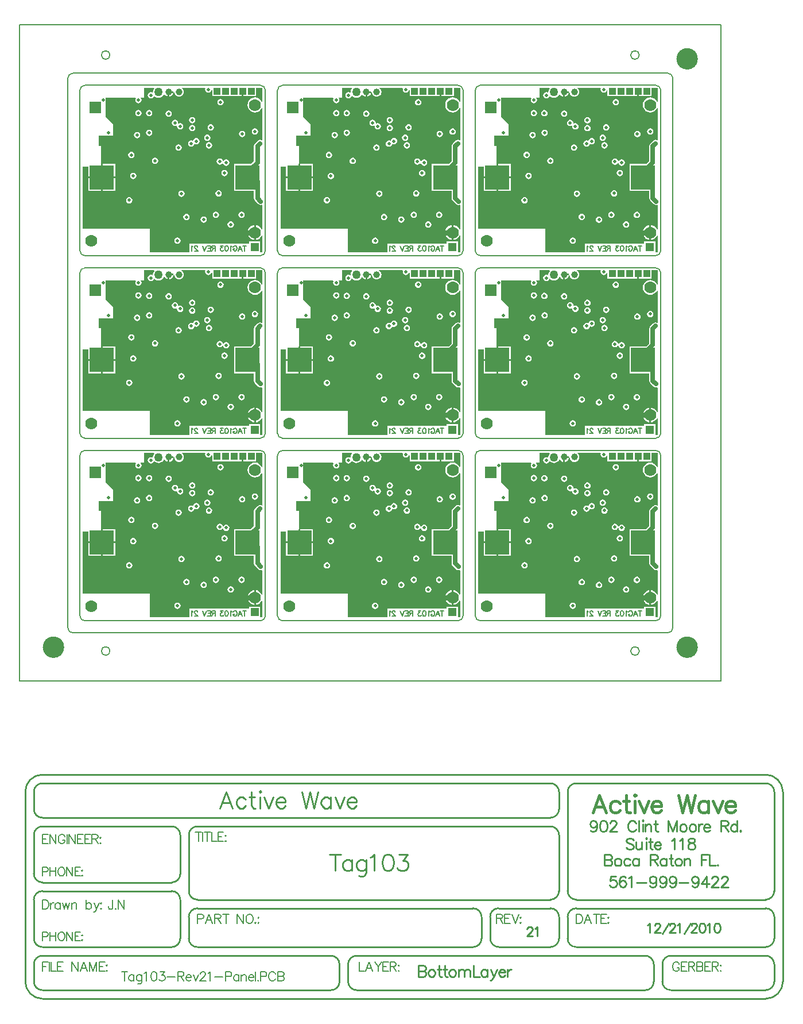
<source format=gbl>
%FSLAX24Y24*%
%MOIN*%
G70*
G01*
G75*
G04 Layer_Physical_Order=4*
G04 Layer_Color=16711680*
%ADD10C,0.0500*%
%ADD11C,0.0100*%
%ADD12C,0.0150*%
%ADD13R,0.0300X0.0300*%
%ADD14R,0.0740X0.0450*%
%ADD15R,0.0300X0.0300*%
%ADD16O,0.0240X0.0800*%
%ADD17R,0.0360X0.0500*%
%ADD18R,0.0360X0.0360*%
%ADD19R,0.0236X0.1000*%
%ADD20R,0.0236X0.0900*%
%ADD21R,0.0700X0.0236*%
%ADD22R,0.0900X0.0236*%
%ADD23O,0.0160X0.0600*%
%ADD24R,0.0138X0.0354*%
%ADD25R,0.0138X0.0354*%
%ADD26R,0.0236X0.0236*%
%ADD27O,0.0160X0.0600*%
%ADD28R,0.0200X0.0500*%
%ADD29R,0.0748X0.0433*%
%ADD30C,0.0120*%
%ADD31C,0.0080*%
%ADD32C,0.0250*%
%ADD33C,0.0200*%
%ADD34C,0.0120*%
%ADD35C,0.0160*%
%ADD36C,0.0140*%
%ADD37C,0.0260*%
%ADD38C,0.0060*%
%ADD39C,0.0050*%
%ADD40C,0.0090*%
%ADD41C,0.1180*%
%ADD42C,0.0700*%
%ADD43R,0.0500X0.0500*%
%ADD44R,0.0394X0.0433*%
%ADD45C,0.0650*%
%ADD46C,0.0394*%
%ADD47C,0.0200*%
%ADD48R,0.1398X0.1398*%
%ADD49C,0.0300*%
%ADD50R,0.0650X0.0650*%
G36*
X9940Y8080D02*
X9891Y8070D01*
X9876Y8107D01*
X9807Y8197D01*
X9717Y8266D01*
X9612Y8309D01*
X9500Y8324D01*
X9388Y8309D01*
X9283Y8266D01*
X9193Y8197D01*
X9124Y8107D01*
X9081Y8002D01*
X9066Y7890D01*
X9081Y7778D01*
X9124Y7673D01*
X9193Y7583D01*
X9283Y7514D01*
X9388Y7471D01*
X9500Y7456D01*
X9612Y7471D01*
X9717Y7514D01*
X9807Y7583D01*
X9876Y7673D01*
X9891Y7710D01*
X9940Y7700D01*
Y5856D01*
X9896Y5832D01*
X9880Y5843D01*
X9800Y5859D01*
X9720Y5843D01*
X9652Y5798D01*
X9502Y5648D01*
X9457Y5580D01*
X9441Y5500D01*
X9441Y5500D01*
Y4637D01*
X9273Y4469D01*
X8295D01*
Y2911D01*
X9441D01*
Y2480D01*
X9441Y2480D01*
X9457Y2400D01*
X9502Y2332D01*
X9692Y2142D01*
X9760Y2097D01*
X9840Y2081D01*
X9901Y2093D01*
X9940Y2061D01*
Y680D01*
X9891Y670D01*
X9876Y707D01*
X9807Y797D01*
X9717Y866D01*
X9612Y909D01*
X9550Y917D01*
Y490D01*
Y63D01*
X9612Y71D01*
X9717Y114D01*
X9807Y183D01*
X9876Y273D01*
X9891Y310D01*
X9940Y300D01*
Y-659D01*
X9810D01*
Y-30D01*
X9150D01*
Y-150D01*
X9120D01*
Y-150D01*
X5709D01*
Y-659D01*
X3400D01*
Y720D01*
X-500D01*
Y4310D01*
X-170D01*
Y3740D01*
X559D01*
Y4469D01*
X568D01*
Y5514D01*
X420D01*
Y6093D01*
X1259D01*
Y6768D01*
X820Y7200D01*
Y8310D01*
X2564D01*
X2588Y8266D01*
X2570Y8240D01*
X2556Y8170D01*
X2570Y8100D01*
X2610Y8040D01*
X2670Y8000D01*
X2740Y7986D01*
X2810Y8000D01*
X2870Y8040D01*
X2910Y8100D01*
X2924Y8170D01*
X2910Y8240D01*
X2870Y8300D01*
X2873Y8310D01*
X3070D01*
Y8890D01*
X3637D01*
X3659Y8845D01*
X3622Y8796D01*
X3588Y8716D01*
X3577Y8632D01*
X3532Y8612D01*
X3525Y8616D01*
X3455Y8630D01*
X3385Y8616D01*
X3325Y8576D01*
X3285Y8517D01*
X3271Y8446D01*
X3285Y8376D01*
X3325Y8317D01*
X3385Y8277D01*
X3455Y8263D01*
X3525Y8277D01*
X3585Y8317D01*
X3624Y8376D01*
X3626Y8383D01*
X3675Y8395D01*
X3675Y8395D01*
X3744Y8342D01*
X3824Y8308D01*
X3910Y8297D01*
X3996Y8308D01*
X4076Y8342D01*
X4145Y8395D01*
X4198Y8464D01*
X4207Y8484D01*
X4256Y8490D01*
X4293Y8443D01*
X4350Y8398D01*
X4418Y8370D01*
X4440Y8367D01*
Y8640D01*
X4490D01*
Y8690D01*
X4763D01*
X4769Y8640D01*
X4765Y8608D01*
X4815D01*
X4820Y8568D01*
X4848Y8500D01*
X4893Y8443D01*
X4950Y8398D01*
X5018Y8370D01*
X5090Y8361D01*
X5162Y8370D01*
X5230Y8398D01*
X5287Y8443D01*
X5332Y8500D01*
X5360Y8568D01*
X5369Y8640D01*
X5360Y8712D01*
X5332Y8780D01*
X5287Y8837D01*
X5230Y8882D01*
X5231Y8890D01*
X6587D01*
X6619Y8851D01*
X6606Y8790D01*
X6620Y8720D01*
X6660Y8660D01*
X6720Y8620D01*
X6790Y8606D01*
X6860Y8620D01*
X6920Y8660D01*
X6960Y8720D01*
X6963Y8739D01*
X7013Y8734D01*
Y8393D01*
X8740D01*
Y8690D01*
X8840D01*
Y8393D01*
X9567D01*
Y8890D01*
X9940D01*
Y8080D01*
D02*
G37*
%LPC*%
G36*
X559Y3640D02*
X-170D01*
Y2911D01*
X559D01*
Y3640D01*
D02*
G37*
G36*
X1388D02*
X659D01*
Y2911D01*
X1388D01*
Y3640D01*
D02*
G37*
G36*
X5240Y2914D02*
X5170Y2900D01*
X5110Y2860D01*
X5070Y2800D01*
X5056Y2730D01*
X5070Y2660D01*
X5110Y2600D01*
X5170Y2560D01*
X5240Y2546D01*
X5310Y2560D01*
X5370Y2600D01*
X5410Y2660D01*
X5424Y2730D01*
X5410Y2800D01*
X5370Y2860D01*
X5310Y2900D01*
X5240Y2914D01*
D02*
G37*
G36*
X7390Y2944D02*
X7320Y2930D01*
X7260Y2890D01*
X7220Y2830D01*
X7206Y2760D01*
X7220Y2690D01*
X7260Y2630D01*
X7320Y2590D01*
X7390Y2576D01*
X7460Y2590D01*
X7520Y2630D01*
X7560Y2690D01*
X7574Y2760D01*
X7560Y2830D01*
X7520Y2890D01*
X7460Y2930D01*
X7390Y2944D01*
D02*
G37*
G36*
X2430Y3954D02*
X2360Y3940D01*
X2300Y3900D01*
X2260Y3840D01*
X2246Y3770D01*
X2260Y3700D01*
X2300Y3640D01*
X2360Y3600D01*
X2430Y3586D01*
X2500Y3600D01*
X2560Y3640D01*
X2600Y3700D01*
X2614Y3770D01*
X2600Y3840D01*
X2560Y3900D01*
X2500Y3940D01*
X2430Y3954D01*
D02*
G37*
G36*
X7450Y4784D02*
X7380Y4770D01*
X7320Y4730D01*
X7280Y4670D01*
X7266Y4600D01*
X7280Y4530D01*
X7320Y4470D01*
X7380Y4430D01*
X7450Y4416D01*
X7520Y4430D01*
X7580Y4470D01*
X7613Y4520D01*
X7662Y4511D01*
X7670Y4470D01*
X7710Y4410D01*
X7770Y4370D01*
X7840Y4356D01*
X7910Y4370D01*
X7970Y4410D01*
X8010Y4470D01*
X8024Y4540D01*
X8010Y4610D01*
X7970Y4670D01*
X7910Y4710D01*
X7840Y4724D01*
X7770Y4710D01*
X7710Y4670D01*
X7677Y4620D01*
X7628Y4629D01*
X7620Y4670D01*
X7580Y4730D01*
X7520Y4770D01*
X7450Y4784D01*
D02*
G37*
G36*
X3700Y4834D02*
X3630Y4820D01*
X3570Y4780D01*
X3530Y4720D01*
X3516Y4650D01*
X3530Y4580D01*
X3570Y4520D01*
X3630Y4480D01*
X3700Y4466D01*
X3770Y4480D01*
X3830Y4520D01*
X3870Y4580D01*
X3884Y4650D01*
X3870Y4720D01*
X3830Y4780D01*
X3770Y4820D01*
X3700Y4834D01*
D02*
G37*
G36*
X1388Y4469D02*
X659D01*
Y3740D01*
X1388D01*
Y4469D01*
D02*
G37*
G36*
X7730Y4114D02*
X7660Y4100D01*
X7600Y4060D01*
X7560Y4000D01*
X7546Y3930D01*
X7560Y3860D01*
X7600Y3800D01*
X7660Y3760D01*
X7730Y3746D01*
X7800Y3760D01*
X7860Y3800D01*
X7900Y3860D01*
X7914Y3930D01*
X7900Y4000D01*
X7860Y4060D01*
X7800Y4100D01*
X7730Y4114D01*
D02*
G37*
G36*
X9450Y917D02*
X9388Y909D01*
X9283Y866D01*
X9193Y797D01*
X9124Y707D01*
X9081Y602D01*
X9073Y540D01*
X9450D01*
Y917D01*
D02*
G37*
G36*
X8094Y1139D02*
X8024Y1125D01*
X7964Y1086D01*
X7925Y1026D01*
X7911Y956D01*
X7925Y886D01*
X7964Y826D01*
X8024Y786D01*
X8094Y772D01*
X8164Y786D01*
X8224Y826D01*
X8264Y886D01*
X8278Y956D01*
X8264Y1026D01*
X8224Y1086D01*
X8164Y1125D01*
X8094Y1139D01*
D02*
G37*
G36*
X5000Y194D02*
X4930Y180D01*
X4870Y140D01*
X4830Y80D01*
X4816Y10D01*
X4830Y-60D01*
X4870Y-120D01*
X4930Y-160D01*
X5000Y-174D01*
X5070Y-160D01*
X5130Y-120D01*
X5170Y-60D01*
X5184Y10D01*
X5170Y80D01*
X5130Y140D01*
X5070Y180D01*
X5000Y194D01*
D02*
G37*
G36*
X9450Y440D02*
X9073D01*
X9081Y378D01*
X9124Y273D01*
X9193Y183D01*
X9283Y114D01*
X9388Y71D01*
X9450Y63D01*
Y440D01*
D02*
G37*
G36*
X6520Y1414D02*
X6450Y1400D01*
X6390Y1360D01*
X6350Y1300D01*
X6336Y1230D01*
X6350Y1160D01*
X6390Y1100D01*
X6450Y1060D01*
X6520Y1046D01*
X6590Y1060D01*
X6650Y1100D01*
X6690Y1160D01*
X6704Y1230D01*
X6690Y1300D01*
X6650Y1360D01*
X6590Y1400D01*
X6520Y1414D01*
D02*
G37*
G36*
X8720Y1704D02*
X8650Y1690D01*
X8590Y1650D01*
X8550Y1590D01*
X8536Y1520D01*
X8550Y1450D01*
X8590Y1390D01*
X8650Y1350D01*
X8720Y1336D01*
X8790Y1350D01*
X8850Y1390D01*
X8890Y1450D01*
X8904Y1520D01*
X8890Y1590D01*
X8850Y1650D01*
X8790Y1690D01*
X8720Y1704D01*
D02*
G37*
G36*
X2200Y2544D02*
X2130Y2530D01*
X2070Y2490D01*
X2030Y2430D01*
X2016Y2360D01*
X2030Y2290D01*
X2070Y2230D01*
X2130Y2190D01*
X2200Y2176D01*
X2270Y2190D01*
X2330Y2230D01*
X2370Y2290D01*
X2384Y2360D01*
X2370Y2430D01*
X2330Y2490D01*
X2270Y2530D01*
X2200Y2544D01*
D02*
G37*
G36*
X5520Y1574D02*
X5450Y1560D01*
X5390Y1520D01*
X5350Y1460D01*
X5336Y1390D01*
X5350Y1320D01*
X5390Y1260D01*
X5450Y1220D01*
X5520Y1206D01*
X5590Y1220D01*
X5650Y1260D01*
X5690Y1320D01*
X5704Y1390D01*
X5690Y1460D01*
X5650Y1520D01*
X5590Y1560D01*
X5520Y1574D01*
D02*
G37*
G36*
X7240Y1704D02*
X7170Y1690D01*
X7110Y1650D01*
X7070Y1590D01*
X7056Y1520D01*
X7070Y1450D01*
X7110Y1390D01*
X7170Y1350D01*
X7240Y1336D01*
X7310Y1350D01*
X7370Y1390D01*
X7410Y1450D01*
X7424Y1520D01*
X7410Y1590D01*
X7370Y1650D01*
X7310Y1690D01*
X7240Y1704D01*
D02*
G37*
G36*
X4850Y7034D02*
X4780Y7020D01*
X4720Y6980D01*
X4680Y6920D01*
X4666Y6850D01*
X4680Y6780D01*
X4720Y6720D01*
X4780Y6680D01*
X4850Y6666D01*
X4920Y6680D01*
X4926Y6684D01*
X4968Y6657D01*
X4966Y6650D01*
X4980Y6580D01*
X5020Y6520D01*
X5080Y6480D01*
X5150Y6466D01*
X5220Y6480D01*
X5280Y6520D01*
X5320Y6580D01*
X5334Y6650D01*
X5320Y6720D01*
X5280Y6780D01*
X5220Y6820D01*
X5150Y6834D01*
X5080Y6820D01*
X5074Y6816D01*
X5032Y6843D01*
X5034Y6850D01*
X5020Y6920D01*
X4980Y6980D01*
X4920Y7020D01*
X4850Y7034D01*
D02*
G37*
G36*
X5850Y7184D02*
X5780Y7170D01*
X5720Y7130D01*
X5680Y7070D01*
X5666Y7000D01*
X5680Y6930D01*
X5720Y6870D01*
X5780Y6830D01*
X5850Y6816D01*
X5920Y6830D01*
X5980Y6870D01*
X6020Y6930D01*
X6034Y7000D01*
X6020Y7070D01*
X5980Y7130D01*
X5920Y7170D01*
X5850Y7184D01*
D02*
G37*
G36*
Y6734D02*
X5780Y6720D01*
X5720Y6680D01*
X5680Y6620D01*
X5666Y6550D01*
X5680Y6480D01*
X5720Y6420D01*
X5780Y6380D01*
X5850Y6366D01*
X5920Y6380D01*
X5980Y6420D01*
X6020Y6480D01*
X6034Y6550D01*
X6020Y6620D01*
X5980Y6680D01*
X5920Y6720D01*
X5850Y6734D01*
D02*
G37*
G36*
X6940Y6774D02*
X6870Y6760D01*
X6810Y6720D01*
X6770Y6660D01*
X6756Y6590D01*
X6770Y6520D01*
X6810Y6460D01*
X6870Y6420D01*
X6940Y6406D01*
X7010Y6420D01*
X7070Y6460D01*
X7110Y6520D01*
X7124Y6590D01*
X7110Y6660D01*
X7070Y6720D01*
X7010Y6760D01*
X6940Y6774D01*
D02*
G37*
G36*
X4490Y7564D02*
X4420Y7550D01*
X4360Y7510D01*
X4320Y7450D01*
X4306Y7380D01*
X4320Y7310D01*
X4360Y7250D01*
X4420Y7210D01*
X4490Y7196D01*
X4560Y7210D01*
X4620Y7250D01*
X4660Y7310D01*
X4674Y7380D01*
X4660Y7450D01*
X4620Y7510D01*
X4560Y7550D01*
X4490Y7564D01*
D02*
G37*
G36*
X7500Y8234D02*
X7430Y8220D01*
X7370Y8180D01*
X7330Y8120D01*
X7316Y8050D01*
X7330Y7980D01*
X7370Y7920D01*
X7430Y7880D01*
X7500Y7866D01*
X7570Y7880D01*
X7630Y7920D01*
X7670Y7980D01*
X7684Y8050D01*
X7670Y8120D01*
X7630Y8180D01*
X7570Y8220D01*
X7500Y8234D01*
D02*
G37*
G36*
X4763Y8590D02*
X4540D01*
Y8367D01*
X4562Y8370D01*
X4630Y8398D01*
X4687Y8443D01*
X4732Y8500D01*
X4760Y8568D01*
X4763Y8590D01*
D02*
G37*
G36*
X3350Y7594D02*
X3280Y7580D01*
X3220Y7540D01*
X3180Y7480D01*
X3166Y7410D01*
X3180Y7340D01*
X3220Y7280D01*
X3280Y7240D01*
X3350Y7226D01*
X3420Y7240D01*
X3480Y7280D01*
X3520Y7340D01*
X3534Y7410D01*
X3520Y7480D01*
X3480Y7540D01*
X3420Y7580D01*
X3350Y7594D01*
D02*
G37*
G36*
X2740Y7604D02*
X2670Y7590D01*
X2610Y7550D01*
X2570Y7490D01*
X2556Y7420D01*
X2570Y7350D01*
X2610Y7290D01*
X2670Y7250D01*
X2740Y7236D01*
X2810Y7250D01*
X2870Y7290D01*
X2910Y7350D01*
X2924Y7420D01*
X2910Y7490D01*
X2870Y7550D01*
X2810Y7590D01*
X2740Y7604D01*
D02*
G37*
G36*
X6840Y5724D02*
X6770Y5710D01*
X6710Y5670D01*
X6670Y5610D01*
X6656Y5540D01*
X6670Y5470D01*
X6710Y5410D01*
X6770Y5370D01*
X6840Y5356D01*
X6910Y5370D01*
X6970Y5410D01*
X7010Y5470D01*
X7024Y5540D01*
X7010Y5610D01*
X6970Y5670D01*
X6910Y5710D01*
X6840Y5724D01*
D02*
G37*
G36*
X6740Y6174D02*
X6670Y6160D01*
X6610Y6120D01*
X6570Y6060D01*
X6556Y5990D01*
X6570Y5920D01*
X6610Y5860D01*
X6670Y5820D01*
X6740Y5806D01*
X6810Y5820D01*
X6870Y5860D01*
X6910Y5920D01*
X6924Y5990D01*
X6910Y6060D01*
X6870Y6120D01*
X6810Y6160D01*
X6740Y6174D01*
D02*
G37*
G36*
X2320Y5174D02*
X2250Y5160D01*
X2190Y5120D01*
X2150Y5060D01*
X2136Y4990D01*
X2150Y4920D01*
X2190Y4860D01*
X2250Y4820D01*
X2320Y4806D01*
X2390Y4820D01*
X2450Y4860D01*
X2490Y4920D01*
X2504Y4990D01*
X2490Y5060D01*
X2450Y5120D01*
X2390Y5160D01*
X2320Y5174D01*
D02*
G37*
G36*
X5073Y5591D02*
X5003Y5577D01*
X4943Y5537D01*
X4903Y5477D01*
X4889Y5407D01*
X4903Y5337D01*
X4943Y5277D01*
X5003Y5238D01*
X5073Y5224D01*
X5143Y5238D01*
X5203Y5277D01*
X5242Y5337D01*
X5256Y5407D01*
X5242Y5477D01*
X5203Y5537D01*
X5143Y5577D01*
X5073Y5591D01*
D02*
G37*
G36*
X6096Y5974D02*
X6026Y5960D01*
X5967Y5920D01*
X5927Y5860D01*
X5922Y5835D01*
X5876Y5816D01*
X5870Y5820D01*
X5800Y5834D01*
X5730Y5820D01*
X5670Y5780D01*
X5630Y5720D01*
X5616Y5650D01*
X5630Y5580D01*
X5670Y5520D01*
X5730Y5480D01*
X5800Y5466D01*
X5870Y5480D01*
X5930Y5520D01*
X5970Y5580D01*
X5975Y5605D01*
X6021Y5624D01*
X6026Y5620D01*
X6096Y5606D01*
X6167Y5620D01*
X6226Y5660D01*
X6266Y5720D01*
X6280Y5790D01*
X6266Y5860D01*
X6226Y5920D01*
X6167Y5960D01*
X6096Y5974D01*
D02*
G37*
G36*
X3360Y6454D02*
X3290Y6440D01*
X3230Y6400D01*
X3190Y6340D01*
X3176Y6270D01*
X3190Y6200D01*
X3230Y6140D01*
X3290Y6100D01*
X3360Y6086D01*
X3430Y6100D01*
X3490Y6140D01*
X3530Y6200D01*
X3544Y6270D01*
X3530Y6340D01*
X3490Y6400D01*
X3430Y6440D01*
X3360Y6454D01*
D02*
G37*
G36*
X9500Y6534D02*
X9430Y6520D01*
X9370Y6480D01*
X9330Y6420D01*
X9316Y6350D01*
X9330Y6280D01*
X9370Y6220D01*
X9430Y6180D01*
X9500Y6166D01*
X9570Y6180D01*
X9630Y6220D01*
X9670Y6280D01*
X9684Y6350D01*
X9670Y6420D01*
X9630Y6480D01*
X9570Y6520D01*
X9500Y6534D01*
D02*
G37*
G36*
X2660Y6314D02*
X2590Y6300D01*
X2530Y6260D01*
X2490Y6200D01*
X2476Y6130D01*
X2490Y6060D01*
X2530Y6000D01*
X2590Y5960D01*
X2660Y5946D01*
X2730Y5960D01*
X2790Y6000D01*
X2830Y6060D01*
X2844Y6130D01*
X2830Y6200D01*
X2790Y6260D01*
X2730Y6300D01*
X2660Y6314D01*
D02*
G37*
G36*
X8750Y6384D02*
X8680Y6370D01*
X8620Y6330D01*
X8580Y6270D01*
X8566Y6200D01*
X8580Y6130D01*
X8620Y6070D01*
X8680Y6030D01*
X8750Y6016D01*
X8820Y6030D01*
X8880Y6070D01*
X8920Y6130D01*
X8934Y6200D01*
X8920Y6270D01*
X8880Y6330D01*
X8820Y6370D01*
X8750Y6384D01*
D02*
G37*
%LPD*%
G36*
X21420Y8080D02*
X21371Y8070D01*
X21356Y8107D01*
X21287Y8197D01*
X21197Y8266D01*
X21092Y8309D01*
X20980Y8324D01*
X20868Y8309D01*
X20763Y8266D01*
X20673Y8197D01*
X20604Y8107D01*
X20561Y8002D01*
X20546Y7890D01*
X20561Y7778D01*
X20604Y7673D01*
X20673Y7583D01*
X20763Y7514D01*
X20868Y7471D01*
X20980Y7456D01*
X21092Y7471D01*
X21197Y7514D01*
X21287Y7583D01*
X21356Y7673D01*
X21371Y7710D01*
X21420Y7700D01*
Y5856D01*
X21376Y5832D01*
X21360Y5843D01*
X21280Y5859D01*
X21200Y5843D01*
X21132Y5798D01*
X20982Y5648D01*
X20937Y5580D01*
X20921Y5500D01*
X20921Y5500D01*
Y4637D01*
X20753Y4469D01*
X19775D01*
Y2911D01*
X20921D01*
Y2480D01*
X20921Y2480D01*
X20937Y2400D01*
X20982Y2332D01*
X21172Y2142D01*
X21240Y2097D01*
X21320Y2081D01*
X21381Y2093D01*
X21420Y2061D01*
Y680D01*
X21371Y670D01*
X21356Y707D01*
X21287Y797D01*
X21197Y866D01*
X21092Y909D01*
X21030Y917D01*
Y490D01*
Y63D01*
X21092Y71D01*
X21197Y114D01*
X21287Y183D01*
X21356Y273D01*
X21371Y310D01*
X21420Y300D01*
Y-659D01*
X21290D01*
Y-30D01*
X20630D01*
Y-150D01*
X20600D01*
Y-150D01*
X17189D01*
Y-659D01*
X14880D01*
Y720D01*
X10980D01*
Y4310D01*
X11310D01*
Y3740D01*
X12039D01*
Y4469D01*
X12048D01*
Y5514D01*
X11900D01*
Y6093D01*
X12739D01*
Y6768D01*
X12300Y7200D01*
Y8310D01*
X14044D01*
X14068Y8266D01*
X14050Y8240D01*
X14036Y8170D01*
X14050Y8100D01*
X14090Y8040D01*
X14150Y8000D01*
X14220Y7986D01*
X14290Y8000D01*
X14350Y8040D01*
X14390Y8100D01*
X14404Y8170D01*
X14390Y8240D01*
X14350Y8300D01*
X14353Y8310D01*
X14550D01*
Y8890D01*
X15117D01*
X15139Y8845D01*
X15102Y8796D01*
X15068Y8716D01*
X15057Y8632D01*
X15012Y8612D01*
X15005Y8616D01*
X14935Y8630D01*
X14865Y8616D01*
X14805Y8576D01*
X14765Y8517D01*
X14751Y8446D01*
X14765Y8376D01*
X14805Y8317D01*
X14865Y8277D01*
X14935Y8263D01*
X15005Y8277D01*
X15065Y8317D01*
X15104Y8376D01*
X15106Y8383D01*
X15155Y8395D01*
X15155Y8395D01*
X15224Y8342D01*
X15304Y8308D01*
X15390Y8297D01*
X15476Y8308D01*
X15556Y8342D01*
X15625Y8395D01*
X15678Y8464D01*
X15687Y8484D01*
X15736Y8490D01*
X15773Y8443D01*
X15830Y8398D01*
X15898Y8370D01*
X15920Y8367D01*
Y8640D01*
X15970D01*
Y8690D01*
X16243D01*
X16249Y8640D01*
X16245Y8608D01*
X16295D01*
X16300Y8568D01*
X16328Y8500D01*
X16373Y8443D01*
X16430Y8398D01*
X16498Y8370D01*
X16570Y8361D01*
X16642Y8370D01*
X16710Y8398D01*
X16767Y8443D01*
X16812Y8500D01*
X16840Y8568D01*
X16849Y8640D01*
X16840Y8712D01*
X16812Y8780D01*
X16767Y8837D01*
X16710Y8882D01*
X16711Y8890D01*
X18067D01*
X18099Y8851D01*
X18086Y8790D01*
X18100Y8720D01*
X18140Y8660D01*
X18200Y8620D01*
X18270Y8606D01*
X18340Y8620D01*
X18400Y8660D01*
X18440Y8720D01*
X18443Y8739D01*
X18493Y8734D01*
Y8393D01*
X20220D01*
Y8690D01*
X20320D01*
Y8393D01*
X21047D01*
Y8890D01*
X21420D01*
Y8080D01*
D02*
G37*
%LPC*%
G36*
X12039Y3640D02*
X11310D01*
Y2911D01*
X12039D01*
Y3640D01*
D02*
G37*
G36*
X12868D02*
X12139D01*
Y2911D01*
X12868D01*
Y3640D01*
D02*
G37*
G36*
X16720Y2914D02*
X16650Y2900D01*
X16590Y2860D01*
X16550Y2800D01*
X16536Y2730D01*
X16550Y2660D01*
X16590Y2600D01*
X16650Y2560D01*
X16720Y2546D01*
X16790Y2560D01*
X16850Y2600D01*
X16890Y2660D01*
X16904Y2730D01*
X16890Y2800D01*
X16850Y2860D01*
X16790Y2900D01*
X16720Y2914D01*
D02*
G37*
G36*
X18870Y2944D02*
X18800Y2930D01*
X18740Y2890D01*
X18700Y2830D01*
X18686Y2760D01*
X18700Y2690D01*
X18740Y2630D01*
X18800Y2590D01*
X18870Y2576D01*
X18940Y2590D01*
X19000Y2630D01*
X19040Y2690D01*
X19054Y2760D01*
X19040Y2830D01*
X19000Y2890D01*
X18940Y2930D01*
X18870Y2944D01*
D02*
G37*
G36*
X13910Y3954D02*
X13840Y3940D01*
X13780Y3900D01*
X13740Y3840D01*
X13726Y3770D01*
X13740Y3700D01*
X13780Y3640D01*
X13840Y3600D01*
X13910Y3586D01*
X13980Y3600D01*
X14040Y3640D01*
X14080Y3700D01*
X14094Y3770D01*
X14080Y3840D01*
X14040Y3900D01*
X13980Y3940D01*
X13910Y3954D01*
D02*
G37*
G36*
X18930Y4784D02*
X18860Y4770D01*
X18800Y4730D01*
X18760Y4670D01*
X18746Y4600D01*
X18760Y4530D01*
X18800Y4470D01*
X18860Y4430D01*
X18930Y4416D01*
X19000Y4430D01*
X19060Y4470D01*
X19093Y4520D01*
X19142Y4511D01*
X19150Y4470D01*
X19190Y4410D01*
X19250Y4370D01*
X19320Y4356D01*
X19390Y4370D01*
X19450Y4410D01*
X19490Y4470D01*
X19504Y4540D01*
X19490Y4610D01*
X19450Y4670D01*
X19390Y4710D01*
X19320Y4724D01*
X19250Y4710D01*
X19190Y4670D01*
X19157Y4620D01*
X19108Y4629D01*
X19100Y4670D01*
X19060Y4730D01*
X19000Y4770D01*
X18930Y4784D01*
D02*
G37*
G36*
X15180Y4834D02*
X15110Y4820D01*
X15050Y4780D01*
X15010Y4720D01*
X14996Y4650D01*
X15010Y4580D01*
X15050Y4520D01*
X15110Y4480D01*
X15180Y4466D01*
X15250Y4480D01*
X15310Y4520D01*
X15350Y4580D01*
X15364Y4650D01*
X15350Y4720D01*
X15310Y4780D01*
X15250Y4820D01*
X15180Y4834D01*
D02*
G37*
G36*
X12868Y4469D02*
X12139D01*
Y3740D01*
X12868D01*
Y4469D01*
D02*
G37*
G36*
X19210Y4114D02*
X19140Y4100D01*
X19080Y4060D01*
X19040Y4000D01*
X19026Y3930D01*
X19040Y3860D01*
X19080Y3800D01*
X19140Y3760D01*
X19210Y3746D01*
X19280Y3760D01*
X19340Y3800D01*
X19380Y3860D01*
X19394Y3930D01*
X19380Y4000D01*
X19340Y4060D01*
X19280Y4100D01*
X19210Y4114D01*
D02*
G37*
G36*
X20930Y917D02*
X20868Y909D01*
X20763Y866D01*
X20673Y797D01*
X20604Y707D01*
X20561Y602D01*
X20553Y540D01*
X20930D01*
Y917D01*
D02*
G37*
G36*
X19574Y1139D02*
X19504Y1125D01*
X19444Y1086D01*
X19405Y1026D01*
X19391Y956D01*
X19405Y886D01*
X19444Y826D01*
X19504Y786D01*
X19574Y772D01*
X19644Y786D01*
X19704Y826D01*
X19744Y886D01*
X19758Y956D01*
X19744Y1026D01*
X19704Y1086D01*
X19644Y1125D01*
X19574Y1139D01*
D02*
G37*
G36*
X16480Y194D02*
X16410Y180D01*
X16350Y140D01*
X16310Y80D01*
X16296Y10D01*
X16310Y-60D01*
X16350Y-120D01*
X16410Y-160D01*
X16480Y-174D01*
X16550Y-160D01*
X16610Y-120D01*
X16650Y-60D01*
X16664Y10D01*
X16650Y80D01*
X16610Y140D01*
X16550Y180D01*
X16480Y194D01*
D02*
G37*
G36*
X20930Y440D02*
X20553D01*
X20561Y378D01*
X20604Y273D01*
X20673Y183D01*
X20763Y114D01*
X20868Y71D01*
X20930Y63D01*
Y440D01*
D02*
G37*
G36*
X18000Y1414D02*
X17930Y1400D01*
X17870Y1360D01*
X17830Y1300D01*
X17816Y1230D01*
X17830Y1160D01*
X17870Y1100D01*
X17930Y1060D01*
X18000Y1046D01*
X18070Y1060D01*
X18130Y1100D01*
X18170Y1160D01*
X18184Y1230D01*
X18170Y1300D01*
X18130Y1360D01*
X18070Y1400D01*
X18000Y1414D01*
D02*
G37*
G36*
X20200Y1704D02*
X20130Y1690D01*
X20070Y1650D01*
X20030Y1590D01*
X20016Y1520D01*
X20030Y1450D01*
X20070Y1390D01*
X20130Y1350D01*
X20200Y1336D01*
X20270Y1350D01*
X20330Y1390D01*
X20370Y1450D01*
X20384Y1520D01*
X20370Y1590D01*
X20330Y1650D01*
X20270Y1690D01*
X20200Y1704D01*
D02*
G37*
G36*
X13680Y2544D02*
X13610Y2530D01*
X13550Y2490D01*
X13510Y2430D01*
X13496Y2360D01*
X13510Y2290D01*
X13550Y2230D01*
X13610Y2190D01*
X13680Y2176D01*
X13750Y2190D01*
X13810Y2230D01*
X13850Y2290D01*
X13864Y2360D01*
X13850Y2430D01*
X13810Y2490D01*
X13750Y2530D01*
X13680Y2544D01*
D02*
G37*
G36*
X17000Y1574D02*
X16930Y1560D01*
X16870Y1520D01*
X16830Y1460D01*
X16816Y1390D01*
X16830Y1320D01*
X16870Y1260D01*
X16930Y1220D01*
X17000Y1206D01*
X17070Y1220D01*
X17130Y1260D01*
X17170Y1320D01*
X17184Y1390D01*
X17170Y1460D01*
X17130Y1520D01*
X17070Y1560D01*
X17000Y1574D01*
D02*
G37*
G36*
X18720Y1704D02*
X18650Y1690D01*
X18590Y1650D01*
X18550Y1590D01*
X18536Y1520D01*
X18550Y1450D01*
X18590Y1390D01*
X18650Y1350D01*
X18720Y1336D01*
X18790Y1350D01*
X18850Y1390D01*
X18890Y1450D01*
X18904Y1520D01*
X18890Y1590D01*
X18850Y1650D01*
X18790Y1690D01*
X18720Y1704D01*
D02*
G37*
G36*
X16330Y7034D02*
X16260Y7020D01*
X16200Y6980D01*
X16160Y6920D01*
X16146Y6850D01*
X16160Y6780D01*
X16200Y6720D01*
X16260Y6680D01*
X16330Y6666D01*
X16400Y6680D01*
X16406Y6684D01*
X16448Y6657D01*
X16446Y6650D01*
X16460Y6580D01*
X16500Y6520D01*
X16560Y6480D01*
X16630Y6466D01*
X16700Y6480D01*
X16760Y6520D01*
X16800Y6580D01*
X16814Y6650D01*
X16800Y6720D01*
X16760Y6780D01*
X16700Y6820D01*
X16630Y6834D01*
X16560Y6820D01*
X16554Y6816D01*
X16512Y6843D01*
X16514Y6850D01*
X16500Y6920D01*
X16460Y6980D01*
X16400Y7020D01*
X16330Y7034D01*
D02*
G37*
G36*
X17330Y7184D02*
X17260Y7170D01*
X17200Y7130D01*
X17160Y7070D01*
X17146Y7000D01*
X17160Y6930D01*
X17200Y6870D01*
X17260Y6830D01*
X17330Y6816D01*
X17400Y6830D01*
X17460Y6870D01*
X17500Y6930D01*
X17514Y7000D01*
X17500Y7070D01*
X17460Y7130D01*
X17400Y7170D01*
X17330Y7184D01*
D02*
G37*
G36*
Y6734D02*
X17260Y6720D01*
X17200Y6680D01*
X17160Y6620D01*
X17146Y6550D01*
X17160Y6480D01*
X17200Y6420D01*
X17260Y6380D01*
X17330Y6366D01*
X17400Y6380D01*
X17460Y6420D01*
X17500Y6480D01*
X17514Y6550D01*
X17500Y6620D01*
X17460Y6680D01*
X17400Y6720D01*
X17330Y6734D01*
D02*
G37*
G36*
X18420Y6774D02*
X18350Y6760D01*
X18290Y6720D01*
X18250Y6660D01*
X18236Y6590D01*
X18250Y6520D01*
X18290Y6460D01*
X18350Y6420D01*
X18420Y6406D01*
X18490Y6420D01*
X18550Y6460D01*
X18590Y6520D01*
X18604Y6590D01*
X18590Y6660D01*
X18550Y6720D01*
X18490Y6760D01*
X18420Y6774D01*
D02*
G37*
G36*
X15970Y7564D02*
X15900Y7550D01*
X15840Y7510D01*
X15800Y7450D01*
X15786Y7380D01*
X15800Y7310D01*
X15840Y7250D01*
X15900Y7210D01*
X15970Y7196D01*
X16040Y7210D01*
X16100Y7250D01*
X16140Y7310D01*
X16154Y7380D01*
X16140Y7450D01*
X16100Y7510D01*
X16040Y7550D01*
X15970Y7564D01*
D02*
G37*
G36*
X18980Y8234D02*
X18910Y8220D01*
X18850Y8180D01*
X18810Y8120D01*
X18796Y8050D01*
X18810Y7980D01*
X18850Y7920D01*
X18910Y7880D01*
X18980Y7866D01*
X19050Y7880D01*
X19110Y7920D01*
X19150Y7980D01*
X19164Y8050D01*
X19150Y8120D01*
X19110Y8180D01*
X19050Y8220D01*
X18980Y8234D01*
D02*
G37*
G36*
X16243Y8590D02*
X16020D01*
Y8367D01*
X16042Y8370D01*
X16110Y8398D01*
X16167Y8443D01*
X16212Y8500D01*
X16240Y8568D01*
X16243Y8590D01*
D02*
G37*
G36*
X14830Y7594D02*
X14760Y7580D01*
X14700Y7540D01*
X14660Y7480D01*
X14646Y7410D01*
X14660Y7340D01*
X14700Y7280D01*
X14760Y7240D01*
X14830Y7226D01*
X14900Y7240D01*
X14960Y7280D01*
X15000Y7340D01*
X15014Y7410D01*
X15000Y7480D01*
X14960Y7540D01*
X14900Y7580D01*
X14830Y7594D01*
D02*
G37*
G36*
X14220Y7604D02*
X14150Y7590D01*
X14090Y7550D01*
X14050Y7490D01*
X14036Y7420D01*
X14050Y7350D01*
X14090Y7290D01*
X14150Y7250D01*
X14220Y7236D01*
X14290Y7250D01*
X14350Y7290D01*
X14390Y7350D01*
X14404Y7420D01*
X14390Y7490D01*
X14350Y7550D01*
X14290Y7590D01*
X14220Y7604D01*
D02*
G37*
G36*
X18320Y5724D02*
X18250Y5710D01*
X18190Y5670D01*
X18150Y5610D01*
X18136Y5540D01*
X18150Y5470D01*
X18190Y5410D01*
X18250Y5370D01*
X18320Y5356D01*
X18390Y5370D01*
X18450Y5410D01*
X18490Y5470D01*
X18504Y5540D01*
X18490Y5610D01*
X18450Y5670D01*
X18390Y5710D01*
X18320Y5724D01*
D02*
G37*
G36*
X18220Y6174D02*
X18150Y6160D01*
X18090Y6120D01*
X18050Y6060D01*
X18036Y5990D01*
X18050Y5920D01*
X18090Y5860D01*
X18150Y5820D01*
X18220Y5806D01*
X18290Y5820D01*
X18350Y5860D01*
X18390Y5920D01*
X18404Y5990D01*
X18390Y6060D01*
X18350Y6120D01*
X18290Y6160D01*
X18220Y6174D01*
D02*
G37*
G36*
X13800Y5174D02*
X13730Y5160D01*
X13670Y5120D01*
X13630Y5060D01*
X13616Y4990D01*
X13630Y4920D01*
X13670Y4860D01*
X13730Y4820D01*
X13800Y4806D01*
X13870Y4820D01*
X13930Y4860D01*
X13970Y4920D01*
X13984Y4990D01*
X13970Y5060D01*
X13930Y5120D01*
X13870Y5160D01*
X13800Y5174D01*
D02*
G37*
G36*
X16553Y5591D02*
X16483Y5577D01*
X16423Y5537D01*
X16383Y5477D01*
X16369Y5407D01*
X16383Y5337D01*
X16423Y5277D01*
X16483Y5238D01*
X16553Y5224D01*
X16623Y5238D01*
X16683Y5277D01*
X16722Y5337D01*
X16736Y5407D01*
X16722Y5477D01*
X16683Y5537D01*
X16623Y5577D01*
X16553Y5591D01*
D02*
G37*
G36*
X17576Y5974D02*
X17506Y5960D01*
X17447Y5920D01*
X17407Y5860D01*
X17402Y5835D01*
X17356Y5816D01*
X17350Y5820D01*
X17280Y5834D01*
X17210Y5820D01*
X17150Y5780D01*
X17110Y5720D01*
X17096Y5650D01*
X17110Y5580D01*
X17150Y5520D01*
X17210Y5480D01*
X17280Y5466D01*
X17350Y5480D01*
X17410Y5520D01*
X17450Y5580D01*
X17455Y5605D01*
X17501Y5624D01*
X17506Y5620D01*
X17576Y5606D01*
X17647Y5620D01*
X17706Y5660D01*
X17746Y5720D01*
X17760Y5790D01*
X17746Y5860D01*
X17706Y5920D01*
X17647Y5960D01*
X17576Y5974D01*
D02*
G37*
G36*
X14840Y6454D02*
X14770Y6440D01*
X14710Y6400D01*
X14670Y6340D01*
X14656Y6270D01*
X14670Y6200D01*
X14710Y6140D01*
X14770Y6100D01*
X14840Y6086D01*
X14910Y6100D01*
X14970Y6140D01*
X15010Y6200D01*
X15024Y6270D01*
X15010Y6340D01*
X14970Y6400D01*
X14910Y6440D01*
X14840Y6454D01*
D02*
G37*
G36*
X20980Y6534D02*
X20910Y6520D01*
X20850Y6480D01*
X20810Y6420D01*
X20796Y6350D01*
X20810Y6280D01*
X20850Y6220D01*
X20910Y6180D01*
X20980Y6166D01*
X21050Y6180D01*
X21110Y6220D01*
X21150Y6280D01*
X21164Y6350D01*
X21150Y6420D01*
X21110Y6480D01*
X21050Y6520D01*
X20980Y6534D01*
D02*
G37*
G36*
X14140Y6314D02*
X14070Y6300D01*
X14010Y6260D01*
X13970Y6200D01*
X13956Y6130D01*
X13970Y6060D01*
X14010Y6000D01*
X14070Y5960D01*
X14140Y5946D01*
X14210Y5960D01*
X14270Y6000D01*
X14310Y6060D01*
X14324Y6130D01*
X14310Y6200D01*
X14270Y6260D01*
X14210Y6300D01*
X14140Y6314D01*
D02*
G37*
G36*
X20230Y6384D02*
X20160Y6370D01*
X20100Y6330D01*
X20060Y6270D01*
X20046Y6200D01*
X20060Y6130D01*
X20100Y6070D01*
X20160Y6030D01*
X20230Y6016D01*
X20300Y6030D01*
X20360Y6070D01*
X20400Y6130D01*
X20414Y6200D01*
X20400Y6270D01*
X20360Y6330D01*
X20300Y6370D01*
X20230Y6384D01*
D02*
G37*
%LPD*%
G36*
X32900Y8080D02*
X32851Y8070D01*
X32836Y8107D01*
X32767Y8197D01*
X32677Y8266D01*
X32572Y8309D01*
X32460Y8324D01*
X32348Y8309D01*
X32243Y8266D01*
X32153Y8197D01*
X32084Y8107D01*
X32041Y8002D01*
X32026Y7890D01*
X32041Y7778D01*
X32084Y7673D01*
X32153Y7583D01*
X32243Y7514D01*
X32348Y7471D01*
X32460Y7456D01*
X32572Y7471D01*
X32677Y7514D01*
X32767Y7583D01*
X32836Y7673D01*
X32851Y7710D01*
X32900Y7700D01*
Y5856D01*
X32856Y5832D01*
X32840Y5843D01*
X32760Y5859D01*
X32680Y5843D01*
X32612Y5798D01*
X32462Y5648D01*
X32417Y5580D01*
X32401Y5500D01*
X32401Y5500D01*
Y4637D01*
X32233Y4469D01*
X31255D01*
Y2911D01*
X32401D01*
Y2480D01*
X32401Y2480D01*
X32417Y2400D01*
X32462Y2332D01*
X32652Y2142D01*
X32720Y2097D01*
X32800Y2081D01*
X32861Y2093D01*
X32900Y2061D01*
Y680D01*
X32851Y670D01*
X32836Y707D01*
X32767Y797D01*
X32677Y866D01*
X32572Y909D01*
X32510Y917D01*
Y490D01*
Y63D01*
X32572Y71D01*
X32677Y114D01*
X32767Y183D01*
X32836Y273D01*
X32851Y310D01*
X32900Y300D01*
Y-659D01*
X32770D01*
Y-30D01*
X32110D01*
Y-150D01*
X32080D01*
Y-150D01*
X28669D01*
Y-659D01*
X26360D01*
Y720D01*
X22460D01*
Y4310D01*
X22790D01*
Y3740D01*
X23519D01*
Y4469D01*
X23528D01*
Y5514D01*
X23380D01*
Y6093D01*
X24219D01*
Y6768D01*
X23780Y7200D01*
Y8310D01*
X25524D01*
X25548Y8266D01*
X25530Y8240D01*
X25516Y8170D01*
X25530Y8100D01*
X25570Y8040D01*
X25630Y8000D01*
X25700Y7986D01*
X25770Y8000D01*
X25830Y8040D01*
X25870Y8100D01*
X25884Y8170D01*
X25870Y8240D01*
X25830Y8300D01*
X25833Y8310D01*
X26030D01*
Y8890D01*
X26597D01*
X26619Y8845D01*
X26582Y8796D01*
X26548Y8716D01*
X26537Y8632D01*
X26492Y8612D01*
X26485Y8616D01*
X26415Y8630D01*
X26345Y8616D01*
X26285Y8576D01*
X26245Y8517D01*
X26231Y8446D01*
X26245Y8376D01*
X26285Y8317D01*
X26345Y8277D01*
X26415Y8263D01*
X26485Y8277D01*
X26545Y8317D01*
X26584Y8376D01*
X26586Y8383D01*
X26635Y8395D01*
X26635Y8395D01*
X26704Y8342D01*
X26784Y8308D01*
X26870Y8297D01*
X26956Y8308D01*
X27036Y8342D01*
X27105Y8395D01*
X27158Y8464D01*
X27167Y8484D01*
X27216Y8490D01*
X27253Y8443D01*
X27310Y8398D01*
X27378Y8370D01*
X27400Y8367D01*
Y8640D01*
X27450D01*
Y8690D01*
X27723D01*
X27729Y8640D01*
X27725Y8608D01*
X27775D01*
X27780Y8568D01*
X27808Y8500D01*
X27853Y8443D01*
X27910Y8398D01*
X27978Y8370D01*
X28050Y8361D01*
X28122Y8370D01*
X28190Y8398D01*
X28247Y8443D01*
X28292Y8500D01*
X28320Y8568D01*
X28329Y8640D01*
X28320Y8712D01*
X28292Y8780D01*
X28247Y8837D01*
X28190Y8882D01*
X28191Y8890D01*
X29547D01*
X29579Y8851D01*
X29566Y8790D01*
X29580Y8720D01*
X29620Y8660D01*
X29680Y8620D01*
X29750Y8606D01*
X29820Y8620D01*
X29880Y8660D01*
X29920Y8720D01*
X29923Y8739D01*
X29973Y8734D01*
Y8393D01*
X31700D01*
Y8690D01*
X31800D01*
Y8393D01*
X32527D01*
Y8890D01*
X32900D01*
Y8080D01*
D02*
G37*
%LPC*%
G36*
X23519Y3640D02*
X22790D01*
Y2911D01*
X23519D01*
Y3640D01*
D02*
G37*
G36*
X24348D02*
X23619D01*
Y2911D01*
X24348D01*
Y3640D01*
D02*
G37*
G36*
X28200Y2914D02*
X28130Y2900D01*
X28070Y2860D01*
X28030Y2800D01*
X28016Y2730D01*
X28030Y2660D01*
X28070Y2600D01*
X28130Y2560D01*
X28200Y2546D01*
X28270Y2560D01*
X28330Y2600D01*
X28370Y2660D01*
X28384Y2730D01*
X28370Y2800D01*
X28330Y2860D01*
X28270Y2900D01*
X28200Y2914D01*
D02*
G37*
G36*
X30350Y2944D02*
X30280Y2930D01*
X30220Y2890D01*
X30180Y2830D01*
X30166Y2760D01*
X30180Y2690D01*
X30220Y2630D01*
X30280Y2590D01*
X30350Y2576D01*
X30420Y2590D01*
X30480Y2630D01*
X30520Y2690D01*
X30534Y2760D01*
X30520Y2830D01*
X30480Y2890D01*
X30420Y2930D01*
X30350Y2944D01*
D02*
G37*
G36*
X25390Y3954D02*
X25320Y3940D01*
X25260Y3900D01*
X25220Y3840D01*
X25206Y3770D01*
X25220Y3700D01*
X25260Y3640D01*
X25320Y3600D01*
X25390Y3586D01*
X25460Y3600D01*
X25520Y3640D01*
X25560Y3700D01*
X25574Y3770D01*
X25560Y3840D01*
X25520Y3900D01*
X25460Y3940D01*
X25390Y3954D01*
D02*
G37*
G36*
X30410Y4784D02*
X30340Y4770D01*
X30280Y4730D01*
X30240Y4670D01*
X30226Y4600D01*
X30240Y4530D01*
X30280Y4470D01*
X30340Y4430D01*
X30410Y4416D01*
X30480Y4430D01*
X30540Y4470D01*
X30573Y4520D01*
X30622Y4511D01*
X30630Y4470D01*
X30670Y4410D01*
X30730Y4370D01*
X30800Y4356D01*
X30870Y4370D01*
X30930Y4410D01*
X30970Y4470D01*
X30984Y4540D01*
X30970Y4610D01*
X30930Y4670D01*
X30870Y4710D01*
X30800Y4724D01*
X30730Y4710D01*
X30670Y4670D01*
X30637Y4620D01*
X30588Y4629D01*
X30580Y4670D01*
X30540Y4730D01*
X30480Y4770D01*
X30410Y4784D01*
D02*
G37*
G36*
X26660Y4834D02*
X26590Y4820D01*
X26530Y4780D01*
X26490Y4720D01*
X26476Y4650D01*
X26490Y4580D01*
X26530Y4520D01*
X26590Y4480D01*
X26660Y4466D01*
X26730Y4480D01*
X26790Y4520D01*
X26830Y4580D01*
X26844Y4650D01*
X26830Y4720D01*
X26790Y4780D01*
X26730Y4820D01*
X26660Y4834D01*
D02*
G37*
G36*
X24348Y4469D02*
X23619D01*
Y3740D01*
X24348D01*
Y4469D01*
D02*
G37*
G36*
X30690Y4114D02*
X30620Y4100D01*
X30560Y4060D01*
X30520Y4000D01*
X30506Y3930D01*
X30520Y3860D01*
X30560Y3800D01*
X30620Y3760D01*
X30690Y3746D01*
X30760Y3760D01*
X30820Y3800D01*
X30860Y3860D01*
X30874Y3930D01*
X30860Y4000D01*
X30820Y4060D01*
X30760Y4100D01*
X30690Y4114D01*
D02*
G37*
G36*
X32410Y917D02*
X32348Y909D01*
X32243Y866D01*
X32153Y797D01*
X32084Y707D01*
X32041Y602D01*
X32033Y540D01*
X32410D01*
Y917D01*
D02*
G37*
G36*
X31054Y1139D02*
X30984Y1125D01*
X30924Y1086D01*
X30885Y1026D01*
X30871Y956D01*
X30885Y886D01*
X30924Y826D01*
X30984Y786D01*
X31054Y772D01*
X31124Y786D01*
X31184Y826D01*
X31224Y886D01*
X31238Y956D01*
X31224Y1026D01*
X31184Y1086D01*
X31124Y1125D01*
X31054Y1139D01*
D02*
G37*
G36*
X27960Y194D02*
X27890Y180D01*
X27830Y140D01*
X27790Y80D01*
X27776Y10D01*
X27790Y-60D01*
X27830Y-120D01*
X27890Y-160D01*
X27960Y-174D01*
X28030Y-160D01*
X28090Y-120D01*
X28130Y-60D01*
X28144Y10D01*
X28130Y80D01*
X28090Y140D01*
X28030Y180D01*
X27960Y194D01*
D02*
G37*
G36*
X32410Y440D02*
X32033D01*
X32041Y378D01*
X32084Y273D01*
X32153Y183D01*
X32243Y114D01*
X32348Y71D01*
X32410Y63D01*
Y440D01*
D02*
G37*
G36*
X29480Y1414D02*
X29410Y1400D01*
X29350Y1360D01*
X29310Y1300D01*
X29296Y1230D01*
X29310Y1160D01*
X29350Y1100D01*
X29410Y1060D01*
X29480Y1046D01*
X29550Y1060D01*
X29610Y1100D01*
X29650Y1160D01*
X29664Y1230D01*
X29650Y1300D01*
X29610Y1360D01*
X29550Y1400D01*
X29480Y1414D01*
D02*
G37*
G36*
X31680Y1704D02*
X31610Y1690D01*
X31550Y1650D01*
X31510Y1590D01*
X31496Y1520D01*
X31510Y1450D01*
X31550Y1390D01*
X31610Y1350D01*
X31680Y1336D01*
X31750Y1350D01*
X31810Y1390D01*
X31850Y1450D01*
X31864Y1520D01*
X31850Y1590D01*
X31810Y1650D01*
X31750Y1690D01*
X31680Y1704D01*
D02*
G37*
G36*
X25160Y2544D02*
X25090Y2530D01*
X25030Y2490D01*
X24990Y2430D01*
X24976Y2360D01*
X24990Y2290D01*
X25030Y2230D01*
X25090Y2190D01*
X25160Y2176D01*
X25230Y2190D01*
X25290Y2230D01*
X25330Y2290D01*
X25344Y2360D01*
X25330Y2430D01*
X25290Y2490D01*
X25230Y2530D01*
X25160Y2544D01*
D02*
G37*
G36*
X28480Y1574D02*
X28410Y1560D01*
X28350Y1520D01*
X28310Y1460D01*
X28296Y1390D01*
X28310Y1320D01*
X28350Y1260D01*
X28410Y1220D01*
X28480Y1206D01*
X28550Y1220D01*
X28610Y1260D01*
X28650Y1320D01*
X28664Y1390D01*
X28650Y1460D01*
X28610Y1520D01*
X28550Y1560D01*
X28480Y1574D01*
D02*
G37*
G36*
X30200Y1704D02*
X30130Y1690D01*
X30070Y1650D01*
X30030Y1590D01*
X30016Y1520D01*
X30030Y1450D01*
X30070Y1390D01*
X30130Y1350D01*
X30200Y1336D01*
X30270Y1350D01*
X30330Y1390D01*
X30370Y1450D01*
X30384Y1520D01*
X30370Y1590D01*
X30330Y1650D01*
X30270Y1690D01*
X30200Y1704D01*
D02*
G37*
G36*
X27810Y7034D02*
X27740Y7020D01*
X27680Y6980D01*
X27640Y6920D01*
X27626Y6850D01*
X27640Y6780D01*
X27680Y6720D01*
X27740Y6680D01*
X27810Y6666D01*
X27880Y6680D01*
X27886Y6684D01*
X27928Y6657D01*
X27926Y6650D01*
X27940Y6580D01*
X27980Y6520D01*
X28040Y6480D01*
X28110Y6466D01*
X28180Y6480D01*
X28240Y6520D01*
X28280Y6580D01*
X28294Y6650D01*
X28280Y6720D01*
X28240Y6780D01*
X28180Y6820D01*
X28110Y6834D01*
X28040Y6820D01*
X28034Y6816D01*
X27992Y6843D01*
X27994Y6850D01*
X27980Y6920D01*
X27940Y6980D01*
X27880Y7020D01*
X27810Y7034D01*
D02*
G37*
G36*
X28810Y7184D02*
X28740Y7170D01*
X28680Y7130D01*
X28640Y7070D01*
X28626Y7000D01*
X28640Y6930D01*
X28680Y6870D01*
X28740Y6830D01*
X28810Y6816D01*
X28880Y6830D01*
X28940Y6870D01*
X28980Y6930D01*
X28994Y7000D01*
X28980Y7070D01*
X28940Y7130D01*
X28880Y7170D01*
X28810Y7184D01*
D02*
G37*
G36*
Y6734D02*
X28740Y6720D01*
X28680Y6680D01*
X28640Y6620D01*
X28626Y6550D01*
X28640Y6480D01*
X28680Y6420D01*
X28740Y6380D01*
X28810Y6366D01*
X28880Y6380D01*
X28940Y6420D01*
X28980Y6480D01*
X28994Y6550D01*
X28980Y6620D01*
X28940Y6680D01*
X28880Y6720D01*
X28810Y6734D01*
D02*
G37*
G36*
X29900Y6774D02*
X29830Y6760D01*
X29770Y6720D01*
X29730Y6660D01*
X29716Y6590D01*
X29730Y6520D01*
X29770Y6460D01*
X29830Y6420D01*
X29900Y6406D01*
X29970Y6420D01*
X30030Y6460D01*
X30070Y6520D01*
X30084Y6590D01*
X30070Y6660D01*
X30030Y6720D01*
X29970Y6760D01*
X29900Y6774D01*
D02*
G37*
G36*
X27450Y7564D02*
X27380Y7550D01*
X27320Y7510D01*
X27280Y7450D01*
X27266Y7380D01*
X27280Y7310D01*
X27320Y7250D01*
X27380Y7210D01*
X27450Y7196D01*
X27520Y7210D01*
X27580Y7250D01*
X27620Y7310D01*
X27634Y7380D01*
X27620Y7450D01*
X27580Y7510D01*
X27520Y7550D01*
X27450Y7564D01*
D02*
G37*
G36*
X30460Y8234D02*
X30390Y8220D01*
X30330Y8180D01*
X30290Y8120D01*
X30276Y8050D01*
X30290Y7980D01*
X30330Y7920D01*
X30390Y7880D01*
X30460Y7866D01*
X30530Y7880D01*
X30590Y7920D01*
X30630Y7980D01*
X30644Y8050D01*
X30630Y8120D01*
X30590Y8180D01*
X30530Y8220D01*
X30460Y8234D01*
D02*
G37*
G36*
X27723Y8590D02*
X27500D01*
Y8367D01*
X27522Y8370D01*
X27590Y8398D01*
X27647Y8443D01*
X27692Y8500D01*
X27720Y8568D01*
X27723Y8590D01*
D02*
G37*
G36*
X26310Y7594D02*
X26240Y7580D01*
X26180Y7540D01*
X26140Y7480D01*
X26126Y7410D01*
X26140Y7340D01*
X26180Y7280D01*
X26240Y7240D01*
X26310Y7226D01*
X26380Y7240D01*
X26440Y7280D01*
X26480Y7340D01*
X26494Y7410D01*
X26480Y7480D01*
X26440Y7540D01*
X26380Y7580D01*
X26310Y7594D01*
D02*
G37*
G36*
X25700Y7604D02*
X25630Y7590D01*
X25570Y7550D01*
X25530Y7490D01*
X25516Y7420D01*
X25530Y7350D01*
X25570Y7290D01*
X25630Y7250D01*
X25700Y7236D01*
X25770Y7250D01*
X25830Y7290D01*
X25870Y7350D01*
X25884Y7420D01*
X25870Y7490D01*
X25830Y7550D01*
X25770Y7590D01*
X25700Y7604D01*
D02*
G37*
G36*
X29800Y5724D02*
X29730Y5710D01*
X29670Y5670D01*
X29630Y5610D01*
X29616Y5540D01*
X29630Y5470D01*
X29670Y5410D01*
X29730Y5370D01*
X29800Y5356D01*
X29870Y5370D01*
X29930Y5410D01*
X29970Y5470D01*
X29984Y5540D01*
X29970Y5610D01*
X29930Y5670D01*
X29870Y5710D01*
X29800Y5724D01*
D02*
G37*
G36*
X29700Y6174D02*
X29630Y6160D01*
X29570Y6120D01*
X29530Y6060D01*
X29516Y5990D01*
X29530Y5920D01*
X29570Y5860D01*
X29630Y5820D01*
X29700Y5806D01*
X29770Y5820D01*
X29830Y5860D01*
X29870Y5920D01*
X29884Y5990D01*
X29870Y6060D01*
X29830Y6120D01*
X29770Y6160D01*
X29700Y6174D01*
D02*
G37*
G36*
X25280Y5174D02*
X25210Y5160D01*
X25150Y5120D01*
X25110Y5060D01*
X25096Y4990D01*
X25110Y4920D01*
X25150Y4860D01*
X25210Y4820D01*
X25280Y4806D01*
X25350Y4820D01*
X25410Y4860D01*
X25450Y4920D01*
X25464Y4990D01*
X25450Y5060D01*
X25410Y5120D01*
X25350Y5160D01*
X25280Y5174D01*
D02*
G37*
G36*
X28033Y5591D02*
X27963Y5577D01*
X27903Y5537D01*
X27863Y5477D01*
X27849Y5407D01*
X27863Y5337D01*
X27903Y5277D01*
X27963Y5238D01*
X28033Y5224D01*
X28103Y5238D01*
X28163Y5277D01*
X28202Y5337D01*
X28216Y5407D01*
X28202Y5477D01*
X28163Y5537D01*
X28103Y5577D01*
X28033Y5591D01*
D02*
G37*
G36*
X29056Y5974D02*
X28986Y5960D01*
X28927Y5920D01*
X28887Y5860D01*
X28882Y5835D01*
X28836Y5816D01*
X28830Y5820D01*
X28760Y5834D01*
X28690Y5820D01*
X28630Y5780D01*
X28590Y5720D01*
X28576Y5650D01*
X28590Y5580D01*
X28630Y5520D01*
X28690Y5480D01*
X28760Y5466D01*
X28830Y5480D01*
X28890Y5520D01*
X28930Y5580D01*
X28935Y5605D01*
X28981Y5624D01*
X28986Y5620D01*
X29056Y5606D01*
X29127Y5620D01*
X29186Y5660D01*
X29226Y5720D01*
X29240Y5790D01*
X29226Y5860D01*
X29186Y5920D01*
X29127Y5960D01*
X29056Y5974D01*
D02*
G37*
G36*
X26320Y6454D02*
X26250Y6440D01*
X26190Y6400D01*
X26150Y6340D01*
X26136Y6270D01*
X26150Y6200D01*
X26190Y6140D01*
X26250Y6100D01*
X26320Y6086D01*
X26390Y6100D01*
X26450Y6140D01*
X26490Y6200D01*
X26504Y6270D01*
X26490Y6340D01*
X26450Y6400D01*
X26390Y6440D01*
X26320Y6454D01*
D02*
G37*
G36*
X32460Y6534D02*
X32390Y6520D01*
X32330Y6480D01*
X32290Y6420D01*
X32276Y6350D01*
X32290Y6280D01*
X32330Y6220D01*
X32390Y6180D01*
X32460Y6166D01*
X32530Y6180D01*
X32590Y6220D01*
X32630Y6280D01*
X32644Y6350D01*
X32630Y6420D01*
X32590Y6480D01*
X32530Y6520D01*
X32460Y6534D01*
D02*
G37*
G36*
X25620Y6314D02*
X25550Y6300D01*
X25490Y6260D01*
X25450Y6200D01*
X25436Y6130D01*
X25450Y6060D01*
X25490Y6000D01*
X25550Y5960D01*
X25620Y5946D01*
X25690Y5960D01*
X25750Y6000D01*
X25790Y6060D01*
X25804Y6130D01*
X25790Y6200D01*
X25750Y6260D01*
X25690Y6300D01*
X25620Y6314D01*
D02*
G37*
G36*
X31710Y6384D02*
X31640Y6370D01*
X31580Y6330D01*
X31540Y6270D01*
X31526Y6200D01*
X31540Y6130D01*
X31580Y6070D01*
X31640Y6030D01*
X31710Y6016D01*
X31780Y6030D01*
X31840Y6070D01*
X31880Y6130D01*
X31894Y6200D01*
X31880Y6270D01*
X31840Y6330D01*
X31780Y6370D01*
X31710Y6384D01*
D02*
G37*
%LPD*%
G36*
X9940Y18670D02*
X9891Y18660D01*
X9876Y18697D01*
X9807Y18787D01*
X9717Y18856D01*
X9612Y18899D01*
X9500Y18914D01*
X9388Y18899D01*
X9283Y18856D01*
X9193Y18787D01*
X9124Y18697D01*
X9081Y18592D01*
X9066Y18480D01*
X9081Y18368D01*
X9124Y18263D01*
X9193Y18173D01*
X9283Y18104D01*
X9388Y18061D01*
X9500Y18046D01*
X9612Y18061D01*
X9717Y18104D01*
X9807Y18173D01*
X9876Y18263D01*
X9891Y18300D01*
X9940Y18290D01*
Y16446D01*
X9896Y16422D01*
X9880Y16433D01*
X9800Y16449D01*
X9720Y16433D01*
X9652Y16388D01*
X9502Y16238D01*
X9457Y16170D01*
X9441Y16090D01*
X9441Y16090D01*
Y15227D01*
X9273Y15059D01*
X8295D01*
Y13501D01*
X9441D01*
Y13070D01*
X9441Y13070D01*
X9457Y12990D01*
X9502Y12922D01*
X9692Y12732D01*
X9760Y12687D01*
X9840Y12671D01*
X9901Y12683D01*
X9940Y12651D01*
Y11270D01*
X9891Y11260D01*
X9876Y11297D01*
X9807Y11387D01*
X9717Y11456D01*
X9612Y11499D01*
X9550Y11507D01*
Y11080D01*
Y10653D01*
X9612Y10661D01*
X9717Y10704D01*
X9807Y10773D01*
X9876Y10863D01*
X9891Y10900D01*
X9940Y10890D01*
Y9931D01*
X9810D01*
Y10560D01*
X9150D01*
Y10440D01*
X9120D01*
Y10440D01*
X5709D01*
Y9931D01*
X3400D01*
Y11310D01*
X-500D01*
Y14900D01*
X-170D01*
Y14330D01*
X559D01*
Y15059D01*
X568D01*
Y16104D01*
X420D01*
Y16683D01*
X1259D01*
Y17358D01*
X820Y17790D01*
Y18900D01*
X2564D01*
X2588Y18856D01*
X2570Y18830D01*
X2556Y18760D01*
X2570Y18690D01*
X2610Y18630D01*
X2670Y18590D01*
X2740Y18576D01*
X2810Y18590D01*
X2870Y18630D01*
X2910Y18690D01*
X2924Y18760D01*
X2910Y18830D01*
X2870Y18890D01*
X2873Y18900D01*
X3070D01*
Y19480D01*
X3637D01*
X3659Y19435D01*
X3622Y19386D01*
X3588Y19306D01*
X3577Y19222D01*
X3532Y19202D01*
X3525Y19206D01*
X3455Y19220D01*
X3385Y19206D01*
X3325Y19166D01*
X3285Y19107D01*
X3271Y19036D01*
X3285Y18966D01*
X3325Y18907D01*
X3385Y18867D01*
X3455Y18853D01*
X3525Y18867D01*
X3585Y18907D01*
X3624Y18966D01*
X3626Y18973D01*
X3675Y18985D01*
X3675Y18985D01*
X3744Y18932D01*
X3824Y18898D01*
X3910Y18887D01*
X3996Y18898D01*
X4076Y18932D01*
X4145Y18985D01*
X4198Y19054D01*
X4207Y19074D01*
X4256Y19080D01*
X4293Y19033D01*
X4350Y18988D01*
X4418Y18960D01*
X4440Y18957D01*
Y19230D01*
X4490D01*
Y19280D01*
X4763D01*
X4769Y19230D01*
X4765Y19198D01*
X4815D01*
X4820Y19158D01*
X4848Y19090D01*
X4893Y19033D01*
X4950Y18988D01*
X5018Y18960D01*
X5090Y18951D01*
X5162Y18960D01*
X5230Y18988D01*
X5287Y19033D01*
X5332Y19090D01*
X5360Y19158D01*
X5369Y19230D01*
X5360Y19302D01*
X5332Y19370D01*
X5287Y19427D01*
X5230Y19472D01*
X5231Y19480D01*
X6587D01*
X6619Y19441D01*
X6606Y19380D01*
X6620Y19310D01*
X6660Y19250D01*
X6720Y19210D01*
X6790Y19196D01*
X6860Y19210D01*
X6920Y19250D01*
X6960Y19310D01*
X6963Y19329D01*
X7013Y19324D01*
Y18983D01*
X8740D01*
Y19280D01*
X8840D01*
Y18983D01*
X9567D01*
Y19480D01*
X9940D01*
Y18670D01*
D02*
G37*
%LPC*%
G36*
X559Y14230D02*
X-170D01*
Y13501D01*
X559D01*
Y14230D01*
D02*
G37*
G36*
X1388D02*
X659D01*
Y13501D01*
X1388D01*
Y14230D01*
D02*
G37*
G36*
X5240Y13504D02*
X5170Y13490D01*
X5110Y13450D01*
X5070Y13390D01*
X5056Y13320D01*
X5070Y13250D01*
X5110Y13190D01*
X5170Y13150D01*
X5240Y13136D01*
X5310Y13150D01*
X5370Y13190D01*
X5410Y13250D01*
X5424Y13320D01*
X5410Y13390D01*
X5370Y13450D01*
X5310Y13490D01*
X5240Y13504D01*
D02*
G37*
G36*
X7390Y13534D02*
X7320Y13520D01*
X7260Y13480D01*
X7220Y13420D01*
X7206Y13350D01*
X7220Y13280D01*
X7260Y13220D01*
X7320Y13180D01*
X7390Y13166D01*
X7460Y13180D01*
X7520Y13220D01*
X7560Y13280D01*
X7574Y13350D01*
X7560Y13420D01*
X7520Y13480D01*
X7460Y13520D01*
X7390Y13534D01*
D02*
G37*
G36*
X2430Y14544D02*
X2360Y14530D01*
X2300Y14490D01*
X2260Y14430D01*
X2246Y14360D01*
X2260Y14290D01*
X2300Y14230D01*
X2360Y14190D01*
X2430Y14176D01*
X2500Y14190D01*
X2560Y14230D01*
X2600Y14290D01*
X2614Y14360D01*
X2600Y14430D01*
X2560Y14490D01*
X2500Y14530D01*
X2430Y14544D01*
D02*
G37*
G36*
X7450Y15374D02*
X7380Y15360D01*
X7320Y15320D01*
X7280Y15260D01*
X7266Y15190D01*
X7280Y15120D01*
X7320Y15060D01*
X7380Y15020D01*
X7450Y15006D01*
X7520Y15020D01*
X7580Y15060D01*
X7613Y15110D01*
X7662Y15101D01*
X7670Y15060D01*
X7710Y15000D01*
X7770Y14960D01*
X7840Y14946D01*
X7910Y14960D01*
X7970Y15000D01*
X8010Y15060D01*
X8024Y15130D01*
X8010Y15200D01*
X7970Y15260D01*
X7910Y15300D01*
X7840Y15314D01*
X7770Y15300D01*
X7710Y15260D01*
X7677Y15210D01*
X7628Y15219D01*
X7620Y15260D01*
X7580Y15320D01*
X7520Y15360D01*
X7450Y15374D01*
D02*
G37*
G36*
X3700Y15424D02*
X3630Y15410D01*
X3570Y15370D01*
X3530Y15310D01*
X3516Y15240D01*
X3530Y15170D01*
X3570Y15110D01*
X3630Y15070D01*
X3700Y15056D01*
X3770Y15070D01*
X3830Y15110D01*
X3870Y15170D01*
X3884Y15240D01*
X3870Y15310D01*
X3830Y15370D01*
X3770Y15410D01*
X3700Y15424D01*
D02*
G37*
G36*
X1388Y15059D02*
X659D01*
Y14330D01*
X1388D01*
Y15059D01*
D02*
G37*
G36*
X7730Y14704D02*
X7660Y14690D01*
X7600Y14650D01*
X7560Y14590D01*
X7546Y14520D01*
X7560Y14450D01*
X7600Y14390D01*
X7660Y14350D01*
X7730Y14336D01*
X7800Y14350D01*
X7860Y14390D01*
X7900Y14450D01*
X7914Y14520D01*
X7900Y14590D01*
X7860Y14650D01*
X7800Y14690D01*
X7730Y14704D01*
D02*
G37*
G36*
X9450Y11507D02*
X9388Y11499D01*
X9283Y11456D01*
X9193Y11387D01*
X9124Y11297D01*
X9081Y11192D01*
X9073Y11130D01*
X9450D01*
Y11507D01*
D02*
G37*
G36*
X8094Y11729D02*
X8024Y11715D01*
X7964Y11676D01*
X7925Y11616D01*
X7911Y11546D01*
X7925Y11476D01*
X7964Y11416D01*
X8024Y11376D01*
X8094Y11362D01*
X8164Y11376D01*
X8224Y11416D01*
X8264Y11476D01*
X8278Y11546D01*
X8264Y11616D01*
X8224Y11676D01*
X8164Y11715D01*
X8094Y11729D01*
D02*
G37*
G36*
X5000Y10784D02*
X4930Y10770D01*
X4870Y10730D01*
X4830Y10670D01*
X4816Y10600D01*
X4830Y10530D01*
X4870Y10470D01*
X4930Y10430D01*
X5000Y10416D01*
X5070Y10430D01*
X5130Y10470D01*
X5170Y10530D01*
X5184Y10600D01*
X5170Y10670D01*
X5130Y10730D01*
X5070Y10770D01*
X5000Y10784D01*
D02*
G37*
G36*
X9450Y11030D02*
X9073D01*
X9081Y10968D01*
X9124Y10863D01*
X9193Y10773D01*
X9283Y10704D01*
X9388Y10661D01*
X9450Y10653D01*
Y11030D01*
D02*
G37*
G36*
X6520Y12004D02*
X6450Y11990D01*
X6390Y11950D01*
X6350Y11890D01*
X6336Y11820D01*
X6350Y11750D01*
X6390Y11690D01*
X6450Y11650D01*
X6520Y11636D01*
X6590Y11650D01*
X6650Y11690D01*
X6690Y11750D01*
X6704Y11820D01*
X6690Y11890D01*
X6650Y11950D01*
X6590Y11990D01*
X6520Y12004D01*
D02*
G37*
G36*
X8720Y12294D02*
X8650Y12280D01*
X8590Y12240D01*
X8550Y12180D01*
X8536Y12110D01*
X8550Y12040D01*
X8590Y11980D01*
X8650Y11940D01*
X8720Y11926D01*
X8790Y11940D01*
X8850Y11980D01*
X8890Y12040D01*
X8904Y12110D01*
X8890Y12180D01*
X8850Y12240D01*
X8790Y12280D01*
X8720Y12294D01*
D02*
G37*
G36*
X2200Y13134D02*
X2130Y13120D01*
X2070Y13080D01*
X2030Y13020D01*
X2016Y12950D01*
X2030Y12880D01*
X2070Y12820D01*
X2130Y12780D01*
X2200Y12766D01*
X2270Y12780D01*
X2330Y12820D01*
X2370Y12880D01*
X2384Y12950D01*
X2370Y13020D01*
X2330Y13080D01*
X2270Y13120D01*
X2200Y13134D01*
D02*
G37*
G36*
X5520Y12164D02*
X5450Y12150D01*
X5390Y12110D01*
X5350Y12050D01*
X5336Y11980D01*
X5350Y11910D01*
X5390Y11850D01*
X5450Y11810D01*
X5520Y11796D01*
X5590Y11810D01*
X5650Y11850D01*
X5690Y11910D01*
X5704Y11980D01*
X5690Y12050D01*
X5650Y12110D01*
X5590Y12150D01*
X5520Y12164D01*
D02*
G37*
G36*
X7240Y12294D02*
X7170Y12280D01*
X7110Y12240D01*
X7070Y12180D01*
X7056Y12110D01*
X7070Y12040D01*
X7110Y11980D01*
X7170Y11940D01*
X7240Y11926D01*
X7310Y11940D01*
X7370Y11980D01*
X7410Y12040D01*
X7424Y12110D01*
X7410Y12180D01*
X7370Y12240D01*
X7310Y12280D01*
X7240Y12294D01*
D02*
G37*
G36*
X4850Y17624D02*
X4780Y17610D01*
X4720Y17570D01*
X4680Y17510D01*
X4666Y17440D01*
X4680Y17370D01*
X4720Y17310D01*
X4780Y17270D01*
X4850Y17256D01*
X4920Y17270D01*
X4926Y17274D01*
X4968Y17247D01*
X4966Y17240D01*
X4980Y17170D01*
X5020Y17110D01*
X5080Y17070D01*
X5150Y17056D01*
X5220Y17070D01*
X5280Y17110D01*
X5320Y17170D01*
X5334Y17240D01*
X5320Y17310D01*
X5280Y17370D01*
X5220Y17410D01*
X5150Y17424D01*
X5080Y17410D01*
X5074Y17406D01*
X5032Y17433D01*
X5034Y17440D01*
X5020Y17510D01*
X4980Y17570D01*
X4920Y17610D01*
X4850Y17624D01*
D02*
G37*
G36*
X5850Y17774D02*
X5780Y17760D01*
X5720Y17720D01*
X5680Y17660D01*
X5666Y17590D01*
X5680Y17520D01*
X5720Y17460D01*
X5780Y17420D01*
X5850Y17406D01*
X5920Y17420D01*
X5980Y17460D01*
X6020Y17520D01*
X6034Y17590D01*
X6020Y17660D01*
X5980Y17720D01*
X5920Y17760D01*
X5850Y17774D01*
D02*
G37*
G36*
Y17324D02*
X5780Y17310D01*
X5720Y17270D01*
X5680Y17210D01*
X5666Y17140D01*
X5680Y17070D01*
X5720Y17010D01*
X5780Y16970D01*
X5850Y16956D01*
X5920Y16970D01*
X5980Y17010D01*
X6020Y17070D01*
X6034Y17140D01*
X6020Y17210D01*
X5980Y17270D01*
X5920Y17310D01*
X5850Y17324D01*
D02*
G37*
G36*
X6940Y17364D02*
X6870Y17350D01*
X6810Y17310D01*
X6770Y17250D01*
X6756Y17180D01*
X6770Y17110D01*
X6810Y17050D01*
X6870Y17010D01*
X6940Y16996D01*
X7010Y17010D01*
X7070Y17050D01*
X7110Y17110D01*
X7124Y17180D01*
X7110Y17250D01*
X7070Y17310D01*
X7010Y17350D01*
X6940Y17364D01*
D02*
G37*
G36*
X4490Y18154D02*
X4420Y18140D01*
X4360Y18100D01*
X4320Y18040D01*
X4306Y17970D01*
X4320Y17900D01*
X4360Y17840D01*
X4420Y17800D01*
X4490Y17786D01*
X4560Y17800D01*
X4620Y17840D01*
X4660Y17900D01*
X4674Y17970D01*
X4660Y18040D01*
X4620Y18100D01*
X4560Y18140D01*
X4490Y18154D01*
D02*
G37*
G36*
X7500Y18824D02*
X7430Y18810D01*
X7370Y18770D01*
X7330Y18710D01*
X7316Y18640D01*
X7330Y18570D01*
X7370Y18510D01*
X7430Y18470D01*
X7500Y18456D01*
X7570Y18470D01*
X7630Y18510D01*
X7670Y18570D01*
X7684Y18640D01*
X7670Y18710D01*
X7630Y18770D01*
X7570Y18810D01*
X7500Y18824D01*
D02*
G37*
G36*
X4763Y19180D02*
X4540D01*
Y18957D01*
X4562Y18960D01*
X4630Y18988D01*
X4687Y19033D01*
X4732Y19090D01*
X4760Y19158D01*
X4763Y19180D01*
D02*
G37*
G36*
X3350Y18184D02*
X3280Y18170D01*
X3220Y18130D01*
X3180Y18070D01*
X3166Y18000D01*
X3180Y17930D01*
X3220Y17870D01*
X3280Y17830D01*
X3350Y17816D01*
X3420Y17830D01*
X3480Y17870D01*
X3520Y17930D01*
X3534Y18000D01*
X3520Y18070D01*
X3480Y18130D01*
X3420Y18170D01*
X3350Y18184D01*
D02*
G37*
G36*
X2740Y18194D02*
X2670Y18180D01*
X2610Y18140D01*
X2570Y18080D01*
X2556Y18010D01*
X2570Y17940D01*
X2610Y17880D01*
X2670Y17840D01*
X2740Y17826D01*
X2810Y17840D01*
X2870Y17880D01*
X2910Y17940D01*
X2924Y18010D01*
X2910Y18080D01*
X2870Y18140D01*
X2810Y18180D01*
X2740Y18194D01*
D02*
G37*
G36*
X6840Y16314D02*
X6770Y16300D01*
X6710Y16260D01*
X6670Y16200D01*
X6656Y16130D01*
X6670Y16060D01*
X6710Y16000D01*
X6770Y15960D01*
X6840Y15946D01*
X6910Y15960D01*
X6970Y16000D01*
X7010Y16060D01*
X7024Y16130D01*
X7010Y16200D01*
X6970Y16260D01*
X6910Y16300D01*
X6840Y16314D01*
D02*
G37*
G36*
X6740Y16764D02*
X6670Y16750D01*
X6610Y16710D01*
X6570Y16650D01*
X6556Y16580D01*
X6570Y16510D01*
X6610Y16450D01*
X6670Y16410D01*
X6740Y16396D01*
X6810Y16410D01*
X6870Y16450D01*
X6910Y16510D01*
X6924Y16580D01*
X6910Y16650D01*
X6870Y16710D01*
X6810Y16750D01*
X6740Y16764D01*
D02*
G37*
G36*
X2320Y15764D02*
X2250Y15750D01*
X2190Y15710D01*
X2150Y15650D01*
X2136Y15580D01*
X2150Y15510D01*
X2190Y15450D01*
X2250Y15410D01*
X2320Y15396D01*
X2390Y15410D01*
X2450Y15450D01*
X2490Y15510D01*
X2504Y15580D01*
X2490Y15650D01*
X2450Y15710D01*
X2390Y15750D01*
X2320Y15764D01*
D02*
G37*
G36*
X5073Y16181D02*
X5003Y16167D01*
X4943Y16127D01*
X4903Y16067D01*
X4889Y15997D01*
X4903Y15927D01*
X4943Y15867D01*
X5003Y15828D01*
X5073Y15814D01*
X5143Y15828D01*
X5203Y15867D01*
X5242Y15927D01*
X5256Y15997D01*
X5242Y16067D01*
X5203Y16127D01*
X5143Y16167D01*
X5073Y16181D01*
D02*
G37*
G36*
X6096Y16564D02*
X6026Y16550D01*
X5967Y16510D01*
X5927Y16450D01*
X5922Y16425D01*
X5876Y16406D01*
X5870Y16410D01*
X5800Y16424D01*
X5730Y16410D01*
X5670Y16370D01*
X5630Y16310D01*
X5616Y16240D01*
X5630Y16170D01*
X5670Y16110D01*
X5730Y16070D01*
X5800Y16056D01*
X5870Y16070D01*
X5930Y16110D01*
X5970Y16170D01*
X5975Y16195D01*
X6021Y16214D01*
X6026Y16210D01*
X6096Y16196D01*
X6167Y16210D01*
X6226Y16250D01*
X6266Y16310D01*
X6280Y16380D01*
X6266Y16450D01*
X6226Y16510D01*
X6167Y16550D01*
X6096Y16564D01*
D02*
G37*
G36*
X3360Y17044D02*
X3290Y17030D01*
X3230Y16990D01*
X3190Y16930D01*
X3176Y16860D01*
X3190Y16790D01*
X3230Y16730D01*
X3290Y16690D01*
X3360Y16676D01*
X3430Y16690D01*
X3490Y16730D01*
X3530Y16790D01*
X3544Y16860D01*
X3530Y16930D01*
X3490Y16990D01*
X3430Y17030D01*
X3360Y17044D01*
D02*
G37*
G36*
X9500Y17124D02*
X9430Y17110D01*
X9370Y17070D01*
X9330Y17010D01*
X9316Y16940D01*
X9330Y16870D01*
X9370Y16810D01*
X9430Y16770D01*
X9500Y16756D01*
X9570Y16770D01*
X9630Y16810D01*
X9670Y16870D01*
X9684Y16940D01*
X9670Y17010D01*
X9630Y17070D01*
X9570Y17110D01*
X9500Y17124D01*
D02*
G37*
G36*
X2660Y16904D02*
X2590Y16890D01*
X2530Y16850D01*
X2490Y16790D01*
X2476Y16720D01*
X2490Y16650D01*
X2530Y16590D01*
X2590Y16550D01*
X2660Y16536D01*
X2730Y16550D01*
X2790Y16590D01*
X2830Y16650D01*
X2844Y16720D01*
X2830Y16790D01*
X2790Y16850D01*
X2730Y16890D01*
X2660Y16904D01*
D02*
G37*
G36*
X8750Y16974D02*
X8680Y16960D01*
X8620Y16920D01*
X8580Y16860D01*
X8566Y16790D01*
X8580Y16720D01*
X8620Y16660D01*
X8680Y16620D01*
X8750Y16606D01*
X8820Y16620D01*
X8880Y16660D01*
X8920Y16720D01*
X8934Y16790D01*
X8920Y16860D01*
X8880Y16920D01*
X8820Y16960D01*
X8750Y16974D01*
D02*
G37*
%LPD*%
G36*
X21420Y18670D02*
X21371Y18660D01*
X21356Y18697D01*
X21287Y18787D01*
X21197Y18856D01*
X21092Y18899D01*
X20980Y18914D01*
X20868Y18899D01*
X20763Y18856D01*
X20673Y18787D01*
X20604Y18697D01*
X20561Y18592D01*
X20546Y18480D01*
X20561Y18368D01*
X20604Y18263D01*
X20673Y18173D01*
X20763Y18104D01*
X20868Y18061D01*
X20980Y18046D01*
X21092Y18061D01*
X21197Y18104D01*
X21287Y18173D01*
X21356Y18263D01*
X21371Y18300D01*
X21420Y18290D01*
Y16446D01*
X21376Y16422D01*
X21360Y16433D01*
X21280Y16449D01*
X21200Y16433D01*
X21132Y16388D01*
X20982Y16238D01*
X20937Y16170D01*
X20921Y16090D01*
X20921Y16090D01*
Y15227D01*
X20753Y15059D01*
X19775D01*
Y13501D01*
X20921D01*
Y13070D01*
X20921Y13070D01*
X20937Y12990D01*
X20982Y12922D01*
X21172Y12732D01*
X21240Y12687D01*
X21320Y12671D01*
X21381Y12683D01*
X21420Y12651D01*
Y11270D01*
X21371Y11260D01*
X21356Y11297D01*
X21287Y11387D01*
X21197Y11456D01*
X21092Y11499D01*
X21030Y11507D01*
Y11080D01*
Y10653D01*
X21092Y10661D01*
X21197Y10704D01*
X21287Y10773D01*
X21356Y10863D01*
X21371Y10900D01*
X21420Y10890D01*
Y9931D01*
X21290D01*
Y10560D01*
X20630D01*
Y10440D01*
X20600D01*
Y10440D01*
X17189D01*
Y9931D01*
X14880D01*
Y11310D01*
X10980D01*
Y14900D01*
X11310D01*
Y14330D01*
X12039D01*
Y15059D01*
X12048D01*
Y16104D01*
X11900D01*
Y16683D01*
X12739D01*
Y17358D01*
X12300Y17790D01*
Y18900D01*
X14044D01*
X14068Y18856D01*
X14050Y18830D01*
X14036Y18760D01*
X14050Y18690D01*
X14090Y18630D01*
X14150Y18590D01*
X14220Y18576D01*
X14290Y18590D01*
X14350Y18630D01*
X14390Y18690D01*
X14404Y18760D01*
X14390Y18830D01*
X14350Y18890D01*
X14353Y18900D01*
X14550D01*
Y19480D01*
X15117D01*
X15139Y19435D01*
X15102Y19386D01*
X15068Y19306D01*
X15057Y19222D01*
X15012Y19202D01*
X15005Y19206D01*
X14935Y19220D01*
X14865Y19206D01*
X14805Y19166D01*
X14765Y19107D01*
X14751Y19036D01*
X14765Y18966D01*
X14805Y18907D01*
X14865Y18867D01*
X14935Y18853D01*
X15005Y18867D01*
X15065Y18907D01*
X15104Y18966D01*
X15106Y18973D01*
X15155Y18985D01*
X15155Y18985D01*
X15224Y18932D01*
X15304Y18898D01*
X15390Y18887D01*
X15476Y18898D01*
X15556Y18932D01*
X15625Y18985D01*
X15678Y19054D01*
X15687Y19074D01*
X15736Y19080D01*
X15773Y19033D01*
X15830Y18988D01*
X15898Y18960D01*
X15920Y18957D01*
Y19230D01*
X15970D01*
Y19280D01*
X16243D01*
X16249Y19230D01*
X16245Y19198D01*
X16295D01*
X16300Y19158D01*
X16328Y19090D01*
X16373Y19033D01*
X16430Y18988D01*
X16498Y18960D01*
X16570Y18951D01*
X16642Y18960D01*
X16710Y18988D01*
X16767Y19033D01*
X16812Y19090D01*
X16840Y19158D01*
X16849Y19230D01*
X16840Y19302D01*
X16812Y19370D01*
X16767Y19427D01*
X16710Y19472D01*
X16711Y19480D01*
X18067D01*
X18099Y19441D01*
X18086Y19380D01*
X18100Y19310D01*
X18140Y19250D01*
X18200Y19210D01*
X18270Y19196D01*
X18340Y19210D01*
X18400Y19250D01*
X18440Y19310D01*
X18443Y19329D01*
X18493Y19324D01*
Y18983D01*
X20220D01*
Y19280D01*
X20320D01*
Y18983D01*
X21047D01*
Y19480D01*
X21420D01*
Y18670D01*
D02*
G37*
%LPC*%
G36*
X12039Y14230D02*
X11310D01*
Y13501D01*
X12039D01*
Y14230D01*
D02*
G37*
G36*
X12868D02*
X12139D01*
Y13501D01*
X12868D01*
Y14230D01*
D02*
G37*
G36*
X16720Y13504D02*
X16650Y13490D01*
X16590Y13450D01*
X16550Y13390D01*
X16536Y13320D01*
X16550Y13250D01*
X16590Y13190D01*
X16650Y13150D01*
X16720Y13136D01*
X16790Y13150D01*
X16850Y13190D01*
X16890Y13250D01*
X16904Y13320D01*
X16890Y13390D01*
X16850Y13450D01*
X16790Y13490D01*
X16720Y13504D01*
D02*
G37*
G36*
X18870Y13534D02*
X18800Y13520D01*
X18740Y13480D01*
X18700Y13420D01*
X18686Y13350D01*
X18700Y13280D01*
X18740Y13220D01*
X18800Y13180D01*
X18870Y13166D01*
X18940Y13180D01*
X19000Y13220D01*
X19040Y13280D01*
X19054Y13350D01*
X19040Y13420D01*
X19000Y13480D01*
X18940Y13520D01*
X18870Y13534D01*
D02*
G37*
G36*
X13910Y14544D02*
X13840Y14530D01*
X13780Y14490D01*
X13740Y14430D01*
X13726Y14360D01*
X13740Y14290D01*
X13780Y14230D01*
X13840Y14190D01*
X13910Y14176D01*
X13980Y14190D01*
X14040Y14230D01*
X14080Y14290D01*
X14094Y14360D01*
X14080Y14430D01*
X14040Y14490D01*
X13980Y14530D01*
X13910Y14544D01*
D02*
G37*
G36*
X18930Y15374D02*
X18860Y15360D01*
X18800Y15320D01*
X18760Y15260D01*
X18746Y15190D01*
X18760Y15120D01*
X18800Y15060D01*
X18860Y15020D01*
X18930Y15006D01*
X19000Y15020D01*
X19060Y15060D01*
X19093Y15110D01*
X19142Y15101D01*
X19150Y15060D01*
X19190Y15000D01*
X19250Y14960D01*
X19320Y14946D01*
X19390Y14960D01*
X19450Y15000D01*
X19490Y15060D01*
X19504Y15130D01*
X19490Y15200D01*
X19450Y15260D01*
X19390Y15300D01*
X19320Y15314D01*
X19250Y15300D01*
X19190Y15260D01*
X19157Y15210D01*
X19108Y15219D01*
X19100Y15260D01*
X19060Y15320D01*
X19000Y15360D01*
X18930Y15374D01*
D02*
G37*
G36*
X15180Y15424D02*
X15110Y15410D01*
X15050Y15370D01*
X15010Y15310D01*
X14996Y15240D01*
X15010Y15170D01*
X15050Y15110D01*
X15110Y15070D01*
X15180Y15056D01*
X15250Y15070D01*
X15310Y15110D01*
X15350Y15170D01*
X15364Y15240D01*
X15350Y15310D01*
X15310Y15370D01*
X15250Y15410D01*
X15180Y15424D01*
D02*
G37*
G36*
X12868Y15059D02*
X12139D01*
Y14330D01*
X12868D01*
Y15059D01*
D02*
G37*
G36*
X19210Y14704D02*
X19140Y14690D01*
X19080Y14650D01*
X19040Y14590D01*
X19026Y14520D01*
X19040Y14450D01*
X19080Y14390D01*
X19140Y14350D01*
X19210Y14336D01*
X19280Y14350D01*
X19340Y14390D01*
X19380Y14450D01*
X19394Y14520D01*
X19380Y14590D01*
X19340Y14650D01*
X19280Y14690D01*
X19210Y14704D01*
D02*
G37*
G36*
X20930Y11507D02*
X20868Y11499D01*
X20763Y11456D01*
X20673Y11387D01*
X20604Y11297D01*
X20561Y11192D01*
X20553Y11130D01*
X20930D01*
Y11507D01*
D02*
G37*
G36*
X19574Y11729D02*
X19504Y11715D01*
X19444Y11676D01*
X19405Y11616D01*
X19391Y11546D01*
X19405Y11476D01*
X19444Y11416D01*
X19504Y11376D01*
X19574Y11362D01*
X19644Y11376D01*
X19704Y11416D01*
X19744Y11476D01*
X19758Y11546D01*
X19744Y11616D01*
X19704Y11676D01*
X19644Y11715D01*
X19574Y11729D01*
D02*
G37*
G36*
X16480Y10784D02*
X16410Y10770D01*
X16350Y10730D01*
X16310Y10670D01*
X16296Y10600D01*
X16310Y10530D01*
X16350Y10470D01*
X16410Y10430D01*
X16480Y10416D01*
X16550Y10430D01*
X16610Y10470D01*
X16650Y10530D01*
X16664Y10600D01*
X16650Y10670D01*
X16610Y10730D01*
X16550Y10770D01*
X16480Y10784D01*
D02*
G37*
G36*
X20930Y11030D02*
X20553D01*
X20561Y10968D01*
X20604Y10863D01*
X20673Y10773D01*
X20763Y10704D01*
X20868Y10661D01*
X20930Y10653D01*
Y11030D01*
D02*
G37*
G36*
X18000Y12004D02*
X17930Y11990D01*
X17870Y11950D01*
X17830Y11890D01*
X17816Y11820D01*
X17830Y11750D01*
X17870Y11690D01*
X17930Y11650D01*
X18000Y11636D01*
X18070Y11650D01*
X18130Y11690D01*
X18170Y11750D01*
X18184Y11820D01*
X18170Y11890D01*
X18130Y11950D01*
X18070Y11990D01*
X18000Y12004D01*
D02*
G37*
G36*
X20200Y12294D02*
X20130Y12280D01*
X20070Y12240D01*
X20030Y12180D01*
X20016Y12110D01*
X20030Y12040D01*
X20070Y11980D01*
X20130Y11940D01*
X20200Y11926D01*
X20270Y11940D01*
X20330Y11980D01*
X20370Y12040D01*
X20384Y12110D01*
X20370Y12180D01*
X20330Y12240D01*
X20270Y12280D01*
X20200Y12294D01*
D02*
G37*
G36*
X13680Y13134D02*
X13610Y13120D01*
X13550Y13080D01*
X13510Y13020D01*
X13496Y12950D01*
X13510Y12880D01*
X13550Y12820D01*
X13610Y12780D01*
X13680Y12766D01*
X13750Y12780D01*
X13810Y12820D01*
X13850Y12880D01*
X13864Y12950D01*
X13850Y13020D01*
X13810Y13080D01*
X13750Y13120D01*
X13680Y13134D01*
D02*
G37*
G36*
X17000Y12164D02*
X16930Y12150D01*
X16870Y12110D01*
X16830Y12050D01*
X16816Y11980D01*
X16830Y11910D01*
X16870Y11850D01*
X16930Y11810D01*
X17000Y11796D01*
X17070Y11810D01*
X17130Y11850D01*
X17170Y11910D01*
X17184Y11980D01*
X17170Y12050D01*
X17130Y12110D01*
X17070Y12150D01*
X17000Y12164D01*
D02*
G37*
G36*
X18720Y12294D02*
X18650Y12280D01*
X18590Y12240D01*
X18550Y12180D01*
X18536Y12110D01*
X18550Y12040D01*
X18590Y11980D01*
X18650Y11940D01*
X18720Y11926D01*
X18790Y11940D01*
X18850Y11980D01*
X18890Y12040D01*
X18904Y12110D01*
X18890Y12180D01*
X18850Y12240D01*
X18790Y12280D01*
X18720Y12294D01*
D02*
G37*
G36*
X16330Y17624D02*
X16260Y17610D01*
X16200Y17570D01*
X16160Y17510D01*
X16146Y17440D01*
X16160Y17370D01*
X16200Y17310D01*
X16260Y17270D01*
X16330Y17256D01*
X16400Y17270D01*
X16406Y17274D01*
X16448Y17247D01*
X16446Y17240D01*
X16460Y17170D01*
X16500Y17110D01*
X16560Y17070D01*
X16630Y17056D01*
X16700Y17070D01*
X16760Y17110D01*
X16800Y17170D01*
X16814Y17240D01*
X16800Y17310D01*
X16760Y17370D01*
X16700Y17410D01*
X16630Y17424D01*
X16560Y17410D01*
X16554Y17406D01*
X16512Y17433D01*
X16514Y17440D01*
X16500Y17510D01*
X16460Y17570D01*
X16400Y17610D01*
X16330Y17624D01*
D02*
G37*
G36*
X17330Y17774D02*
X17260Y17760D01*
X17200Y17720D01*
X17160Y17660D01*
X17146Y17590D01*
X17160Y17520D01*
X17200Y17460D01*
X17260Y17420D01*
X17330Y17406D01*
X17400Y17420D01*
X17460Y17460D01*
X17500Y17520D01*
X17514Y17590D01*
X17500Y17660D01*
X17460Y17720D01*
X17400Y17760D01*
X17330Y17774D01*
D02*
G37*
G36*
Y17324D02*
X17260Y17310D01*
X17200Y17270D01*
X17160Y17210D01*
X17146Y17140D01*
X17160Y17070D01*
X17200Y17010D01*
X17260Y16970D01*
X17330Y16956D01*
X17400Y16970D01*
X17460Y17010D01*
X17500Y17070D01*
X17514Y17140D01*
X17500Y17210D01*
X17460Y17270D01*
X17400Y17310D01*
X17330Y17324D01*
D02*
G37*
G36*
X18420Y17364D02*
X18350Y17350D01*
X18290Y17310D01*
X18250Y17250D01*
X18236Y17180D01*
X18250Y17110D01*
X18290Y17050D01*
X18350Y17010D01*
X18420Y16996D01*
X18490Y17010D01*
X18550Y17050D01*
X18590Y17110D01*
X18604Y17180D01*
X18590Y17250D01*
X18550Y17310D01*
X18490Y17350D01*
X18420Y17364D01*
D02*
G37*
G36*
X15970Y18154D02*
X15900Y18140D01*
X15840Y18100D01*
X15800Y18040D01*
X15786Y17970D01*
X15800Y17900D01*
X15840Y17840D01*
X15900Y17800D01*
X15970Y17786D01*
X16040Y17800D01*
X16100Y17840D01*
X16140Y17900D01*
X16154Y17970D01*
X16140Y18040D01*
X16100Y18100D01*
X16040Y18140D01*
X15970Y18154D01*
D02*
G37*
G36*
X18980Y18824D02*
X18910Y18810D01*
X18850Y18770D01*
X18810Y18710D01*
X18796Y18640D01*
X18810Y18570D01*
X18850Y18510D01*
X18910Y18470D01*
X18980Y18456D01*
X19050Y18470D01*
X19110Y18510D01*
X19150Y18570D01*
X19164Y18640D01*
X19150Y18710D01*
X19110Y18770D01*
X19050Y18810D01*
X18980Y18824D01*
D02*
G37*
G36*
X16243Y19180D02*
X16020D01*
Y18957D01*
X16042Y18960D01*
X16110Y18988D01*
X16167Y19033D01*
X16212Y19090D01*
X16240Y19158D01*
X16243Y19180D01*
D02*
G37*
G36*
X14830Y18184D02*
X14760Y18170D01*
X14700Y18130D01*
X14660Y18070D01*
X14646Y18000D01*
X14660Y17930D01*
X14700Y17870D01*
X14760Y17830D01*
X14830Y17816D01*
X14900Y17830D01*
X14960Y17870D01*
X15000Y17930D01*
X15014Y18000D01*
X15000Y18070D01*
X14960Y18130D01*
X14900Y18170D01*
X14830Y18184D01*
D02*
G37*
G36*
X14220Y18194D02*
X14150Y18180D01*
X14090Y18140D01*
X14050Y18080D01*
X14036Y18010D01*
X14050Y17940D01*
X14090Y17880D01*
X14150Y17840D01*
X14220Y17826D01*
X14290Y17840D01*
X14350Y17880D01*
X14390Y17940D01*
X14404Y18010D01*
X14390Y18080D01*
X14350Y18140D01*
X14290Y18180D01*
X14220Y18194D01*
D02*
G37*
G36*
X18320Y16314D02*
X18250Y16300D01*
X18190Y16260D01*
X18150Y16200D01*
X18136Y16130D01*
X18150Y16060D01*
X18190Y16000D01*
X18250Y15960D01*
X18320Y15946D01*
X18390Y15960D01*
X18450Y16000D01*
X18490Y16060D01*
X18504Y16130D01*
X18490Y16200D01*
X18450Y16260D01*
X18390Y16300D01*
X18320Y16314D01*
D02*
G37*
G36*
X18220Y16764D02*
X18150Y16750D01*
X18090Y16710D01*
X18050Y16650D01*
X18036Y16580D01*
X18050Y16510D01*
X18090Y16450D01*
X18150Y16410D01*
X18220Y16396D01*
X18290Y16410D01*
X18350Y16450D01*
X18390Y16510D01*
X18404Y16580D01*
X18390Y16650D01*
X18350Y16710D01*
X18290Y16750D01*
X18220Y16764D01*
D02*
G37*
G36*
X13800Y15764D02*
X13730Y15750D01*
X13670Y15710D01*
X13630Y15650D01*
X13616Y15580D01*
X13630Y15510D01*
X13670Y15450D01*
X13730Y15410D01*
X13800Y15396D01*
X13870Y15410D01*
X13930Y15450D01*
X13970Y15510D01*
X13984Y15580D01*
X13970Y15650D01*
X13930Y15710D01*
X13870Y15750D01*
X13800Y15764D01*
D02*
G37*
G36*
X16553Y16181D02*
X16483Y16167D01*
X16423Y16127D01*
X16383Y16067D01*
X16369Y15997D01*
X16383Y15927D01*
X16423Y15867D01*
X16483Y15828D01*
X16553Y15814D01*
X16623Y15828D01*
X16683Y15867D01*
X16722Y15927D01*
X16736Y15997D01*
X16722Y16067D01*
X16683Y16127D01*
X16623Y16167D01*
X16553Y16181D01*
D02*
G37*
G36*
X17576Y16564D02*
X17506Y16550D01*
X17447Y16510D01*
X17407Y16450D01*
X17402Y16425D01*
X17356Y16406D01*
X17350Y16410D01*
X17280Y16424D01*
X17210Y16410D01*
X17150Y16370D01*
X17110Y16310D01*
X17096Y16240D01*
X17110Y16170D01*
X17150Y16110D01*
X17210Y16070D01*
X17280Y16056D01*
X17350Y16070D01*
X17410Y16110D01*
X17450Y16170D01*
X17455Y16195D01*
X17501Y16214D01*
X17506Y16210D01*
X17576Y16196D01*
X17647Y16210D01*
X17706Y16250D01*
X17746Y16310D01*
X17760Y16380D01*
X17746Y16450D01*
X17706Y16510D01*
X17647Y16550D01*
X17576Y16564D01*
D02*
G37*
G36*
X14840Y17044D02*
X14770Y17030D01*
X14710Y16990D01*
X14670Y16930D01*
X14656Y16860D01*
X14670Y16790D01*
X14710Y16730D01*
X14770Y16690D01*
X14840Y16676D01*
X14910Y16690D01*
X14970Y16730D01*
X15010Y16790D01*
X15024Y16860D01*
X15010Y16930D01*
X14970Y16990D01*
X14910Y17030D01*
X14840Y17044D01*
D02*
G37*
G36*
X20980Y17124D02*
X20910Y17110D01*
X20850Y17070D01*
X20810Y17010D01*
X20796Y16940D01*
X20810Y16870D01*
X20850Y16810D01*
X20910Y16770D01*
X20980Y16756D01*
X21050Y16770D01*
X21110Y16810D01*
X21150Y16870D01*
X21164Y16940D01*
X21150Y17010D01*
X21110Y17070D01*
X21050Y17110D01*
X20980Y17124D01*
D02*
G37*
G36*
X14140Y16904D02*
X14070Y16890D01*
X14010Y16850D01*
X13970Y16790D01*
X13956Y16720D01*
X13970Y16650D01*
X14010Y16590D01*
X14070Y16550D01*
X14140Y16536D01*
X14210Y16550D01*
X14270Y16590D01*
X14310Y16650D01*
X14324Y16720D01*
X14310Y16790D01*
X14270Y16850D01*
X14210Y16890D01*
X14140Y16904D01*
D02*
G37*
G36*
X20230Y16974D02*
X20160Y16960D01*
X20100Y16920D01*
X20060Y16860D01*
X20046Y16790D01*
X20060Y16720D01*
X20100Y16660D01*
X20160Y16620D01*
X20230Y16606D01*
X20300Y16620D01*
X20360Y16660D01*
X20400Y16720D01*
X20414Y16790D01*
X20400Y16860D01*
X20360Y16920D01*
X20300Y16960D01*
X20230Y16974D01*
D02*
G37*
%LPD*%
G36*
X32900Y18670D02*
X32851Y18660D01*
X32836Y18697D01*
X32767Y18787D01*
X32677Y18856D01*
X32572Y18899D01*
X32460Y18914D01*
X32348Y18899D01*
X32243Y18856D01*
X32153Y18787D01*
X32084Y18697D01*
X32041Y18592D01*
X32026Y18480D01*
X32041Y18368D01*
X32084Y18263D01*
X32153Y18173D01*
X32243Y18104D01*
X32348Y18061D01*
X32460Y18046D01*
X32572Y18061D01*
X32677Y18104D01*
X32767Y18173D01*
X32836Y18263D01*
X32851Y18300D01*
X32900Y18290D01*
Y16446D01*
X32856Y16422D01*
X32840Y16433D01*
X32760Y16449D01*
X32680Y16433D01*
X32612Y16388D01*
X32462Y16238D01*
X32417Y16170D01*
X32401Y16090D01*
X32401Y16090D01*
Y15227D01*
X32233Y15059D01*
X31255D01*
Y13501D01*
X32401D01*
Y13070D01*
X32401Y13070D01*
X32417Y12990D01*
X32462Y12922D01*
X32652Y12732D01*
X32720Y12687D01*
X32800Y12671D01*
X32861Y12683D01*
X32900Y12651D01*
Y11270D01*
X32851Y11260D01*
X32836Y11297D01*
X32767Y11387D01*
X32677Y11456D01*
X32572Y11499D01*
X32510Y11507D01*
Y11080D01*
Y10653D01*
X32572Y10661D01*
X32677Y10704D01*
X32767Y10773D01*
X32836Y10863D01*
X32851Y10900D01*
X32900Y10890D01*
Y9931D01*
X32770D01*
Y10560D01*
X32110D01*
Y10440D01*
X32080D01*
Y10440D01*
X28669D01*
Y9931D01*
X26360D01*
Y11310D01*
X22460D01*
Y14900D01*
X22790D01*
Y14330D01*
X23519D01*
Y15059D01*
X23528D01*
Y16104D01*
X23380D01*
Y16683D01*
X24219D01*
Y17358D01*
X23780Y17790D01*
Y18900D01*
X25524D01*
X25548Y18856D01*
X25530Y18830D01*
X25516Y18760D01*
X25530Y18690D01*
X25570Y18630D01*
X25630Y18590D01*
X25700Y18576D01*
X25770Y18590D01*
X25830Y18630D01*
X25870Y18690D01*
X25884Y18760D01*
X25870Y18830D01*
X25830Y18890D01*
X25833Y18900D01*
X26030D01*
Y19480D01*
X26597D01*
X26619Y19435D01*
X26582Y19386D01*
X26548Y19306D01*
X26537Y19222D01*
X26492Y19202D01*
X26485Y19206D01*
X26415Y19220D01*
X26345Y19206D01*
X26285Y19166D01*
X26245Y19107D01*
X26231Y19036D01*
X26245Y18966D01*
X26285Y18907D01*
X26345Y18867D01*
X26415Y18853D01*
X26485Y18867D01*
X26545Y18907D01*
X26584Y18966D01*
X26586Y18973D01*
X26635Y18985D01*
X26635Y18985D01*
X26704Y18932D01*
X26784Y18898D01*
X26870Y18887D01*
X26956Y18898D01*
X27036Y18932D01*
X27105Y18985D01*
X27158Y19054D01*
X27167Y19074D01*
X27216Y19080D01*
X27253Y19033D01*
X27310Y18988D01*
X27378Y18960D01*
X27400Y18957D01*
Y19230D01*
X27450D01*
Y19280D01*
X27723D01*
X27729Y19230D01*
X27725Y19198D01*
X27775D01*
X27780Y19158D01*
X27808Y19090D01*
X27853Y19033D01*
X27910Y18988D01*
X27978Y18960D01*
X28050Y18951D01*
X28122Y18960D01*
X28190Y18988D01*
X28247Y19033D01*
X28292Y19090D01*
X28320Y19158D01*
X28329Y19230D01*
X28320Y19302D01*
X28292Y19370D01*
X28247Y19427D01*
X28190Y19472D01*
X28191Y19480D01*
X29547D01*
X29579Y19441D01*
X29566Y19380D01*
X29580Y19310D01*
X29620Y19250D01*
X29680Y19210D01*
X29750Y19196D01*
X29820Y19210D01*
X29880Y19250D01*
X29920Y19310D01*
X29923Y19329D01*
X29973Y19324D01*
Y18983D01*
X31700D01*
Y19280D01*
X31800D01*
Y18983D01*
X32527D01*
Y19480D01*
X32900D01*
Y18670D01*
D02*
G37*
%LPC*%
G36*
X23519Y14230D02*
X22790D01*
Y13501D01*
X23519D01*
Y14230D01*
D02*
G37*
G36*
X24348D02*
X23619D01*
Y13501D01*
X24348D01*
Y14230D01*
D02*
G37*
G36*
X28200Y13504D02*
X28130Y13490D01*
X28070Y13450D01*
X28030Y13390D01*
X28016Y13320D01*
X28030Y13250D01*
X28070Y13190D01*
X28130Y13150D01*
X28200Y13136D01*
X28270Y13150D01*
X28330Y13190D01*
X28370Y13250D01*
X28384Y13320D01*
X28370Y13390D01*
X28330Y13450D01*
X28270Y13490D01*
X28200Y13504D01*
D02*
G37*
G36*
X30350Y13534D02*
X30280Y13520D01*
X30220Y13480D01*
X30180Y13420D01*
X30166Y13350D01*
X30180Y13280D01*
X30220Y13220D01*
X30280Y13180D01*
X30350Y13166D01*
X30420Y13180D01*
X30480Y13220D01*
X30520Y13280D01*
X30534Y13350D01*
X30520Y13420D01*
X30480Y13480D01*
X30420Y13520D01*
X30350Y13534D01*
D02*
G37*
G36*
X25390Y14544D02*
X25320Y14530D01*
X25260Y14490D01*
X25220Y14430D01*
X25206Y14360D01*
X25220Y14290D01*
X25260Y14230D01*
X25320Y14190D01*
X25390Y14176D01*
X25460Y14190D01*
X25520Y14230D01*
X25560Y14290D01*
X25574Y14360D01*
X25560Y14430D01*
X25520Y14490D01*
X25460Y14530D01*
X25390Y14544D01*
D02*
G37*
G36*
X30410Y15374D02*
X30340Y15360D01*
X30280Y15320D01*
X30240Y15260D01*
X30226Y15190D01*
X30240Y15120D01*
X30280Y15060D01*
X30340Y15020D01*
X30410Y15006D01*
X30480Y15020D01*
X30540Y15060D01*
X30573Y15110D01*
X30622Y15101D01*
X30630Y15060D01*
X30670Y15000D01*
X30730Y14960D01*
X30800Y14946D01*
X30870Y14960D01*
X30930Y15000D01*
X30970Y15060D01*
X30984Y15130D01*
X30970Y15200D01*
X30930Y15260D01*
X30870Y15300D01*
X30800Y15314D01*
X30730Y15300D01*
X30670Y15260D01*
X30637Y15210D01*
X30588Y15219D01*
X30580Y15260D01*
X30540Y15320D01*
X30480Y15360D01*
X30410Y15374D01*
D02*
G37*
G36*
X26660Y15424D02*
X26590Y15410D01*
X26530Y15370D01*
X26490Y15310D01*
X26476Y15240D01*
X26490Y15170D01*
X26530Y15110D01*
X26590Y15070D01*
X26660Y15056D01*
X26730Y15070D01*
X26790Y15110D01*
X26830Y15170D01*
X26844Y15240D01*
X26830Y15310D01*
X26790Y15370D01*
X26730Y15410D01*
X26660Y15424D01*
D02*
G37*
G36*
X24348Y15059D02*
X23619D01*
Y14330D01*
X24348D01*
Y15059D01*
D02*
G37*
G36*
X30690Y14704D02*
X30620Y14690D01*
X30560Y14650D01*
X30520Y14590D01*
X30506Y14520D01*
X30520Y14450D01*
X30560Y14390D01*
X30620Y14350D01*
X30690Y14336D01*
X30760Y14350D01*
X30820Y14390D01*
X30860Y14450D01*
X30874Y14520D01*
X30860Y14590D01*
X30820Y14650D01*
X30760Y14690D01*
X30690Y14704D01*
D02*
G37*
G36*
X32410Y11507D02*
X32348Y11499D01*
X32243Y11456D01*
X32153Y11387D01*
X32084Y11297D01*
X32041Y11192D01*
X32033Y11130D01*
X32410D01*
Y11507D01*
D02*
G37*
G36*
X31054Y11729D02*
X30984Y11715D01*
X30924Y11676D01*
X30885Y11616D01*
X30871Y11546D01*
X30885Y11476D01*
X30924Y11416D01*
X30984Y11376D01*
X31054Y11362D01*
X31124Y11376D01*
X31184Y11416D01*
X31224Y11476D01*
X31238Y11546D01*
X31224Y11616D01*
X31184Y11676D01*
X31124Y11715D01*
X31054Y11729D01*
D02*
G37*
G36*
X27960Y10784D02*
X27890Y10770D01*
X27830Y10730D01*
X27790Y10670D01*
X27776Y10600D01*
X27790Y10530D01*
X27830Y10470D01*
X27890Y10430D01*
X27960Y10416D01*
X28030Y10430D01*
X28090Y10470D01*
X28130Y10530D01*
X28144Y10600D01*
X28130Y10670D01*
X28090Y10730D01*
X28030Y10770D01*
X27960Y10784D01*
D02*
G37*
G36*
X32410Y11030D02*
X32033D01*
X32041Y10968D01*
X32084Y10863D01*
X32153Y10773D01*
X32243Y10704D01*
X32348Y10661D01*
X32410Y10653D01*
Y11030D01*
D02*
G37*
G36*
X29480Y12004D02*
X29410Y11990D01*
X29350Y11950D01*
X29310Y11890D01*
X29296Y11820D01*
X29310Y11750D01*
X29350Y11690D01*
X29410Y11650D01*
X29480Y11636D01*
X29550Y11650D01*
X29610Y11690D01*
X29650Y11750D01*
X29664Y11820D01*
X29650Y11890D01*
X29610Y11950D01*
X29550Y11990D01*
X29480Y12004D01*
D02*
G37*
G36*
X31680Y12294D02*
X31610Y12280D01*
X31550Y12240D01*
X31510Y12180D01*
X31496Y12110D01*
X31510Y12040D01*
X31550Y11980D01*
X31610Y11940D01*
X31680Y11926D01*
X31750Y11940D01*
X31810Y11980D01*
X31850Y12040D01*
X31864Y12110D01*
X31850Y12180D01*
X31810Y12240D01*
X31750Y12280D01*
X31680Y12294D01*
D02*
G37*
G36*
X25160Y13134D02*
X25090Y13120D01*
X25030Y13080D01*
X24990Y13020D01*
X24976Y12950D01*
X24990Y12880D01*
X25030Y12820D01*
X25090Y12780D01*
X25160Y12766D01*
X25230Y12780D01*
X25290Y12820D01*
X25330Y12880D01*
X25344Y12950D01*
X25330Y13020D01*
X25290Y13080D01*
X25230Y13120D01*
X25160Y13134D01*
D02*
G37*
G36*
X28480Y12164D02*
X28410Y12150D01*
X28350Y12110D01*
X28310Y12050D01*
X28296Y11980D01*
X28310Y11910D01*
X28350Y11850D01*
X28410Y11810D01*
X28480Y11796D01*
X28550Y11810D01*
X28610Y11850D01*
X28650Y11910D01*
X28664Y11980D01*
X28650Y12050D01*
X28610Y12110D01*
X28550Y12150D01*
X28480Y12164D01*
D02*
G37*
G36*
X30200Y12294D02*
X30130Y12280D01*
X30070Y12240D01*
X30030Y12180D01*
X30016Y12110D01*
X30030Y12040D01*
X30070Y11980D01*
X30130Y11940D01*
X30200Y11926D01*
X30270Y11940D01*
X30330Y11980D01*
X30370Y12040D01*
X30384Y12110D01*
X30370Y12180D01*
X30330Y12240D01*
X30270Y12280D01*
X30200Y12294D01*
D02*
G37*
G36*
X27810Y17624D02*
X27740Y17610D01*
X27680Y17570D01*
X27640Y17510D01*
X27626Y17440D01*
X27640Y17370D01*
X27680Y17310D01*
X27740Y17270D01*
X27810Y17256D01*
X27880Y17270D01*
X27886Y17274D01*
X27928Y17247D01*
X27926Y17240D01*
X27940Y17170D01*
X27980Y17110D01*
X28040Y17070D01*
X28110Y17056D01*
X28180Y17070D01*
X28240Y17110D01*
X28280Y17170D01*
X28294Y17240D01*
X28280Y17310D01*
X28240Y17370D01*
X28180Y17410D01*
X28110Y17424D01*
X28040Y17410D01*
X28034Y17406D01*
X27992Y17433D01*
X27994Y17440D01*
X27980Y17510D01*
X27940Y17570D01*
X27880Y17610D01*
X27810Y17624D01*
D02*
G37*
G36*
X28810Y17774D02*
X28740Y17760D01*
X28680Y17720D01*
X28640Y17660D01*
X28626Y17590D01*
X28640Y17520D01*
X28680Y17460D01*
X28740Y17420D01*
X28810Y17406D01*
X28880Y17420D01*
X28940Y17460D01*
X28980Y17520D01*
X28994Y17590D01*
X28980Y17660D01*
X28940Y17720D01*
X28880Y17760D01*
X28810Y17774D01*
D02*
G37*
G36*
Y17324D02*
X28740Y17310D01*
X28680Y17270D01*
X28640Y17210D01*
X28626Y17140D01*
X28640Y17070D01*
X28680Y17010D01*
X28740Y16970D01*
X28810Y16956D01*
X28880Y16970D01*
X28940Y17010D01*
X28980Y17070D01*
X28994Y17140D01*
X28980Y17210D01*
X28940Y17270D01*
X28880Y17310D01*
X28810Y17324D01*
D02*
G37*
G36*
X29900Y17364D02*
X29830Y17350D01*
X29770Y17310D01*
X29730Y17250D01*
X29716Y17180D01*
X29730Y17110D01*
X29770Y17050D01*
X29830Y17010D01*
X29900Y16996D01*
X29970Y17010D01*
X30030Y17050D01*
X30070Y17110D01*
X30084Y17180D01*
X30070Y17250D01*
X30030Y17310D01*
X29970Y17350D01*
X29900Y17364D01*
D02*
G37*
G36*
X27450Y18154D02*
X27380Y18140D01*
X27320Y18100D01*
X27280Y18040D01*
X27266Y17970D01*
X27280Y17900D01*
X27320Y17840D01*
X27380Y17800D01*
X27450Y17786D01*
X27520Y17800D01*
X27580Y17840D01*
X27620Y17900D01*
X27634Y17970D01*
X27620Y18040D01*
X27580Y18100D01*
X27520Y18140D01*
X27450Y18154D01*
D02*
G37*
G36*
X30460Y18824D02*
X30390Y18810D01*
X30330Y18770D01*
X30290Y18710D01*
X30276Y18640D01*
X30290Y18570D01*
X30330Y18510D01*
X30390Y18470D01*
X30460Y18456D01*
X30530Y18470D01*
X30590Y18510D01*
X30630Y18570D01*
X30644Y18640D01*
X30630Y18710D01*
X30590Y18770D01*
X30530Y18810D01*
X30460Y18824D01*
D02*
G37*
G36*
X27723Y19180D02*
X27500D01*
Y18957D01*
X27522Y18960D01*
X27590Y18988D01*
X27647Y19033D01*
X27692Y19090D01*
X27720Y19158D01*
X27723Y19180D01*
D02*
G37*
G36*
X26310Y18184D02*
X26240Y18170D01*
X26180Y18130D01*
X26140Y18070D01*
X26126Y18000D01*
X26140Y17930D01*
X26180Y17870D01*
X26240Y17830D01*
X26310Y17816D01*
X26380Y17830D01*
X26440Y17870D01*
X26480Y17930D01*
X26494Y18000D01*
X26480Y18070D01*
X26440Y18130D01*
X26380Y18170D01*
X26310Y18184D01*
D02*
G37*
G36*
X25700Y18194D02*
X25630Y18180D01*
X25570Y18140D01*
X25530Y18080D01*
X25516Y18010D01*
X25530Y17940D01*
X25570Y17880D01*
X25630Y17840D01*
X25700Y17826D01*
X25770Y17840D01*
X25830Y17880D01*
X25870Y17940D01*
X25884Y18010D01*
X25870Y18080D01*
X25830Y18140D01*
X25770Y18180D01*
X25700Y18194D01*
D02*
G37*
G36*
X29800Y16314D02*
X29730Y16300D01*
X29670Y16260D01*
X29630Y16200D01*
X29616Y16130D01*
X29630Y16060D01*
X29670Y16000D01*
X29730Y15960D01*
X29800Y15946D01*
X29870Y15960D01*
X29930Y16000D01*
X29970Y16060D01*
X29984Y16130D01*
X29970Y16200D01*
X29930Y16260D01*
X29870Y16300D01*
X29800Y16314D01*
D02*
G37*
G36*
X29700Y16764D02*
X29630Y16750D01*
X29570Y16710D01*
X29530Y16650D01*
X29516Y16580D01*
X29530Y16510D01*
X29570Y16450D01*
X29630Y16410D01*
X29700Y16396D01*
X29770Y16410D01*
X29830Y16450D01*
X29870Y16510D01*
X29884Y16580D01*
X29870Y16650D01*
X29830Y16710D01*
X29770Y16750D01*
X29700Y16764D01*
D02*
G37*
G36*
X25280Y15764D02*
X25210Y15750D01*
X25150Y15710D01*
X25110Y15650D01*
X25096Y15580D01*
X25110Y15510D01*
X25150Y15450D01*
X25210Y15410D01*
X25280Y15396D01*
X25350Y15410D01*
X25410Y15450D01*
X25450Y15510D01*
X25464Y15580D01*
X25450Y15650D01*
X25410Y15710D01*
X25350Y15750D01*
X25280Y15764D01*
D02*
G37*
G36*
X28033Y16181D02*
X27963Y16167D01*
X27903Y16127D01*
X27863Y16067D01*
X27849Y15997D01*
X27863Y15927D01*
X27903Y15867D01*
X27963Y15828D01*
X28033Y15814D01*
X28103Y15828D01*
X28163Y15867D01*
X28202Y15927D01*
X28216Y15997D01*
X28202Y16067D01*
X28163Y16127D01*
X28103Y16167D01*
X28033Y16181D01*
D02*
G37*
G36*
X29056Y16564D02*
X28986Y16550D01*
X28927Y16510D01*
X28887Y16450D01*
X28882Y16425D01*
X28836Y16406D01*
X28830Y16410D01*
X28760Y16424D01*
X28690Y16410D01*
X28630Y16370D01*
X28590Y16310D01*
X28576Y16240D01*
X28590Y16170D01*
X28630Y16110D01*
X28690Y16070D01*
X28760Y16056D01*
X28830Y16070D01*
X28890Y16110D01*
X28930Y16170D01*
X28935Y16195D01*
X28981Y16214D01*
X28986Y16210D01*
X29056Y16196D01*
X29127Y16210D01*
X29186Y16250D01*
X29226Y16310D01*
X29240Y16380D01*
X29226Y16450D01*
X29186Y16510D01*
X29127Y16550D01*
X29056Y16564D01*
D02*
G37*
G36*
X26320Y17044D02*
X26250Y17030D01*
X26190Y16990D01*
X26150Y16930D01*
X26136Y16860D01*
X26150Y16790D01*
X26190Y16730D01*
X26250Y16690D01*
X26320Y16676D01*
X26390Y16690D01*
X26450Y16730D01*
X26490Y16790D01*
X26504Y16860D01*
X26490Y16930D01*
X26450Y16990D01*
X26390Y17030D01*
X26320Y17044D01*
D02*
G37*
G36*
X32460Y17124D02*
X32390Y17110D01*
X32330Y17070D01*
X32290Y17010D01*
X32276Y16940D01*
X32290Y16870D01*
X32330Y16810D01*
X32390Y16770D01*
X32460Y16756D01*
X32530Y16770D01*
X32590Y16810D01*
X32630Y16870D01*
X32644Y16940D01*
X32630Y17010D01*
X32590Y17070D01*
X32530Y17110D01*
X32460Y17124D01*
D02*
G37*
G36*
X25620Y16904D02*
X25550Y16890D01*
X25490Y16850D01*
X25450Y16790D01*
X25436Y16720D01*
X25450Y16650D01*
X25490Y16590D01*
X25550Y16550D01*
X25620Y16536D01*
X25690Y16550D01*
X25750Y16590D01*
X25790Y16650D01*
X25804Y16720D01*
X25790Y16790D01*
X25750Y16850D01*
X25690Y16890D01*
X25620Y16904D01*
D02*
G37*
G36*
X31710Y16974D02*
X31640Y16960D01*
X31580Y16920D01*
X31540Y16860D01*
X31526Y16790D01*
X31540Y16720D01*
X31580Y16660D01*
X31640Y16620D01*
X31710Y16606D01*
X31780Y16620D01*
X31840Y16660D01*
X31880Y16720D01*
X31894Y16790D01*
X31880Y16860D01*
X31840Y16920D01*
X31780Y16960D01*
X31710Y16974D01*
D02*
G37*
%LPD*%
G36*
X9940Y29260D02*
X9891Y29250D01*
X9876Y29287D01*
X9807Y29377D01*
X9717Y29446D01*
X9612Y29489D01*
X9500Y29504D01*
X9388Y29489D01*
X9283Y29446D01*
X9193Y29377D01*
X9124Y29287D01*
X9081Y29182D01*
X9066Y29070D01*
X9081Y28958D01*
X9124Y28853D01*
X9193Y28763D01*
X9283Y28694D01*
X9388Y28651D01*
X9500Y28636D01*
X9612Y28651D01*
X9717Y28694D01*
X9807Y28763D01*
X9876Y28853D01*
X9891Y28890D01*
X9940Y28880D01*
Y27036D01*
X9896Y27012D01*
X9880Y27023D01*
X9800Y27039D01*
X9720Y27023D01*
X9652Y26978D01*
X9502Y26828D01*
X9457Y26760D01*
X9441Y26680D01*
X9441Y26680D01*
Y25817D01*
X9273Y25649D01*
X8295D01*
Y24091D01*
X9441D01*
Y23660D01*
X9441Y23660D01*
X9457Y23580D01*
X9502Y23512D01*
X9692Y23322D01*
X9760Y23277D01*
X9840Y23261D01*
X9901Y23273D01*
X9940Y23241D01*
Y21860D01*
X9891Y21850D01*
X9876Y21887D01*
X9807Y21977D01*
X9717Y22046D01*
X9612Y22089D01*
X9550Y22097D01*
Y21670D01*
Y21243D01*
X9612Y21251D01*
X9717Y21294D01*
X9807Y21363D01*
X9876Y21453D01*
X9891Y21490D01*
X9940Y21480D01*
Y20521D01*
X9810D01*
Y21150D01*
X9150D01*
Y21030D01*
X9120D01*
Y21030D01*
X5709D01*
Y20521D01*
X3400D01*
Y21900D01*
X-500D01*
Y25490D01*
X-170D01*
Y24920D01*
X559D01*
Y25649D01*
X568D01*
Y26694D01*
X420D01*
Y27273D01*
X1259D01*
Y27948D01*
X820Y28380D01*
Y29490D01*
X2564D01*
X2588Y29446D01*
X2570Y29420D01*
X2556Y29350D01*
X2570Y29280D01*
X2610Y29220D01*
X2670Y29180D01*
X2740Y29166D01*
X2810Y29180D01*
X2870Y29220D01*
X2910Y29280D01*
X2924Y29350D01*
X2910Y29420D01*
X2870Y29480D01*
X2873Y29490D01*
X3070D01*
Y30070D01*
X3637D01*
X3659Y30025D01*
X3622Y29976D01*
X3588Y29896D01*
X3577Y29812D01*
X3532Y29792D01*
X3525Y29796D01*
X3455Y29810D01*
X3385Y29796D01*
X3325Y29756D01*
X3285Y29697D01*
X3271Y29626D01*
X3285Y29556D01*
X3325Y29497D01*
X3385Y29457D01*
X3455Y29443D01*
X3525Y29457D01*
X3585Y29497D01*
X3624Y29556D01*
X3626Y29563D01*
X3675Y29575D01*
X3675Y29575D01*
X3744Y29522D01*
X3824Y29488D01*
X3910Y29477D01*
X3996Y29488D01*
X4076Y29522D01*
X4145Y29575D01*
X4198Y29644D01*
X4207Y29664D01*
X4256Y29670D01*
X4293Y29623D01*
X4350Y29578D01*
X4418Y29550D01*
X4440Y29547D01*
Y29820D01*
X4490D01*
Y29870D01*
X4763D01*
X4769Y29820D01*
X4765Y29788D01*
X4815D01*
X4820Y29748D01*
X4848Y29680D01*
X4893Y29623D01*
X4950Y29578D01*
X5018Y29550D01*
X5090Y29541D01*
X5162Y29550D01*
X5230Y29578D01*
X5287Y29623D01*
X5332Y29680D01*
X5360Y29748D01*
X5369Y29820D01*
X5360Y29892D01*
X5332Y29960D01*
X5287Y30017D01*
X5230Y30062D01*
X5231Y30070D01*
X6587D01*
X6619Y30031D01*
X6606Y29970D01*
X6620Y29900D01*
X6660Y29840D01*
X6720Y29800D01*
X6790Y29786D01*
X6860Y29800D01*
X6920Y29840D01*
X6960Y29900D01*
X6963Y29919D01*
X7013Y29914D01*
Y29573D01*
X8740D01*
Y29870D01*
X8840D01*
Y29573D01*
X9567D01*
Y30070D01*
X9940D01*
Y29260D01*
D02*
G37*
%LPC*%
G36*
X559Y24820D02*
X-170D01*
Y24091D01*
X559D01*
Y24820D01*
D02*
G37*
G36*
X1388D02*
X659D01*
Y24091D01*
X1388D01*
Y24820D01*
D02*
G37*
G36*
X5240Y24094D02*
X5170Y24080D01*
X5110Y24040D01*
X5070Y23980D01*
X5056Y23910D01*
X5070Y23840D01*
X5110Y23780D01*
X5170Y23740D01*
X5240Y23726D01*
X5310Y23740D01*
X5370Y23780D01*
X5410Y23840D01*
X5424Y23910D01*
X5410Y23980D01*
X5370Y24040D01*
X5310Y24080D01*
X5240Y24094D01*
D02*
G37*
G36*
X7390Y24124D02*
X7320Y24110D01*
X7260Y24070D01*
X7220Y24010D01*
X7206Y23940D01*
X7220Y23870D01*
X7260Y23810D01*
X7320Y23770D01*
X7390Y23756D01*
X7460Y23770D01*
X7520Y23810D01*
X7560Y23870D01*
X7574Y23940D01*
X7560Y24010D01*
X7520Y24070D01*
X7460Y24110D01*
X7390Y24124D01*
D02*
G37*
G36*
X2430Y25134D02*
X2360Y25120D01*
X2300Y25080D01*
X2260Y25020D01*
X2246Y24950D01*
X2260Y24880D01*
X2300Y24820D01*
X2360Y24780D01*
X2430Y24766D01*
X2500Y24780D01*
X2560Y24820D01*
X2600Y24880D01*
X2614Y24950D01*
X2600Y25020D01*
X2560Y25080D01*
X2500Y25120D01*
X2430Y25134D01*
D02*
G37*
G36*
X7450Y25964D02*
X7380Y25950D01*
X7320Y25910D01*
X7280Y25850D01*
X7266Y25780D01*
X7280Y25710D01*
X7320Y25650D01*
X7380Y25610D01*
X7450Y25596D01*
X7520Y25610D01*
X7580Y25650D01*
X7613Y25700D01*
X7662Y25691D01*
X7670Y25650D01*
X7710Y25590D01*
X7770Y25550D01*
X7840Y25536D01*
X7910Y25550D01*
X7970Y25590D01*
X8010Y25650D01*
X8024Y25720D01*
X8010Y25790D01*
X7970Y25850D01*
X7910Y25890D01*
X7840Y25904D01*
X7770Y25890D01*
X7710Y25850D01*
X7677Y25800D01*
X7628Y25809D01*
X7620Y25850D01*
X7580Y25910D01*
X7520Y25950D01*
X7450Y25964D01*
D02*
G37*
G36*
X3700Y26014D02*
X3630Y26000D01*
X3570Y25960D01*
X3530Y25900D01*
X3516Y25830D01*
X3530Y25760D01*
X3570Y25700D01*
X3630Y25660D01*
X3700Y25646D01*
X3770Y25660D01*
X3830Y25700D01*
X3870Y25760D01*
X3884Y25830D01*
X3870Y25900D01*
X3830Y25960D01*
X3770Y26000D01*
X3700Y26014D01*
D02*
G37*
G36*
X1388Y25649D02*
X659D01*
Y24920D01*
X1388D01*
Y25649D01*
D02*
G37*
G36*
X7730Y25294D02*
X7660Y25280D01*
X7600Y25240D01*
X7560Y25180D01*
X7546Y25110D01*
X7560Y25040D01*
X7600Y24980D01*
X7660Y24940D01*
X7730Y24926D01*
X7800Y24940D01*
X7860Y24980D01*
X7900Y25040D01*
X7914Y25110D01*
X7900Y25180D01*
X7860Y25240D01*
X7800Y25280D01*
X7730Y25294D01*
D02*
G37*
G36*
X9450Y22097D02*
X9388Y22089D01*
X9283Y22046D01*
X9193Y21977D01*
X9124Y21887D01*
X9081Y21782D01*
X9073Y21720D01*
X9450D01*
Y22097D01*
D02*
G37*
G36*
X8094Y22319D02*
X8024Y22305D01*
X7964Y22266D01*
X7925Y22206D01*
X7911Y22136D01*
X7925Y22066D01*
X7964Y22006D01*
X8024Y21966D01*
X8094Y21952D01*
X8164Y21966D01*
X8224Y22006D01*
X8264Y22066D01*
X8278Y22136D01*
X8264Y22206D01*
X8224Y22266D01*
X8164Y22305D01*
X8094Y22319D01*
D02*
G37*
G36*
X5000Y21374D02*
X4930Y21360D01*
X4870Y21320D01*
X4830Y21260D01*
X4816Y21190D01*
X4830Y21120D01*
X4870Y21060D01*
X4930Y21020D01*
X5000Y21006D01*
X5070Y21020D01*
X5130Y21060D01*
X5170Y21120D01*
X5184Y21190D01*
X5170Y21260D01*
X5130Y21320D01*
X5070Y21360D01*
X5000Y21374D01*
D02*
G37*
G36*
X9450Y21620D02*
X9073D01*
X9081Y21558D01*
X9124Y21453D01*
X9193Y21363D01*
X9283Y21294D01*
X9388Y21251D01*
X9450Y21243D01*
Y21620D01*
D02*
G37*
G36*
X6520Y22594D02*
X6450Y22580D01*
X6390Y22540D01*
X6350Y22480D01*
X6336Y22410D01*
X6350Y22340D01*
X6390Y22280D01*
X6450Y22240D01*
X6520Y22226D01*
X6590Y22240D01*
X6650Y22280D01*
X6690Y22340D01*
X6704Y22410D01*
X6690Y22480D01*
X6650Y22540D01*
X6590Y22580D01*
X6520Y22594D01*
D02*
G37*
G36*
X8720Y22884D02*
X8650Y22870D01*
X8590Y22830D01*
X8550Y22770D01*
X8536Y22700D01*
X8550Y22630D01*
X8590Y22570D01*
X8650Y22530D01*
X8720Y22516D01*
X8790Y22530D01*
X8850Y22570D01*
X8890Y22630D01*
X8904Y22700D01*
X8890Y22770D01*
X8850Y22830D01*
X8790Y22870D01*
X8720Y22884D01*
D02*
G37*
G36*
X2200Y23724D02*
X2130Y23710D01*
X2070Y23670D01*
X2030Y23610D01*
X2016Y23540D01*
X2030Y23470D01*
X2070Y23410D01*
X2130Y23370D01*
X2200Y23356D01*
X2270Y23370D01*
X2330Y23410D01*
X2370Y23470D01*
X2384Y23540D01*
X2370Y23610D01*
X2330Y23670D01*
X2270Y23710D01*
X2200Y23724D01*
D02*
G37*
G36*
X5520Y22754D02*
X5450Y22740D01*
X5390Y22700D01*
X5350Y22640D01*
X5336Y22570D01*
X5350Y22500D01*
X5390Y22440D01*
X5450Y22400D01*
X5520Y22386D01*
X5590Y22400D01*
X5650Y22440D01*
X5690Y22500D01*
X5704Y22570D01*
X5690Y22640D01*
X5650Y22700D01*
X5590Y22740D01*
X5520Y22754D01*
D02*
G37*
G36*
X7240Y22884D02*
X7170Y22870D01*
X7110Y22830D01*
X7070Y22770D01*
X7056Y22700D01*
X7070Y22630D01*
X7110Y22570D01*
X7170Y22530D01*
X7240Y22516D01*
X7310Y22530D01*
X7370Y22570D01*
X7410Y22630D01*
X7424Y22700D01*
X7410Y22770D01*
X7370Y22830D01*
X7310Y22870D01*
X7240Y22884D01*
D02*
G37*
G36*
X4850Y28214D02*
X4780Y28200D01*
X4720Y28160D01*
X4680Y28100D01*
X4666Y28030D01*
X4680Y27960D01*
X4720Y27900D01*
X4780Y27860D01*
X4850Y27846D01*
X4920Y27860D01*
X4926Y27864D01*
X4968Y27837D01*
X4966Y27830D01*
X4980Y27760D01*
X5020Y27700D01*
X5080Y27660D01*
X5150Y27646D01*
X5220Y27660D01*
X5280Y27700D01*
X5320Y27760D01*
X5334Y27830D01*
X5320Y27900D01*
X5280Y27960D01*
X5220Y28000D01*
X5150Y28014D01*
X5080Y28000D01*
X5074Y27996D01*
X5032Y28023D01*
X5034Y28030D01*
X5020Y28100D01*
X4980Y28160D01*
X4920Y28200D01*
X4850Y28214D01*
D02*
G37*
G36*
X5850Y28364D02*
X5780Y28350D01*
X5720Y28310D01*
X5680Y28250D01*
X5666Y28180D01*
X5680Y28110D01*
X5720Y28050D01*
X5780Y28010D01*
X5850Y27996D01*
X5920Y28010D01*
X5980Y28050D01*
X6020Y28110D01*
X6034Y28180D01*
X6020Y28250D01*
X5980Y28310D01*
X5920Y28350D01*
X5850Y28364D01*
D02*
G37*
G36*
Y27914D02*
X5780Y27900D01*
X5720Y27860D01*
X5680Y27800D01*
X5666Y27730D01*
X5680Y27660D01*
X5720Y27600D01*
X5780Y27560D01*
X5850Y27546D01*
X5920Y27560D01*
X5980Y27600D01*
X6020Y27660D01*
X6034Y27730D01*
X6020Y27800D01*
X5980Y27860D01*
X5920Y27900D01*
X5850Y27914D01*
D02*
G37*
G36*
X6940Y27954D02*
X6870Y27940D01*
X6810Y27900D01*
X6770Y27840D01*
X6756Y27770D01*
X6770Y27700D01*
X6810Y27640D01*
X6870Y27600D01*
X6940Y27586D01*
X7010Y27600D01*
X7070Y27640D01*
X7110Y27700D01*
X7124Y27770D01*
X7110Y27840D01*
X7070Y27900D01*
X7010Y27940D01*
X6940Y27954D01*
D02*
G37*
G36*
X4490Y28744D02*
X4420Y28730D01*
X4360Y28690D01*
X4320Y28630D01*
X4306Y28560D01*
X4320Y28490D01*
X4360Y28430D01*
X4420Y28390D01*
X4490Y28376D01*
X4560Y28390D01*
X4620Y28430D01*
X4660Y28490D01*
X4674Y28560D01*
X4660Y28630D01*
X4620Y28690D01*
X4560Y28730D01*
X4490Y28744D01*
D02*
G37*
G36*
X7500Y29414D02*
X7430Y29400D01*
X7370Y29360D01*
X7330Y29300D01*
X7316Y29230D01*
X7330Y29160D01*
X7370Y29100D01*
X7430Y29060D01*
X7500Y29046D01*
X7570Y29060D01*
X7630Y29100D01*
X7670Y29160D01*
X7684Y29230D01*
X7670Y29300D01*
X7630Y29360D01*
X7570Y29400D01*
X7500Y29414D01*
D02*
G37*
G36*
X4763Y29770D02*
X4540D01*
Y29547D01*
X4562Y29550D01*
X4630Y29578D01*
X4687Y29623D01*
X4732Y29680D01*
X4760Y29748D01*
X4763Y29770D01*
D02*
G37*
G36*
X3350Y28774D02*
X3280Y28760D01*
X3220Y28720D01*
X3180Y28660D01*
X3166Y28590D01*
X3180Y28520D01*
X3220Y28460D01*
X3280Y28420D01*
X3350Y28406D01*
X3420Y28420D01*
X3480Y28460D01*
X3520Y28520D01*
X3534Y28590D01*
X3520Y28660D01*
X3480Y28720D01*
X3420Y28760D01*
X3350Y28774D01*
D02*
G37*
G36*
X2740Y28784D02*
X2670Y28770D01*
X2610Y28730D01*
X2570Y28670D01*
X2556Y28600D01*
X2570Y28530D01*
X2610Y28470D01*
X2670Y28430D01*
X2740Y28416D01*
X2810Y28430D01*
X2870Y28470D01*
X2910Y28530D01*
X2924Y28600D01*
X2910Y28670D01*
X2870Y28730D01*
X2810Y28770D01*
X2740Y28784D01*
D02*
G37*
G36*
X6840Y26904D02*
X6770Y26890D01*
X6710Y26850D01*
X6670Y26790D01*
X6656Y26720D01*
X6670Y26650D01*
X6710Y26590D01*
X6770Y26550D01*
X6840Y26536D01*
X6910Y26550D01*
X6970Y26590D01*
X7010Y26650D01*
X7024Y26720D01*
X7010Y26790D01*
X6970Y26850D01*
X6910Y26890D01*
X6840Y26904D01*
D02*
G37*
G36*
X6740Y27354D02*
X6670Y27340D01*
X6610Y27300D01*
X6570Y27240D01*
X6556Y27170D01*
X6570Y27100D01*
X6610Y27040D01*
X6670Y27000D01*
X6740Y26986D01*
X6810Y27000D01*
X6870Y27040D01*
X6910Y27100D01*
X6924Y27170D01*
X6910Y27240D01*
X6870Y27300D01*
X6810Y27340D01*
X6740Y27354D01*
D02*
G37*
G36*
X2320Y26354D02*
X2250Y26340D01*
X2190Y26300D01*
X2150Y26240D01*
X2136Y26170D01*
X2150Y26100D01*
X2190Y26040D01*
X2250Y26000D01*
X2320Y25986D01*
X2390Y26000D01*
X2450Y26040D01*
X2490Y26100D01*
X2504Y26170D01*
X2490Y26240D01*
X2450Y26300D01*
X2390Y26340D01*
X2320Y26354D01*
D02*
G37*
G36*
X5073Y26771D02*
X5003Y26757D01*
X4943Y26717D01*
X4903Y26657D01*
X4889Y26587D01*
X4903Y26517D01*
X4943Y26457D01*
X5003Y26418D01*
X5073Y26404D01*
X5143Y26418D01*
X5203Y26457D01*
X5242Y26517D01*
X5256Y26587D01*
X5242Y26657D01*
X5203Y26717D01*
X5143Y26757D01*
X5073Y26771D01*
D02*
G37*
G36*
X6096Y27154D02*
X6026Y27140D01*
X5967Y27100D01*
X5927Y27040D01*
X5922Y27015D01*
X5876Y26996D01*
X5870Y27000D01*
X5800Y27014D01*
X5730Y27000D01*
X5670Y26960D01*
X5630Y26900D01*
X5616Y26830D01*
X5630Y26760D01*
X5670Y26700D01*
X5730Y26660D01*
X5800Y26646D01*
X5870Y26660D01*
X5930Y26700D01*
X5970Y26760D01*
X5975Y26785D01*
X6021Y26804D01*
X6026Y26800D01*
X6096Y26786D01*
X6167Y26800D01*
X6226Y26840D01*
X6266Y26900D01*
X6280Y26970D01*
X6266Y27040D01*
X6226Y27100D01*
X6167Y27140D01*
X6096Y27154D01*
D02*
G37*
G36*
X3360Y27634D02*
X3290Y27620D01*
X3230Y27580D01*
X3190Y27520D01*
X3176Y27450D01*
X3190Y27380D01*
X3230Y27320D01*
X3290Y27280D01*
X3360Y27266D01*
X3430Y27280D01*
X3490Y27320D01*
X3530Y27380D01*
X3544Y27450D01*
X3530Y27520D01*
X3490Y27580D01*
X3430Y27620D01*
X3360Y27634D01*
D02*
G37*
G36*
X9500Y27714D02*
X9430Y27700D01*
X9370Y27660D01*
X9330Y27600D01*
X9316Y27530D01*
X9330Y27460D01*
X9370Y27400D01*
X9430Y27360D01*
X9500Y27346D01*
X9570Y27360D01*
X9630Y27400D01*
X9670Y27460D01*
X9684Y27530D01*
X9670Y27600D01*
X9630Y27660D01*
X9570Y27700D01*
X9500Y27714D01*
D02*
G37*
G36*
X2660Y27494D02*
X2590Y27480D01*
X2530Y27440D01*
X2490Y27380D01*
X2476Y27310D01*
X2490Y27240D01*
X2530Y27180D01*
X2590Y27140D01*
X2660Y27126D01*
X2730Y27140D01*
X2790Y27180D01*
X2830Y27240D01*
X2844Y27310D01*
X2830Y27380D01*
X2790Y27440D01*
X2730Y27480D01*
X2660Y27494D01*
D02*
G37*
G36*
X8750Y27564D02*
X8680Y27550D01*
X8620Y27510D01*
X8580Y27450D01*
X8566Y27380D01*
X8580Y27310D01*
X8620Y27250D01*
X8680Y27210D01*
X8750Y27196D01*
X8820Y27210D01*
X8880Y27250D01*
X8920Y27310D01*
X8934Y27380D01*
X8920Y27450D01*
X8880Y27510D01*
X8820Y27550D01*
X8750Y27564D01*
D02*
G37*
%LPD*%
G36*
X21420Y29260D02*
X21371Y29250D01*
X21356Y29287D01*
X21287Y29377D01*
X21197Y29446D01*
X21092Y29489D01*
X20980Y29504D01*
X20868Y29489D01*
X20763Y29446D01*
X20673Y29377D01*
X20604Y29287D01*
X20561Y29182D01*
X20546Y29070D01*
X20561Y28958D01*
X20604Y28853D01*
X20673Y28763D01*
X20763Y28694D01*
X20868Y28651D01*
X20980Y28636D01*
X21092Y28651D01*
X21197Y28694D01*
X21287Y28763D01*
X21356Y28853D01*
X21371Y28890D01*
X21420Y28880D01*
Y27036D01*
X21376Y27012D01*
X21360Y27023D01*
X21280Y27039D01*
X21200Y27023D01*
X21132Y26978D01*
X20982Y26828D01*
X20937Y26760D01*
X20921Y26680D01*
X20921Y26680D01*
Y25817D01*
X20753Y25649D01*
X19775D01*
Y24091D01*
X20921D01*
Y23660D01*
X20921Y23660D01*
X20937Y23580D01*
X20982Y23512D01*
X21172Y23322D01*
X21240Y23277D01*
X21320Y23261D01*
X21381Y23273D01*
X21420Y23241D01*
Y21860D01*
X21371Y21850D01*
X21356Y21887D01*
X21287Y21977D01*
X21197Y22046D01*
X21092Y22089D01*
X21030Y22097D01*
Y21670D01*
Y21243D01*
X21092Y21251D01*
X21197Y21294D01*
X21287Y21363D01*
X21356Y21453D01*
X21371Y21490D01*
X21420Y21480D01*
Y20521D01*
X21290D01*
Y21150D01*
X20630D01*
Y21030D01*
X20600D01*
Y21030D01*
X17189D01*
Y20521D01*
X14880D01*
Y21900D01*
X10980D01*
Y25490D01*
X11310D01*
Y24920D01*
X12039D01*
Y25649D01*
X12048D01*
Y26694D01*
X11900D01*
Y27273D01*
X12739D01*
Y27948D01*
X12300Y28380D01*
Y29490D01*
X14044D01*
X14068Y29446D01*
X14050Y29420D01*
X14036Y29350D01*
X14050Y29280D01*
X14090Y29220D01*
X14150Y29180D01*
X14220Y29166D01*
X14290Y29180D01*
X14350Y29220D01*
X14390Y29280D01*
X14404Y29350D01*
X14390Y29420D01*
X14350Y29480D01*
X14353Y29490D01*
X14550D01*
Y30070D01*
X15117D01*
X15139Y30025D01*
X15102Y29976D01*
X15068Y29896D01*
X15057Y29812D01*
X15012Y29792D01*
X15005Y29796D01*
X14935Y29810D01*
X14865Y29796D01*
X14805Y29756D01*
X14765Y29697D01*
X14751Y29626D01*
X14765Y29556D01*
X14805Y29497D01*
X14865Y29457D01*
X14935Y29443D01*
X15005Y29457D01*
X15065Y29497D01*
X15104Y29556D01*
X15106Y29563D01*
X15155Y29575D01*
X15155Y29575D01*
X15224Y29522D01*
X15304Y29488D01*
X15390Y29477D01*
X15476Y29488D01*
X15556Y29522D01*
X15625Y29575D01*
X15678Y29644D01*
X15687Y29664D01*
X15736Y29670D01*
X15773Y29623D01*
X15830Y29578D01*
X15898Y29550D01*
X15920Y29547D01*
Y29820D01*
X15970D01*
Y29870D01*
X16243D01*
X16249Y29820D01*
X16245Y29788D01*
X16295D01*
X16300Y29748D01*
X16328Y29680D01*
X16373Y29623D01*
X16430Y29578D01*
X16498Y29550D01*
X16570Y29541D01*
X16642Y29550D01*
X16710Y29578D01*
X16767Y29623D01*
X16812Y29680D01*
X16840Y29748D01*
X16849Y29820D01*
X16840Y29892D01*
X16812Y29960D01*
X16767Y30017D01*
X16710Y30062D01*
X16711Y30070D01*
X18067D01*
X18099Y30031D01*
X18086Y29970D01*
X18100Y29900D01*
X18140Y29840D01*
X18200Y29800D01*
X18270Y29786D01*
X18340Y29800D01*
X18400Y29840D01*
X18440Y29900D01*
X18443Y29919D01*
X18493Y29914D01*
Y29573D01*
X20220D01*
Y29870D01*
X20320D01*
Y29573D01*
X21047D01*
Y30070D01*
X21420D01*
Y29260D01*
D02*
G37*
%LPC*%
G36*
X12039Y24820D02*
X11310D01*
Y24091D01*
X12039D01*
Y24820D01*
D02*
G37*
G36*
X12868D02*
X12139D01*
Y24091D01*
X12868D01*
Y24820D01*
D02*
G37*
G36*
X16720Y24094D02*
X16650Y24080D01*
X16590Y24040D01*
X16550Y23980D01*
X16536Y23910D01*
X16550Y23840D01*
X16590Y23780D01*
X16650Y23740D01*
X16720Y23726D01*
X16790Y23740D01*
X16850Y23780D01*
X16890Y23840D01*
X16904Y23910D01*
X16890Y23980D01*
X16850Y24040D01*
X16790Y24080D01*
X16720Y24094D01*
D02*
G37*
G36*
X18870Y24124D02*
X18800Y24110D01*
X18740Y24070D01*
X18700Y24010D01*
X18686Y23940D01*
X18700Y23870D01*
X18740Y23810D01*
X18800Y23770D01*
X18870Y23756D01*
X18940Y23770D01*
X19000Y23810D01*
X19040Y23870D01*
X19054Y23940D01*
X19040Y24010D01*
X19000Y24070D01*
X18940Y24110D01*
X18870Y24124D01*
D02*
G37*
G36*
X13910Y25134D02*
X13840Y25120D01*
X13780Y25080D01*
X13740Y25020D01*
X13726Y24950D01*
X13740Y24880D01*
X13780Y24820D01*
X13840Y24780D01*
X13910Y24766D01*
X13980Y24780D01*
X14040Y24820D01*
X14080Y24880D01*
X14094Y24950D01*
X14080Y25020D01*
X14040Y25080D01*
X13980Y25120D01*
X13910Y25134D01*
D02*
G37*
G36*
X18930Y25964D02*
X18860Y25950D01*
X18800Y25910D01*
X18760Y25850D01*
X18746Y25780D01*
X18760Y25710D01*
X18800Y25650D01*
X18860Y25610D01*
X18930Y25596D01*
X19000Y25610D01*
X19060Y25650D01*
X19093Y25700D01*
X19142Y25691D01*
X19150Y25650D01*
X19190Y25590D01*
X19250Y25550D01*
X19320Y25536D01*
X19390Y25550D01*
X19450Y25590D01*
X19490Y25650D01*
X19504Y25720D01*
X19490Y25790D01*
X19450Y25850D01*
X19390Y25890D01*
X19320Y25904D01*
X19250Y25890D01*
X19190Y25850D01*
X19157Y25800D01*
X19108Y25809D01*
X19100Y25850D01*
X19060Y25910D01*
X19000Y25950D01*
X18930Y25964D01*
D02*
G37*
G36*
X15180Y26014D02*
X15110Y26000D01*
X15050Y25960D01*
X15010Y25900D01*
X14996Y25830D01*
X15010Y25760D01*
X15050Y25700D01*
X15110Y25660D01*
X15180Y25646D01*
X15250Y25660D01*
X15310Y25700D01*
X15350Y25760D01*
X15364Y25830D01*
X15350Y25900D01*
X15310Y25960D01*
X15250Y26000D01*
X15180Y26014D01*
D02*
G37*
G36*
X12868Y25649D02*
X12139D01*
Y24920D01*
X12868D01*
Y25649D01*
D02*
G37*
G36*
X19210Y25294D02*
X19140Y25280D01*
X19080Y25240D01*
X19040Y25180D01*
X19026Y25110D01*
X19040Y25040D01*
X19080Y24980D01*
X19140Y24940D01*
X19210Y24926D01*
X19280Y24940D01*
X19340Y24980D01*
X19380Y25040D01*
X19394Y25110D01*
X19380Y25180D01*
X19340Y25240D01*
X19280Y25280D01*
X19210Y25294D01*
D02*
G37*
G36*
X20930Y22097D02*
X20868Y22089D01*
X20763Y22046D01*
X20673Y21977D01*
X20604Y21887D01*
X20561Y21782D01*
X20553Y21720D01*
X20930D01*
Y22097D01*
D02*
G37*
G36*
X19574Y22319D02*
X19504Y22305D01*
X19444Y22266D01*
X19405Y22206D01*
X19391Y22136D01*
X19405Y22066D01*
X19444Y22006D01*
X19504Y21966D01*
X19574Y21952D01*
X19644Y21966D01*
X19704Y22006D01*
X19744Y22066D01*
X19758Y22136D01*
X19744Y22206D01*
X19704Y22266D01*
X19644Y22305D01*
X19574Y22319D01*
D02*
G37*
G36*
X16480Y21374D02*
X16410Y21360D01*
X16350Y21320D01*
X16310Y21260D01*
X16296Y21190D01*
X16310Y21120D01*
X16350Y21060D01*
X16410Y21020D01*
X16480Y21006D01*
X16550Y21020D01*
X16610Y21060D01*
X16650Y21120D01*
X16664Y21190D01*
X16650Y21260D01*
X16610Y21320D01*
X16550Y21360D01*
X16480Y21374D01*
D02*
G37*
G36*
X20930Y21620D02*
X20553D01*
X20561Y21558D01*
X20604Y21453D01*
X20673Y21363D01*
X20763Y21294D01*
X20868Y21251D01*
X20930Y21243D01*
Y21620D01*
D02*
G37*
G36*
X18000Y22594D02*
X17930Y22580D01*
X17870Y22540D01*
X17830Y22480D01*
X17816Y22410D01*
X17830Y22340D01*
X17870Y22280D01*
X17930Y22240D01*
X18000Y22226D01*
X18070Y22240D01*
X18130Y22280D01*
X18170Y22340D01*
X18184Y22410D01*
X18170Y22480D01*
X18130Y22540D01*
X18070Y22580D01*
X18000Y22594D01*
D02*
G37*
G36*
X20200Y22884D02*
X20130Y22870D01*
X20070Y22830D01*
X20030Y22770D01*
X20016Y22700D01*
X20030Y22630D01*
X20070Y22570D01*
X20130Y22530D01*
X20200Y22516D01*
X20270Y22530D01*
X20330Y22570D01*
X20370Y22630D01*
X20384Y22700D01*
X20370Y22770D01*
X20330Y22830D01*
X20270Y22870D01*
X20200Y22884D01*
D02*
G37*
G36*
X13680Y23724D02*
X13610Y23710D01*
X13550Y23670D01*
X13510Y23610D01*
X13496Y23540D01*
X13510Y23470D01*
X13550Y23410D01*
X13610Y23370D01*
X13680Y23356D01*
X13750Y23370D01*
X13810Y23410D01*
X13850Y23470D01*
X13864Y23540D01*
X13850Y23610D01*
X13810Y23670D01*
X13750Y23710D01*
X13680Y23724D01*
D02*
G37*
G36*
X17000Y22754D02*
X16930Y22740D01*
X16870Y22700D01*
X16830Y22640D01*
X16816Y22570D01*
X16830Y22500D01*
X16870Y22440D01*
X16930Y22400D01*
X17000Y22386D01*
X17070Y22400D01*
X17130Y22440D01*
X17170Y22500D01*
X17184Y22570D01*
X17170Y22640D01*
X17130Y22700D01*
X17070Y22740D01*
X17000Y22754D01*
D02*
G37*
G36*
X18720Y22884D02*
X18650Y22870D01*
X18590Y22830D01*
X18550Y22770D01*
X18536Y22700D01*
X18550Y22630D01*
X18590Y22570D01*
X18650Y22530D01*
X18720Y22516D01*
X18790Y22530D01*
X18850Y22570D01*
X18890Y22630D01*
X18904Y22700D01*
X18890Y22770D01*
X18850Y22830D01*
X18790Y22870D01*
X18720Y22884D01*
D02*
G37*
G36*
X16330Y28214D02*
X16260Y28200D01*
X16200Y28160D01*
X16160Y28100D01*
X16146Y28030D01*
X16160Y27960D01*
X16200Y27900D01*
X16260Y27860D01*
X16330Y27846D01*
X16400Y27860D01*
X16406Y27864D01*
X16448Y27837D01*
X16446Y27830D01*
X16460Y27760D01*
X16500Y27700D01*
X16560Y27660D01*
X16630Y27646D01*
X16700Y27660D01*
X16760Y27700D01*
X16800Y27760D01*
X16814Y27830D01*
X16800Y27900D01*
X16760Y27960D01*
X16700Y28000D01*
X16630Y28014D01*
X16560Y28000D01*
X16554Y27996D01*
X16512Y28023D01*
X16514Y28030D01*
X16500Y28100D01*
X16460Y28160D01*
X16400Y28200D01*
X16330Y28214D01*
D02*
G37*
G36*
X17330Y28364D02*
X17260Y28350D01*
X17200Y28310D01*
X17160Y28250D01*
X17146Y28180D01*
X17160Y28110D01*
X17200Y28050D01*
X17260Y28010D01*
X17330Y27996D01*
X17400Y28010D01*
X17460Y28050D01*
X17500Y28110D01*
X17514Y28180D01*
X17500Y28250D01*
X17460Y28310D01*
X17400Y28350D01*
X17330Y28364D01*
D02*
G37*
G36*
Y27914D02*
X17260Y27900D01*
X17200Y27860D01*
X17160Y27800D01*
X17146Y27730D01*
X17160Y27660D01*
X17200Y27600D01*
X17260Y27560D01*
X17330Y27546D01*
X17400Y27560D01*
X17460Y27600D01*
X17500Y27660D01*
X17514Y27730D01*
X17500Y27800D01*
X17460Y27860D01*
X17400Y27900D01*
X17330Y27914D01*
D02*
G37*
G36*
X18420Y27954D02*
X18350Y27940D01*
X18290Y27900D01*
X18250Y27840D01*
X18236Y27770D01*
X18250Y27700D01*
X18290Y27640D01*
X18350Y27600D01*
X18420Y27586D01*
X18490Y27600D01*
X18550Y27640D01*
X18590Y27700D01*
X18604Y27770D01*
X18590Y27840D01*
X18550Y27900D01*
X18490Y27940D01*
X18420Y27954D01*
D02*
G37*
G36*
X15970Y28744D02*
X15900Y28730D01*
X15840Y28690D01*
X15800Y28630D01*
X15786Y28560D01*
X15800Y28490D01*
X15840Y28430D01*
X15900Y28390D01*
X15970Y28376D01*
X16040Y28390D01*
X16100Y28430D01*
X16140Y28490D01*
X16154Y28560D01*
X16140Y28630D01*
X16100Y28690D01*
X16040Y28730D01*
X15970Y28744D01*
D02*
G37*
G36*
X18980Y29414D02*
X18910Y29400D01*
X18850Y29360D01*
X18810Y29300D01*
X18796Y29230D01*
X18810Y29160D01*
X18850Y29100D01*
X18910Y29060D01*
X18980Y29046D01*
X19050Y29060D01*
X19110Y29100D01*
X19150Y29160D01*
X19164Y29230D01*
X19150Y29300D01*
X19110Y29360D01*
X19050Y29400D01*
X18980Y29414D01*
D02*
G37*
G36*
X16243Y29770D02*
X16020D01*
Y29547D01*
X16042Y29550D01*
X16110Y29578D01*
X16167Y29623D01*
X16212Y29680D01*
X16240Y29748D01*
X16243Y29770D01*
D02*
G37*
G36*
X14830Y28774D02*
X14760Y28760D01*
X14700Y28720D01*
X14660Y28660D01*
X14646Y28590D01*
X14660Y28520D01*
X14700Y28460D01*
X14760Y28420D01*
X14830Y28406D01*
X14900Y28420D01*
X14960Y28460D01*
X15000Y28520D01*
X15014Y28590D01*
X15000Y28660D01*
X14960Y28720D01*
X14900Y28760D01*
X14830Y28774D01*
D02*
G37*
G36*
X14220Y28784D02*
X14150Y28770D01*
X14090Y28730D01*
X14050Y28670D01*
X14036Y28600D01*
X14050Y28530D01*
X14090Y28470D01*
X14150Y28430D01*
X14220Y28416D01*
X14290Y28430D01*
X14350Y28470D01*
X14390Y28530D01*
X14404Y28600D01*
X14390Y28670D01*
X14350Y28730D01*
X14290Y28770D01*
X14220Y28784D01*
D02*
G37*
G36*
X18320Y26904D02*
X18250Y26890D01*
X18190Y26850D01*
X18150Y26790D01*
X18136Y26720D01*
X18150Y26650D01*
X18190Y26590D01*
X18250Y26550D01*
X18320Y26536D01*
X18390Y26550D01*
X18450Y26590D01*
X18490Y26650D01*
X18504Y26720D01*
X18490Y26790D01*
X18450Y26850D01*
X18390Y26890D01*
X18320Y26904D01*
D02*
G37*
G36*
X18220Y27354D02*
X18150Y27340D01*
X18090Y27300D01*
X18050Y27240D01*
X18036Y27170D01*
X18050Y27100D01*
X18090Y27040D01*
X18150Y27000D01*
X18220Y26986D01*
X18290Y27000D01*
X18350Y27040D01*
X18390Y27100D01*
X18404Y27170D01*
X18390Y27240D01*
X18350Y27300D01*
X18290Y27340D01*
X18220Y27354D01*
D02*
G37*
G36*
X13800Y26354D02*
X13730Y26340D01*
X13670Y26300D01*
X13630Y26240D01*
X13616Y26170D01*
X13630Y26100D01*
X13670Y26040D01*
X13730Y26000D01*
X13800Y25986D01*
X13870Y26000D01*
X13930Y26040D01*
X13970Y26100D01*
X13984Y26170D01*
X13970Y26240D01*
X13930Y26300D01*
X13870Y26340D01*
X13800Y26354D01*
D02*
G37*
G36*
X16553Y26771D02*
X16483Y26757D01*
X16423Y26717D01*
X16383Y26657D01*
X16369Y26587D01*
X16383Y26517D01*
X16423Y26457D01*
X16483Y26418D01*
X16553Y26404D01*
X16623Y26418D01*
X16683Y26457D01*
X16722Y26517D01*
X16736Y26587D01*
X16722Y26657D01*
X16683Y26717D01*
X16623Y26757D01*
X16553Y26771D01*
D02*
G37*
G36*
X17576Y27154D02*
X17506Y27140D01*
X17447Y27100D01*
X17407Y27040D01*
X17402Y27015D01*
X17356Y26996D01*
X17350Y27000D01*
X17280Y27014D01*
X17210Y27000D01*
X17150Y26960D01*
X17110Y26900D01*
X17096Y26830D01*
X17110Y26760D01*
X17150Y26700D01*
X17210Y26660D01*
X17280Y26646D01*
X17350Y26660D01*
X17410Y26700D01*
X17450Y26760D01*
X17455Y26785D01*
X17501Y26804D01*
X17506Y26800D01*
X17576Y26786D01*
X17647Y26800D01*
X17706Y26840D01*
X17746Y26900D01*
X17760Y26970D01*
X17746Y27040D01*
X17706Y27100D01*
X17647Y27140D01*
X17576Y27154D01*
D02*
G37*
G36*
X14840Y27634D02*
X14770Y27620D01*
X14710Y27580D01*
X14670Y27520D01*
X14656Y27450D01*
X14670Y27380D01*
X14710Y27320D01*
X14770Y27280D01*
X14840Y27266D01*
X14910Y27280D01*
X14970Y27320D01*
X15010Y27380D01*
X15024Y27450D01*
X15010Y27520D01*
X14970Y27580D01*
X14910Y27620D01*
X14840Y27634D01*
D02*
G37*
G36*
X20980Y27714D02*
X20910Y27700D01*
X20850Y27660D01*
X20810Y27600D01*
X20796Y27530D01*
X20810Y27460D01*
X20850Y27400D01*
X20910Y27360D01*
X20980Y27346D01*
X21050Y27360D01*
X21110Y27400D01*
X21150Y27460D01*
X21164Y27530D01*
X21150Y27600D01*
X21110Y27660D01*
X21050Y27700D01*
X20980Y27714D01*
D02*
G37*
G36*
X14140Y27494D02*
X14070Y27480D01*
X14010Y27440D01*
X13970Y27380D01*
X13956Y27310D01*
X13970Y27240D01*
X14010Y27180D01*
X14070Y27140D01*
X14140Y27126D01*
X14210Y27140D01*
X14270Y27180D01*
X14310Y27240D01*
X14324Y27310D01*
X14310Y27380D01*
X14270Y27440D01*
X14210Y27480D01*
X14140Y27494D01*
D02*
G37*
G36*
X20230Y27564D02*
X20160Y27550D01*
X20100Y27510D01*
X20060Y27450D01*
X20046Y27380D01*
X20060Y27310D01*
X20100Y27250D01*
X20160Y27210D01*
X20230Y27196D01*
X20300Y27210D01*
X20360Y27250D01*
X20400Y27310D01*
X20414Y27380D01*
X20400Y27450D01*
X20360Y27510D01*
X20300Y27550D01*
X20230Y27564D01*
D02*
G37*
%LPD*%
G36*
X32900Y29260D02*
X32851Y29250D01*
X32836Y29287D01*
X32767Y29377D01*
X32677Y29446D01*
X32572Y29489D01*
X32460Y29504D01*
X32348Y29489D01*
X32243Y29446D01*
X32153Y29377D01*
X32084Y29287D01*
X32041Y29182D01*
X32026Y29070D01*
X32041Y28958D01*
X32084Y28853D01*
X32153Y28763D01*
X32243Y28694D01*
X32348Y28651D01*
X32460Y28636D01*
X32572Y28651D01*
X32677Y28694D01*
X32767Y28763D01*
X32836Y28853D01*
X32851Y28890D01*
X32900Y28880D01*
Y27036D01*
X32856Y27012D01*
X32840Y27023D01*
X32760Y27039D01*
X32680Y27023D01*
X32612Y26978D01*
X32462Y26828D01*
X32417Y26760D01*
X32401Y26680D01*
X32401Y26680D01*
Y25817D01*
X32233Y25649D01*
X31255D01*
Y24091D01*
X32401D01*
Y23660D01*
X32401Y23660D01*
X32417Y23580D01*
X32462Y23512D01*
X32652Y23322D01*
X32720Y23277D01*
X32800Y23261D01*
X32861Y23273D01*
X32900Y23241D01*
Y21860D01*
X32851Y21850D01*
X32836Y21887D01*
X32767Y21977D01*
X32677Y22046D01*
X32572Y22089D01*
X32510Y22097D01*
Y21670D01*
Y21243D01*
X32572Y21251D01*
X32677Y21294D01*
X32767Y21363D01*
X32836Y21453D01*
X32851Y21490D01*
X32900Y21480D01*
Y20521D01*
X32770D01*
Y21150D01*
X32110D01*
Y21030D01*
X32080D01*
Y21030D01*
X28669D01*
Y20521D01*
X26360D01*
Y21900D01*
X22460D01*
Y25490D01*
X22790D01*
Y24920D01*
X23519D01*
Y25649D01*
X23528D01*
Y26694D01*
X23380D01*
Y27273D01*
X24219D01*
Y27948D01*
X23780Y28380D01*
Y29490D01*
X25524D01*
X25548Y29446D01*
X25530Y29420D01*
X25516Y29350D01*
X25530Y29280D01*
X25570Y29220D01*
X25630Y29180D01*
X25700Y29166D01*
X25770Y29180D01*
X25830Y29220D01*
X25870Y29280D01*
X25884Y29350D01*
X25870Y29420D01*
X25830Y29480D01*
X25833Y29490D01*
X26030D01*
Y30070D01*
X26597D01*
X26619Y30025D01*
X26582Y29976D01*
X26548Y29896D01*
X26537Y29812D01*
X26492Y29792D01*
X26485Y29796D01*
X26415Y29810D01*
X26345Y29796D01*
X26285Y29756D01*
X26245Y29697D01*
X26231Y29626D01*
X26245Y29556D01*
X26285Y29497D01*
X26345Y29457D01*
X26415Y29443D01*
X26485Y29457D01*
X26545Y29497D01*
X26584Y29556D01*
X26586Y29563D01*
X26635Y29575D01*
X26635Y29575D01*
X26704Y29522D01*
X26784Y29488D01*
X26870Y29477D01*
X26956Y29488D01*
X27036Y29522D01*
X27105Y29575D01*
X27158Y29644D01*
X27167Y29664D01*
X27216Y29670D01*
X27253Y29623D01*
X27310Y29578D01*
X27378Y29550D01*
X27400Y29547D01*
Y29820D01*
X27450D01*
Y29870D01*
X27723D01*
X27729Y29820D01*
X27725Y29788D01*
X27775D01*
X27780Y29748D01*
X27808Y29680D01*
X27853Y29623D01*
X27910Y29578D01*
X27978Y29550D01*
X28050Y29541D01*
X28122Y29550D01*
X28190Y29578D01*
X28247Y29623D01*
X28292Y29680D01*
X28320Y29748D01*
X28329Y29820D01*
X28320Y29892D01*
X28292Y29960D01*
X28247Y30017D01*
X28190Y30062D01*
X28191Y30070D01*
X29547D01*
X29579Y30031D01*
X29566Y29970D01*
X29580Y29900D01*
X29620Y29840D01*
X29680Y29800D01*
X29750Y29786D01*
X29820Y29800D01*
X29880Y29840D01*
X29920Y29900D01*
X29923Y29919D01*
X29973Y29914D01*
Y29573D01*
X31700D01*
Y29870D01*
X31800D01*
Y29573D01*
X32527D01*
Y30070D01*
X32900D01*
Y29260D01*
D02*
G37*
%LPC*%
G36*
X23519Y24820D02*
X22790D01*
Y24091D01*
X23519D01*
Y24820D01*
D02*
G37*
G36*
X24348D02*
X23619D01*
Y24091D01*
X24348D01*
Y24820D01*
D02*
G37*
G36*
X28200Y24094D02*
X28130Y24080D01*
X28070Y24040D01*
X28030Y23980D01*
X28016Y23910D01*
X28030Y23840D01*
X28070Y23780D01*
X28130Y23740D01*
X28200Y23726D01*
X28270Y23740D01*
X28330Y23780D01*
X28370Y23840D01*
X28384Y23910D01*
X28370Y23980D01*
X28330Y24040D01*
X28270Y24080D01*
X28200Y24094D01*
D02*
G37*
G36*
X30350Y24124D02*
X30280Y24110D01*
X30220Y24070D01*
X30180Y24010D01*
X30166Y23940D01*
X30180Y23870D01*
X30220Y23810D01*
X30280Y23770D01*
X30350Y23756D01*
X30420Y23770D01*
X30480Y23810D01*
X30520Y23870D01*
X30534Y23940D01*
X30520Y24010D01*
X30480Y24070D01*
X30420Y24110D01*
X30350Y24124D01*
D02*
G37*
G36*
X25390Y25134D02*
X25320Y25120D01*
X25260Y25080D01*
X25220Y25020D01*
X25206Y24950D01*
X25220Y24880D01*
X25260Y24820D01*
X25320Y24780D01*
X25390Y24766D01*
X25460Y24780D01*
X25520Y24820D01*
X25560Y24880D01*
X25574Y24950D01*
X25560Y25020D01*
X25520Y25080D01*
X25460Y25120D01*
X25390Y25134D01*
D02*
G37*
G36*
X30410Y25964D02*
X30340Y25950D01*
X30280Y25910D01*
X30240Y25850D01*
X30226Y25780D01*
X30240Y25710D01*
X30280Y25650D01*
X30340Y25610D01*
X30410Y25596D01*
X30480Y25610D01*
X30540Y25650D01*
X30573Y25700D01*
X30622Y25691D01*
X30630Y25650D01*
X30670Y25590D01*
X30730Y25550D01*
X30800Y25536D01*
X30870Y25550D01*
X30930Y25590D01*
X30970Y25650D01*
X30984Y25720D01*
X30970Y25790D01*
X30930Y25850D01*
X30870Y25890D01*
X30800Y25904D01*
X30730Y25890D01*
X30670Y25850D01*
X30637Y25800D01*
X30588Y25809D01*
X30580Y25850D01*
X30540Y25910D01*
X30480Y25950D01*
X30410Y25964D01*
D02*
G37*
G36*
X26660Y26014D02*
X26590Y26000D01*
X26530Y25960D01*
X26490Y25900D01*
X26476Y25830D01*
X26490Y25760D01*
X26530Y25700D01*
X26590Y25660D01*
X26660Y25646D01*
X26730Y25660D01*
X26790Y25700D01*
X26830Y25760D01*
X26844Y25830D01*
X26830Y25900D01*
X26790Y25960D01*
X26730Y26000D01*
X26660Y26014D01*
D02*
G37*
G36*
X24348Y25649D02*
X23619D01*
Y24920D01*
X24348D01*
Y25649D01*
D02*
G37*
G36*
X30690Y25294D02*
X30620Y25280D01*
X30560Y25240D01*
X30520Y25180D01*
X30506Y25110D01*
X30520Y25040D01*
X30560Y24980D01*
X30620Y24940D01*
X30690Y24926D01*
X30760Y24940D01*
X30820Y24980D01*
X30860Y25040D01*
X30874Y25110D01*
X30860Y25180D01*
X30820Y25240D01*
X30760Y25280D01*
X30690Y25294D01*
D02*
G37*
G36*
X32410Y22097D02*
X32348Y22089D01*
X32243Y22046D01*
X32153Y21977D01*
X32084Y21887D01*
X32041Y21782D01*
X32033Y21720D01*
X32410D01*
Y22097D01*
D02*
G37*
G36*
X31054Y22319D02*
X30984Y22305D01*
X30924Y22266D01*
X30885Y22206D01*
X30871Y22136D01*
X30885Y22066D01*
X30924Y22006D01*
X30984Y21966D01*
X31054Y21952D01*
X31124Y21966D01*
X31184Y22006D01*
X31224Y22066D01*
X31238Y22136D01*
X31224Y22206D01*
X31184Y22266D01*
X31124Y22305D01*
X31054Y22319D01*
D02*
G37*
G36*
X27960Y21374D02*
X27890Y21360D01*
X27830Y21320D01*
X27790Y21260D01*
X27776Y21190D01*
X27790Y21120D01*
X27830Y21060D01*
X27890Y21020D01*
X27960Y21006D01*
X28030Y21020D01*
X28090Y21060D01*
X28130Y21120D01*
X28144Y21190D01*
X28130Y21260D01*
X28090Y21320D01*
X28030Y21360D01*
X27960Y21374D01*
D02*
G37*
G36*
X32410Y21620D02*
X32033D01*
X32041Y21558D01*
X32084Y21453D01*
X32153Y21363D01*
X32243Y21294D01*
X32348Y21251D01*
X32410Y21243D01*
Y21620D01*
D02*
G37*
G36*
X29480Y22594D02*
X29410Y22580D01*
X29350Y22540D01*
X29310Y22480D01*
X29296Y22410D01*
X29310Y22340D01*
X29350Y22280D01*
X29410Y22240D01*
X29480Y22226D01*
X29550Y22240D01*
X29610Y22280D01*
X29650Y22340D01*
X29664Y22410D01*
X29650Y22480D01*
X29610Y22540D01*
X29550Y22580D01*
X29480Y22594D01*
D02*
G37*
G36*
X31680Y22884D02*
X31610Y22870D01*
X31550Y22830D01*
X31510Y22770D01*
X31496Y22700D01*
X31510Y22630D01*
X31550Y22570D01*
X31610Y22530D01*
X31680Y22516D01*
X31750Y22530D01*
X31810Y22570D01*
X31850Y22630D01*
X31864Y22700D01*
X31850Y22770D01*
X31810Y22830D01*
X31750Y22870D01*
X31680Y22884D01*
D02*
G37*
G36*
X25160Y23724D02*
X25090Y23710D01*
X25030Y23670D01*
X24990Y23610D01*
X24976Y23540D01*
X24990Y23470D01*
X25030Y23410D01*
X25090Y23370D01*
X25160Y23356D01*
X25230Y23370D01*
X25290Y23410D01*
X25330Y23470D01*
X25344Y23540D01*
X25330Y23610D01*
X25290Y23670D01*
X25230Y23710D01*
X25160Y23724D01*
D02*
G37*
G36*
X28480Y22754D02*
X28410Y22740D01*
X28350Y22700D01*
X28310Y22640D01*
X28296Y22570D01*
X28310Y22500D01*
X28350Y22440D01*
X28410Y22400D01*
X28480Y22386D01*
X28550Y22400D01*
X28610Y22440D01*
X28650Y22500D01*
X28664Y22570D01*
X28650Y22640D01*
X28610Y22700D01*
X28550Y22740D01*
X28480Y22754D01*
D02*
G37*
G36*
X30200Y22884D02*
X30130Y22870D01*
X30070Y22830D01*
X30030Y22770D01*
X30016Y22700D01*
X30030Y22630D01*
X30070Y22570D01*
X30130Y22530D01*
X30200Y22516D01*
X30270Y22530D01*
X30330Y22570D01*
X30370Y22630D01*
X30384Y22700D01*
X30370Y22770D01*
X30330Y22830D01*
X30270Y22870D01*
X30200Y22884D01*
D02*
G37*
G36*
X27810Y28214D02*
X27740Y28200D01*
X27680Y28160D01*
X27640Y28100D01*
X27626Y28030D01*
X27640Y27960D01*
X27680Y27900D01*
X27740Y27860D01*
X27810Y27846D01*
X27880Y27860D01*
X27886Y27864D01*
X27928Y27837D01*
X27926Y27830D01*
X27940Y27760D01*
X27980Y27700D01*
X28040Y27660D01*
X28110Y27646D01*
X28180Y27660D01*
X28240Y27700D01*
X28280Y27760D01*
X28294Y27830D01*
X28280Y27900D01*
X28240Y27960D01*
X28180Y28000D01*
X28110Y28014D01*
X28040Y28000D01*
X28034Y27996D01*
X27992Y28023D01*
X27994Y28030D01*
X27980Y28100D01*
X27940Y28160D01*
X27880Y28200D01*
X27810Y28214D01*
D02*
G37*
G36*
X28810Y28364D02*
X28740Y28350D01*
X28680Y28310D01*
X28640Y28250D01*
X28626Y28180D01*
X28640Y28110D01*
X28680Y28050D01*
X28740Y28010D01*
X28810Y27996D01*
X28880Y28010D01*
X28940Y28050D01*
X28980Y28110D01*
X28994Y28180D01*
X28980Y28250D01*
X28940Y28310D01*
X28880Y28350D01*
X28810Y28364D01*
D02*
G37*
G36*
Y27914D02*
X28740Y27900D01*
X28680Y27860D01*
X28640Y27800D01*
X28626Y27730D01*
X28640Y27660D01*
X28680Y27600D01*
X28740Y27560D01*
X28810Y27546D01*
X28880Y27560D01*
X28940Y27600D01*
X28980Y27660D01*
X28994Y27730D01*
X28980Y27800D01*
X28940Y27860D01*
X28880Y27900D01*
X28810Y27914D01*
D02*
G37*
G36*
X29900Y27954D02*
X29830Y27940D01*
X29770Y27900D01*
X29730Y27840D01*
X29716Y27770D01*
X29730Y27700D01*
X29770Y27640D01*
X29830Y27600D01*
X29900Y27586D01*
X29970Y27600D01*
X30030Y27640D01*
X30070Y27700D01*
X30084Y27770D01*
X30070Y27840D01*
X30030Y27900D01*
X29970Y27940D01*
X29900Y27954D01*
D02*
G37*
G36*
X27450Y28744D02*
X27380Y28730D01*
X27320Y28690D01*
X27280Y28630D01*
X27266Y28560D01*
X27280Y28490D01*
X27320Y28430D01*
X27380Y28390D01*
X27450Y28376D01*
X27520Y28390D01*
X27580Y28430D01*
X27620Y28490D01*
X27634Y28560D01*
X27620Y28630D01*
X27580Y28690D01*
X27520Y28730D01*
X27450Y28744D01*
D02*
G37*
G36*
X30460Y29414D02*
X30390Y29400D01*
X30330Y29360D01*
X30290Y29300D01*
X30276Y29230D01*
X30290Y29160D01*
X30330Y29100D01*
X30390Y29060D01*
X30460Y29046D01*
X30530Y29060D01*
X30590Y29100D01*
X30630Y29160D01*
X30644Y29230D01*
X30630Y29300D01*
X30590Y29360D01*
X30530Y29400D01*
X30460Y29414D01*
D02*
G37*
G36*
X27723Y29770D02*
X27500D01*
Y29547D01*
X27522Y29550D01*
X27590Y29578D01*
X27647Y29623D01*
X27692Y29680D01*
X27720Y29748D01*
X27723Y29770D01*
D02*
G37*
G36*
X26310Y28774D02*
X26240Y28760D01*
X26180Y28720D01*
X26140Y28660D01*
X26126Y28590D01*
X26140Y28520D01*
X26180Y28460D01*
X26240Y28420D01*
X26310Y28406D01*
X26380Y28420D01*
X26440Y28460D01*
X26480Y28520D01*
X26494Y28590D01*
X26480Y28660D01*
X26440Y28720D01*
X26380Y28760D01*
X26310Y28774D01*
D02*
G37*
G36*
X25700Y28784D02*
X25630Y28770D01*
X25570Y28730D01*
X25530Y28670D01*
X25516Y28600D01*
X25530Y28530D01*
X25570Y28470D01*
X25630Y28430D01*
X25700Y28416D01*
X25770Y28430D01*
X25830Y28470D01*
X25870Y28530D01*
X25884Y28600D01*
X25870Y28670D01*
X25830Y28730D01*
X25770Y28770D01*
X25700Y28784D01*
D02*
G37*
G36*
X29800Y26904D02*
X29730Y26890D01*
X29670Y26850D01*
X29630Y26790D01*
X29616Y26720D01*
X29630Y26650D01*
X29670Y26590D01*
X29730Y26550D01*
X29800Y26536D01*
X29870Y26550D01*
X29930Y26590D01*
X29970Y26650D01*
X29984Y26720D01*
X29970Y26790D01*
X29930Y26850D01*
X29870Y26890D01*
X29800Y26904D01*
D02*
G37*
G36*
X29700Y27354D02*
X29630Y27340D01*
X29570Y27300D01*
X29530Y27240D01*
X29516Y27170D01*
X29530Y27100D01*
X29570Y27040D01*
X29630Y27000D01*
X29700Y26986D01*
X29770Y27000D01*
X29830Y27040D01*
X29870Y27100D01*
X29884Y27170D01*
X29870Y27240D01*
X29830Y27300D01*
X29770Y27340D01*
X29700Y27354D01*
D02*
G37*
G36*
X25280Y26354D02*
X25210Y26340D01*
X25150Y26300D01*
X25110Y26240D01*
X25096Y26170D01*
X25110Y26100D01*
X25150Y26040D01*
X25210Y26000D01*
X25280Y25986D01*
X25350Y26000D01*
X25410Y26040D01*
X25450Y26100D01*
X25464Y26170D01*
X25450Y26240D01*
X25410Y26300D01*
X25350Y26340D01*
X25280Y26354D01*
D02*
G37*
G36*
X28033Y26771D02*
X27963Y26757D01*
X27903Y26717D01*
X27863Y26657D01*
X27849Y26587D01*
X27863Y26517D01*
X27903Y26457D01*
X27963Y26418D01*
X28033Y26404D01*
X28103Y26418D01*
X28163Y26457D01*
X28202Y26517D01*
X28216Y26587D01*
X28202Y26657D01*
X28163Y26717D01*
X28103Y26757D01*
X28033Y26771D01*
D02*
G37*
G36*
X29056Y27154D02*
X28986Y27140D01*
X28927Y27100D01*
X28887Y27040D01*
X28882Y27015D01*
X28836Y26996D01*
X28830Y27000D01*
X28760Y27014D01*
X28690Y27000D01*
X28630Y26960D01*
X28590Y26900D01*
X28576Y26830D01*
X28590Y26760D01*
X28630Y26700D01*
X28690Y26660D01*
X28760Y26646D01*
X28830Y26660D01*
X28890Y26700D01*
X28930Y26760D01*
X28935Y26785D01*
X28981Y26804D01*
X28986Y26800D01*
X29056Y26786D01*
X29127Y26800D01*
X29186Y26840D01*
X29226Y26900D01*
X29240Y26970D01*
X29226Y27040D01*
X29186Y27100D01*
X29127Y27140D01*
X29056Y27154D01*
D02*
G37*
G36*
X26320Y27634D02*
X26250Y27620D01*
X26190Y27580D01*
X26150Y27520D01*
X26136Y27450D01*
X26150Y27380D01*
X26190Y27320D01*
X26250Y27280D01*
X26320Y27266D01*
X26390Y27280D01*
X26450Y27320D01*
X26490Y27380D01*
X26504Y27450D01*
X26490Y27520D01*
X26450Y27580D01*
X26390Y27620D01*
X26320Y27634D01*
D02*
G37*
G36*
X32460Y27714D02*
X32390Y27700D01*
X32330Y27660D01*
X32290Y27600D01*
X32276Y27530D01*
X32290Y27460D01*
X32330Y27400D01*
X32390Y27360D01*
X32460Y27346D01*
X32530Y27360D01*
X32590Y27400D01*
X32630Y27460D01*
X32644Y27530D01*
X32630Y27600D01*
X32590Y27660D01*
X32530Y27700D01*
X32460Y27714D01*
D02*
G37*
G36*
X25620Y27494D02*
X25550Y27480D01*
X25490Y27440D01*
X25450Y27380D01*
X25436Y27310D01*
X25450Y27240D01*
X25490Y27180D01*
X25550Y27140D01*
X25620Y27126D01*
X25690Y27140D01*
X25750Y27180D01*
X25790Y27240D01*
X25804Y27310D01*
X25790Y27380D01*
X25750Y27440D01*
X25690Y27480D01*
X25620Y27494D01*
D02*
G37*
G36*
X31710Y27564D02*
X31640Y27550D01*
X31580Y27510D01*
X31540Y27450D01*
X31526Y27380D01*
X31540Y27310D01*
X31580Y27250D01*
X31640Y27210D01*
X31710Y27196D01*
X31780Y27210D01*
X31840Y27250D01*
X31880Y27310D01*
X31894Y27380D01*
X31880Y27450D01*
X31840Y27510D01*
X31780Y27550D01*
X31710Y27564D01*
D02*
G37*
%LPD*%
D10*
X3910Y8630D02*
D03*
X15390D02*
D03*
X26870D02*
D03*
X3910Y19220D02*
D03*
X15390D02*
D03*
X26870D02*
D03*
X3910Y29810D02*
D03*
X15390D02*
D03*
X26870D02*
D03*
D11*
X19000Y-20860D02*
Y-21500D01*
Y-20860D02*
X19274D01*
X19366Y-20891D01*
X19396Y-20921D01*
X19427Y-20982D01*
Y-21043D01*
X19396Y-21104D01*
X19366Y-21134D01*
X19274Y-21165D01*
X19000D02*
X19274D01*
X19366Y-21195D01*
X19396Y-21226D01*
X19427Y-21287D01*
Y-21378D01*
X19396Y-21439D01*
X19366Y-21470D01*
X19274Y-21500D01*
X19000D01*
X19722Y-21073D02*
X19661Y-21104D01*
X19600Y-21165D01*
X19570Y-21256D01*
Y-21317D01*
X19600Y-21409D01*
X19661Y-21470D01*
X19722Y-21500D01*
X19814D01*
X19874Y-21470D01*
X19935Y-21409D01*
X19966Y-21317D01*
Y-21256D01*
X19935Y-21165D01*
X19874Y-21104D01*
X19814Y-21073D01*
X19722D01*
X20197Y-20860D02*
Y-21378D01*
X20228Y-21470D01*
X20289Y-21500D01*
X20350D01*
X20106Y-21073D02*
X20319D01*
X20533Y-20860D02*
Y-21378D01*
X20563Y-21470D01*
X20624Y-21500D01*
X20685D01*
X20441Y-21073D02*
X20654D01*
X20929D02*
X20868Y-21104D01*
X20807Y-21165D01*
X20776Y-21256D01*
Y-21317D01*
X20807Y-21409D01*
X20868Y-21470D01*
X20929Y-21500D01*
X21020D01*
X21081Y-21470D01*
X21142Y-21409D01*
X21172Y-21317D01*
Y-21256D01*
X21142Y-21165D01*
X21081Y-21104D01*
X21020Y-21073D01*
X20929D01*
X21313D02*
Y-21500D01*
Y-21195D02*
X21404Y-21104D01*
X21465Y-21073D01*
X21556D01*
X21617Y-21104D01*
X21648Y-21195D01*
Y-21500D01*
Y-21195D02*
X21739Y-21104D01*
X21800Y-21073D01*
X21892D01*
X21953Y-21104D01*
X21983Y-21195D01*
Y-21500D01*
X22184Y-20860D02*
Y-21500D01*
X22550D01*
X22985Y-21073D02*
Y-21500D01*
Y-21165D02*
X22924Y-21104D01*
X22864Y-21073D01*
X22772D01*
X22711Y-21104D01*
X22650Y-21165D01*
X22620Y-21256D01*
Y-21317D01*
X22650Y-21409D01*
X22711Y-21470D01*
X22772Y-21500D01*
X22864D01*
X22924Y-21470D01*
X22985Y-21409D01*
X23187Y-21073D02*
X23369Y-21500D01*
X23552Y-21073D02*
X23369Y-21500D01*
X23308Y-21622D01*
X23247Y-21683D01*
X23187Y-21713D01*
X23156D01*
X23659Y-21256D02*
X24024D01*
Y-21195D01*
X23994Y-21134D01*
X23964Y-21104D01*
X23903Y-21073D01*
X23811D01*
X23750Y-21104D01*
X23689Y-21165D01*
X23659Y-21256D01*
Y-21317D01*
X23689Y-21409D01*
X23750Y-21470D01*
X23811Y-21500D01*
X23903D01*
X23964Y-21470D01*
X24024Y-21409D01*
X24162Y-21073D02*
Y-21500D01*
Y-21256D02*
X24192Y-21165D01*
X24253Y-21104D01*
X24314Y-21073D01*
X24405D01*
X14409Y-20782D02*
G03*
X13909Y-20282I-500J0D01*
G01*
X13921Y-22282D02*
G03*
X14409Y-21785I8J480D01*
G01*
X15409Y-20282D02*
G03*
X14909Y-20782I0J-500D01*
G01*
Y-21782D02*
G03*
X15400Y-22282I500J0D01*
G01*
X32659Y-20782D02*
G03*
X32159Y-20282I-500J0D01*
G01*
X32171Y-22282D02*
G03*
X32659Y-21785I8J480D01*
G01*
X33159Y-21792D02*
G03*
X33658Y-22282I490J0D01*
G01*
X33659Y-20282D02*
G03*
X33159Y-20782I0J-500D01*
G01*
X5159Y-13272D02*
G03*
X4669Y-12782I-490J0D01*
G01*
X4679Y-16032D02*
G03*
X5159Y-15552I0J480D01*
G01*
Y-17022D02*
G03*
X4652Y-16532I-490J0D01*
G01*
X5659Y-16542D02*
G03*
X6149Y-17032I490J0D01*
G01*
X5659Y-19292D02*
G03*
X6149Y-19782I490J0D01*
G01*
X4669D02*
G03*
X5159Y-19292I0J490D01*
G01*
X22659Y-18022D02*
G03*
X22169Y-17532I-490J0D01*
G01*
Y-19782D02*
G03*
X22659Y-19283I0J490D01*
G01*
X23159Y-19272D02*
G03*
X23660Y-19782I510J0D01*
G01*
X23639Y-17532D02*
G03*
X23160Y-18037I0J-480D01*
G01*
X6159Y-17532D02*
G03*
X5659Y-18032I0J-500D01*
G01*
X6159Y-12782D02*
G03*
X5659Y-13282I0J-500D01*
G01*
X-3341Y-19282D02*
G03*
X-2850Y-19782I500J0D01*
G01*
X-2841Y-16532D02*
G03*
X-3341Y-17032I0J-500D01*
G01*
Y-15532D02*
G03*
X-2841Y-16032I500J0D01*
G01*
Y-12782D02*
G03*
X-3341Y-13282I0J-500D01*
G01*
Y-11782D02*
G03*
X-2841Y-12282I500J0D01*
G01*
Y-10282D02*
G03*
X-3341Y-10782I0J-500D01*
G01*
X27159D02*
G03*
X26659Y-10282I-500J0D01*
G01*
X28159D02*
G03*
X27659Y-10782I0J-500D01*
G01*
X26659Y-12282D02*
G03*
X27159Y-11782I0J500D01*
G01*
Y-13282D02*
G03*
X26659Y-12782I-500J0D01*
G01*
X-2841Y-20282D02*
G03*
X-3341Y-20782I0J-500D01*
G01*
X26668Y-17032D02*
G03*
X27159Y-16532I-9J500D01*
G01*
X-3341Y-21782D02*
G03*
X-2850Y-22282I500J0D01*
G01*
X27159Y-18022D02*
G03*
X26669Y-17532I-490J0D01*
G01*
X27659Y-19292D02*
G03*
X28158Y-19782I490J0D01*
G01*
X26659Y-19782D02*
G03*
X27159Y-19282I0J500D01*
G01*
X39159Y-22282D02*
G03*
X39659Y-21782I0J500D01*
G01*
X39659Y-20773D02*
G03*
X39159Y-20282I-500J-9D01*
G01*
Y-19782D02*
G03*
X39659Y-19282I0J500D01*
G01*
Y-10772D02*
G03*
X39152Y-10282I-490J0D01*
G01*
X40159Y-10782D02*
G03*
X39159Y-9782I-1000J0D01*
G01*
Y-22782D02*
G03*
X40159Y-21782I0J1000D01*
G01*
X-3841Y-21772D02*
G03*
X-2848Y-22782I1010J0D01*
G01*
X-2841Y-9782D02*
G03*
X-3841Y-10782I0J-1000D01*
G01*
X27659Y-16532D02*
G03*
X28159Y-17032I500J0D01*
G01*
X39159D02*
G03*
X39659Y-16532I0J500D01*
G01*
X28159Y-17532D02*
G03*
X27659Y-18032I0J-500D01*
G01*
X39659Y-18022D02*
G03*
X39169Y-17532I-490J0D01*
G01*
X15409Y-22282D02*
X32159D01*
X-2841D02*
X13909D01*
X-2841Y-20282D02*
X13909D01*
X15409D02*
X32159D01*
X33659Y-22282D02*
X39159D01*
X33659Y-20282D02*
X39159D01*
X-2841Y-10282D02*
X26659D01*
X-2841Y-22782D02*
X39159D01*
X-2841Y-9782D02*
X39159D01*
X-2841Y-19782D02*
X4659D01*
X-2841Y-16532D02*
X4659D01*
X-2841Y-16032D02*
X4659D01*
X-2841Y-12782D02*
X4659D01*
X-2841Y-12282D02*
X26659D01*
X6159Y-12782D02*
X26659D01*
X6159Y-17532D02*
X22159D01*
X6159Y-19782D02*
X22159D01*
X23659D02*
X26659D01*
X23659Y-17532D02*
X26659D01*
X28159Y-19782D02*
X39159D01*
X28159Y-10282D02*
X39159D01*
X6159Y-17032D02*
X26659D01*
X28159D02*
X39159D01*
X28159Y-17532D02*
X39159D01*
X14409Y-21782D02*
Y-20782D01*
X14909Y-21782D02*
Y-20782D01*
X32659Y-21782D02*
Y-20782D01*
X33159Y-21782D02*
Y-20782D01*
X40159Y-21782D02*
Y-10782D01*
X-3341Y-19282D02*
Y-17032D01*
X5159Y-19282D02*
Y-17032D01*
X-3341Y-15532D02*
Y-13282D01*
X5159Y-15532D02*
Y-13282D01*
X-3341Y-11782D02*
Y-10782D01*
X27159Y-11782D02*
Y-10782D01*
Y-16532D02*
Y-13282D01*
X5659Y-16532D02*
Y-13282D01*
X22659Y-19282D02*
Y-18032D01*
X5659Y-19282D02*
Y-18032D01*
X23159Y-19282D02*
Y-18032D01*
X27159Y-19282D02*
Y-18032D01*
X39659Y-21782D02*
Y-20782D01*
X-3341Y-21782D02*
Y-20782D01*
X-3841Y-21782D02*
Y-10782D01*
X27659Y-16532D02*
Y-10782D01*
X39659Y-16532D02*
Y-10782D01*
X27659Y-19282D02*
Y-18032D01*
X39659Y-19282D02*
Y-18022D01*
X29810Y-14420D02*
Y-15060D01*
Y-14420D02*
X30084D01*
X30176Y-14451D01*
X30206Y-14481D01*
X30237Y-14542D01*
Y-14603D01*
X30206Y-14664D01*
X30176Y-14694D01*
X30084Y-14725D01*
X29810D02*
X30084D01*
X30176Y-14755D01*
X30206Y-14786D01*
X30237Y-14847D01*
Y-14938D01*
X30206Y-14999D01*
X30176Y-15030D01*
X30084Y-15060D01*
X29810D01*
X30532Y-14633D02*
X30471Y-14664D01*
X30410Y-14725D01*
X30380Y-14816D01*
Y-14877D01*
X30410Y-14969D01*
X30471Y-15030D01*
X30532Y-15060D01*
X30624D01*
X30684Y-15030D01*
X30745Y-14969D01*
X30776Y-14877D01*
Y-14816D01*
X30745Y-14725D01*
X30684Y-14664D01*
X30624Y-14633D01*
X30532D01*
X31282Y-14725D02*
X31221Y-14664D01*
X31160Y-14633D01*
X31068D01*
X31007Y-14664D01*
X30947Y-14725D01*
X30916Y-14816D01*
Y-14877D01*
X30947Y-14969D01*
X31007Y-15030D01*
X31068Y-15060D01*
X31160D01*
X31221Y-15030D01*
X31282Y-14969D01*
X31784Y-14633D02*
Y-15060D01*
Y-14725D02*
X31723Y-14664D01*
X31663Y-14633D01*
X31571D01*
X31510Y-14664D01*
X31449Y-14725D01*
X31419Y-14816D01*
Y-14877D01*
X31449Y-14969D01*
X31510Y-15030D01*
X31571Y-15060D01*
X31663D01*
X31723Y-15030D01*
X31784Y-14969D01*
X32458Y-14420D02*
Y-15060D01*
Y-14420D02*
X32732D01*
X32823Y-14451D01*
X32854Y-14481D01*
X32884Y-14542D01*
Y-14603D01*
X32854Y-14664D01*
X32823Y-14694D01*
X32732Y-14725D01*
X32458D01*
X32671D02*
X32884Y-15060D01*
X33393Y-14633D02*
Y-15060D01*
Y-14725D02*
X33332Y-14664D01*
X33271Y-14633D01*
X33180D01*
X33119Y-14664D01*
X33058Y-14725D01*
X33028Y-14816D01*
Y-14877D01*
X33058Y-14969D01*
X33119Y-15030D01*
X33180Y-15060D01*
X33271D01*
X33332Y-15030D01*
X33393Y-14969D01*
X33655Y-14420D02*
Y-14938D01*
X33686Y-15030D01*
X33747Y-15060D01*
X33808D01*
X33564Y-14633D02*
X33777D01*
X34051D02*
X33990Y-14664D01*
X33930Y-14725D01*
X33899Y-14816D01*
Y-14877D01*
X33930Y-14969D01*
X33990Y-15030D01*
X34051Y-15060D01*
X34143D01*
X34204Y-15030D01*
X34265Y-14969D01*
X34295Y-14877D01*
Y-14816D01*
X34265Y-14725D01*
X34204Y-14664D01*
X34143Y-14633D01*
X34051D01*
X34435D02*
Y-15060D01*
Y-14755D02*
X34527Y-14664D01*
X34588Y-14633D01*
X34679D01*
X34740Y-14664D01*
X34770Y-14755D01*
Y-15060D01*
X35441Y-14420D02*
Y-15060D01*
Y-14420D02*
X35837D01*
X35441Y-14725D02*
X35685D01*
X35910Y-14420D02*
Y-15060D01*
X36276D01*
X36376Y-14999D02*
X36346Y-15030D01*
X36376Y-15060D01*
X36407Y-15030D01*
X36376Y-14999D01*
X29346Y-12663D02*
X29316Y-12755D01*
X29255Y-12816D01*
X29163Y-12846D01*
X29133D01*
X29041Y-12816D01*
X28980Y-12755D01*
X28950Y-12663D01*
Y-12633D01*
X28980Y-12542D01*
X29041Y-12481D01*
X29133Y-12450D01*
X29163D01*
X29255Y-12481D01*
X29316Y-12542D01*
X29346Y-12663D01*
Y-12816D01*
X29316Y-12968D01*
X29255Y-13060D01*
X29163Y-13090D01*
X29102D01*
X29011Y-13060D01*
X28980Y-12999D01*
X29703Y-12450D02*
X29611Y-12481D01*
X29550Y-12572D01*
X29520Y-12724D01*
Y-12816D01*
X29550Y-12968D01*
X29611Y-13060D01*
X29703Y-13090D01*
X29764D01*
X29855Y-13060D01*
X29916Y-12968D01*
X29946Y-12816D01*
Y-12724D01*
X29916Y-12572D01*
X29855Y-12481D01*
X29764Y-12450D01*
X29703D01*
X30120Y-12602D02*
Y-12572D01*
X30150Y-12511D01*
X30181Y-12481D01*
X30242Y-12450D01*
X30364D01*
X30425Y-12481D01*
X30455Y-12511D01*
X30486Y-12572D01*
Y-12633D01*
X30455Y-12694D01*
X30394Y-12785D01*
X30090Y-13090D01*
X30516D01*
X31619Y-12602D02*
X31589Y-12542D01*
X31528Y-12481D01*
X31467Y-12450D01*
X31345D01*
X31284Y-12481D01*
X31223Y-12542D01*
X31193Y-12602D01*
X31162Y-12694D01*
Y-12846D01*
X31193Y-12938D01*
X31223Y-12999D01*
X31284Y-13060D01*
X31345Y-13090D01*
X31467D01*
X31528Y-13060D01*
X31589Y-12999D01*
X31619Y-12938D01*
X31799Y-12450D02*
Y-13090D01*
X31994Y-12450D02*
X32024Y-12481D01*
X32055Y-12450D01*
X32024Y-12420D01*
X31994Y-12450D01*
X32024Y-12663D02*
Y-13090D01*
X32168Y-12663D02*
Y-13090D01*
Y-12785D02*
X32259Y-12694D01*
X32320Y-12663D01*
X32411D01*
X32472Y-12694D01*
X32503Y-12785D01*
Y-13090D01*
X32762Y-12450D02*
Y-12968D01*
X32792Y-13060D01*
X32853Y-13090D01*
X32914D01*
X32670Y-12663D02*
X32884D01*
X33508Y-12450D02*
Y-13090D01*
Y-12450D02*
X33752Y-13090D01*
X33996Y-12450D02*
X33752Y-13090D01*
X33996Y-12450D02*
Y-13090D01*
X34331Y-12663D02*
X34270Y-12694D01*
X34209Y-12755D01*
X34179Y-12846D01*
Y-12907D01*
X34209Y-12999D01*
X34270Y-13060D01*
X34331Y-13090D01*
X34422D01*
X34483Y-13060D01*
X34544Y-12999D01*
X34575Y-12907D01*
Y-12846D01*
X34544Y-12755D01*
X34483Y-12694D01*
X34422Y-12663D01*
X34331D01*
X34867D02*
X34806Y-12694D01*
X34745Y-12755D01*
X34715Y-12846D01*
Y-12907D01*
X34745Y-12999D01*
X34806Y-13060D01*
X34867Y-13090D01*
X34959D01*
X35020Y-13060D01*
X35080Y-12999D01*
X35111Y-12907D01*
Y-12846D01*
X35080Y-12755D01*
X35020Y-12694D01*
X34959Y-12663D01*
X34867D01*
X35251D02*
Y-13090D01*
Y-12846D02*
X35282Y-12755D01*
X35343Y-12694D01*
X35403Y-12663D01*
X35495D01*
X35553Y-12846D02*
X35918D01*
Y-12785D01*
X35888Y-12724D01*
X35857Y-12694D01*
X35797Y-12663D01*
X35705D01*
X35644Y-12694D01*
X35583Y-12755D01*
X35553Y-12846D01*
Y-12907D01*
X35583Y-12999D01*
X35644Y-13060D01*
X35705Y-13090D01*
X35797D01*
X35857Y-13060D01*
X35918Y-12999D01*
X36558Y-12450D02*
Y-13090D01*
Y-12450D02*
X36832D01*
X36924Y-12481D01*
X36954Y-12511D01*
X36985Y-12572D01*
Y-12633D01*
X36954Y-12694D01*
X36924Y-12724D01*
X36832Y-12755D01*
X36558D01*
X36772D02*
X36985Y-13090D01*
X37494Y-12450D02*
Y-13090D01*
Y-12755D02*
X37433Y-12694D01*
X37372Y-12663D01*
X37280D01*
X37219Y-12694D01*
X37159Y-12755D01*
X37128Y-12846D01*
Y-12907D01*
X37159Y-12999D01*
X37219Y-13060D01*
X37280Y-13090D01*
X37372D01*
X37433Y-13060D01*
X37494Y-12999D01*
X37695Y-13029D02*
X37664Y-13060D01*
X37695Y-13090D01*
X37725Y-13060D01*
X37695Y-13029D01*
X30466Y-15670D02*
X30161D01*
X30130Y-15944D01*
X30161Y-15914D01*
X30252Y-15883D01*
X30344D01*
X30435Y-15914D01*
X30496Y-15975D01*
X30527Y-16066D01*
Y-16127D01*
X30496Y-16219D01*
X30435Y-16280D01*
X30344Y-16310D01*
X30252D01*
X30161Y-16280D01*
X30130Y-16249D01*
X30100Y-16188D01*
X31035Y-15762D02*
X31005Y-15701D01*
X30914Y-15670D01*
X30853D01*
X30761Y-15701D01*
X30700Y-15792D01*
X30670Y-15944D01*
Y-16097D01*
X30700Y-16219D01*
X30761Y-16280D01*
X30853Y-16310D01*
X30883D01*
X30974Y-16280D01*
X31035Y-16219D01*
X31066Y-16127D01*
Y-16097D01*
X31035Y-16005D01*
X30974Y-15944D01*
X30883Y-15914D01*
X30853D01*
X30761Y-15944D01*
X30700Y-16005D01*
X30670Y-16097D01*
X31206Y-15792D02*
X31267Y-15762D01*
X31358Y-15670D01*
Y-16310D01*
X31675Y-16036D02*
X32224D01*
X32809Y-15883D02*
X32778Y-15975D01*
X32717Y-16036D01*
X32626Y-16066D01*
X32595D01*
X32504Y-16036D01*
X32443Y-15975D01*
X32413Y-15883D01*
Y-15853D01*
X32443Y-15762D01*
X32504Y-15701D01*
X32595Y-15670D01*
X32626D01*
X32717Y-15701D01*
X32778Y-15762D01*
X32809Y-15883D01*
Y-16036D01*
X32778Y-16188D01*
X32717Y-16280D01*
X32626Y-16310D01*
X32565D01*
X32474Y-16280D01*
X32443Y-16219D01*
X33379Y-15883D02*
X33348Y-15975D01*
X33287Y-16036D01*
X33196Y-16066D01*
X33165D01*
X33074Y-16036D01*
X33013Y-15975D01*
X32982Y-15883D01*
Y-15853D01*
X33013Y-15762D01*
X33074Y-15701D01*
X33165Y-15670D01*
X33196D01*
X33287Y-15701D01*
X33348Y-15762D01*
X33379Y-15883D01*
Y-16036D01*
X33348Y-16188D01*
X33287Y-16280D01*
X33196Y-16310D01*
X33135D01*
X33043Y-16280D01*
X33013Y-16219D01*
X33948Y-15883D02*
X33918Y-15975D01*
X33857Y-16036D01*
X33765Y-16066D01*
X33735D01*
X33644Y-16036D01*
X33583Y-15975D01*
X33552Y-15883D01*
Y-15853D01*
X33583Y-15762D01*
X33644Y-15701D01*
X33735Y-15670D01*
X33765D01*
X33857Y-15701D01*
X33918Y-15762D01*
X33948Y-15883D01*
Y-16036D01*
X33918Y-16188D01*
X33857Y-16280D01*
X33765Y-16310D01*
X33705D01*
X33613Y-16280D01*
X33583Y-16219D01*
X34122Y-16036D02*
X34670D01*
X35255Y-15883D02*
X35225Y-15975D01*
X35164Y-16036D01*
X35073Y-16066D01*
X35042D01*
X34951Y-16036D01*
X34890Y-15975D01*
X34859Y-15883D01*
Y-15853D01*
X34890Y-15762D01*
X34951Y-15701D01*
X35042Y-15670D01*
X35073D01*
X35164Y-15701D01*
X35225Y-15762D01*
X35255Y-15883D01*
Y-16036D01*
X35225Y-16188D01*
X35164Y-16280D01*
X35073Y-16310D01*
X35012D01*
X34920Y-16280D01*
X34890Y-16219D01*
X35734Y-15670D02*
X35429Y-16097D01*
X35886D01*
X35734Y-15670D02*
Y-16310D01*
X36029Y-15822D02*
Y-15792D01*
X36060Y-15731D01*
X36090Y-15701D01*
X36151Y-15670D01*
X36273D01*
X36334Y-15701D01*
X36365Y-15731D01*
X36395Y-15792D01*
Y-15853D01*
X36365Y-15914D01*
X36304Y-16005D01*
X35999Y-16310D01*
X36425D01*
X36599Y-15822D02*
Y-15792D01*
X36630Y-15731D01*
X36660Y-15701D01*
X36721Y-15670D01*
X36843D01*
X36904Y-15701D01*
X36934Y-15731D01*
X36965Y-15792D01*
Y-15853D01*
X36934Y-15914D01*
X36873Y-16005D01*
X36569Y-16310D01*
X36995D01*
X31487Y-13572D02*
X31426Y-13511D01*
X31334Y-13480D01*
X31212D01*
X31121Y-13511D01*
X31060Y-13572D01*
Y-13632D01*
X31090Y-13693D01*
X31121Y-13724D01*
X31182Y-13754D01*
X31365Y-13815D01*
X31426Y-13846D01*
X31456Y-13876D01*
X31487Y-13937D01*
Y-14029D01*
X31426Y-14090D01*
X31334Y-14120D01*
X31212D01*
X31121Y-14090D01*
X31060Y-14029D01*
X31630Y-13693D02*
Y-13998D01*
X31660Y-14090D01*
X31721Y-14120D01*
X31813D01*
X31874Y-14090D01*
X31965Y-13998D01*
Y-13693D02*
Y-14120D01*
X32193Y-13480D02*
X32224Y-13511D01*
X32254Y-13480D01*
X32224Y-13450D01*
X32193Y-13480D01*
X32224Y-13693D02*
Y-14120D01*
X32459Y-13480D02*
Y-13998D01*
X32489Y-14090D01*
X32550Y-14120D01*
X32611D01*
X32367Y-13693D02*
X32580D01*
X32702Y-13876D02*
X33068D01*
Y-13815D01*
X33037Y-13754D01*
X33007Y-13724D01*
X32946Y-13693D01*
X32855D01*
X32794Y-13724D01*
X32733Y-13785D01*
X32702Y-13876D01*
Y-13937D01*
X32733Y-14029D01*
X32794Y-14090D01*
X32855Y-14120D01*
X32946D01*
X33007Y-14090D01*
X33068Y-14029D01*
X33708Y-13602D02*
X33769Y-13572D01*
X33860Y-13480D01*
Y-14120D01*
X34177Y-13602D02*
X34238Y-13572D01*
X34329Y-13480D01*
Y-14120D01*
X34799Y-13480D02*
X34707Y-13511D01*
X34677Y-13572D01*
Y-13632D01*
X34707Y-13693D01*
X34768Y-13724D01*
X34890Y-13754D01*
X34981Y-13785D01*
X35042Y-13846D01*
X35073Y-13907D01*
Y-13998D01*
X35042Y-14059D01*
X35012Y-14090D01*
X34920Y-14120D01*
X34799D01*
X34707Y-14090D01*
X34677Y-14059D01*
X34646Y-13998D01*
Y-13907D01*
X34677Y-13846D01*
X34738Y-13785D01*
X34829Y-13754D01*
X34951Y-13724D01*
X35012Y-13693D01*
X35042Y-13632D01*
Y-13572D01*
X35012Y-13511D01*
X34920Y-13480D01*
X34799D01*
D12*
X29892Y-11980D02*
X29511Y-10980D01*
X29130Y-11980D01*
X29273Y-11647D02*
X29749D01*
X30696Y-11456D02*
X30601Y-11361D01*
X30506Y-11313D01*
X30363D01*
X30268Y-11361D01*
X30173Y-11456D01*
X30125Y-11599D01*
Y-11694D01*
X30173Y-11837D01*
X30268Y-11932D01*
X30363Y-11980D01*
X30506D01*
X30601Y-11932D01*
X30696Y-11837D01*
X31053Y-10980D02*
Y-11790D01*
X31101Y-11932D01*
X31196Y-11980D01*
X31291D01*
X30911Y-11313D02*
X31244D01*
X31529Y-10980D02*
X31577Y-11028D01*
X31625Y-10980D01*
X31577Y-10933D01*
X31529Y-10980D01*
X31577Y-11313D02*
Y-11980D01*
X31801Y-11313D02*
X32087Y-11980D01*
X32372Y-11313D02*
X32087Y-11980D01*
X32534Y-11599D02*
X33105D01*
Y-11504D01*
X33058Y-11409D01*
X33010Y-11361D01*
X32915Y-11313D01*
X32772D01*
X32677Y-11361D01*
X32582Y-11456D01*
X32534Y-11599D01*
Y-11694D01*
X32582Y-11837D01*
X32677Y-11932D01*
X32772Y-11980D01*
X32915D01*
X33010Y-11932D01*
X33105Y-11837D01*
X34105Y-10980D02*
X34343Y-11980D01*
X34581Y-10980D02*
X34343Y-11980D01*
X34581Y-10980D02*
X34819Y-11980D01*
X35057Y-10980D02*
X34819Y-11980D01*
X35829Y-11313D02*
Y-11980D01*
Y-11456D02*
X35733Y-11361D01*
X35638Y-11313D01*
X35495D01*
X35400Y-11361D01*
X35305Y-11456D01*
X35257Y-11599D01*
Y-11694D01*
X35305Y-11837D01*
X35400Y-11932D01*
X35495Y-11980D01*
X35638D01*
X35733Y-11932D01*
X35829Y-11837D01*
X36095Y-11313D02*
X36381Y-11980D01*
X36666Y-11313D02*
X36381Y-11980D01*
X36828Y-11599D02*
X37400D01*
Y-11504D01*
X37352Y-11409D01*
X37304Y-11361D01*
X37209Y-11313D01*
X37066D01*
X36971Y-11361D01*
X36876Y-11456D01*
X36828Y-11599D01*
Y-11694D01*
X36876Y-11837D01*
X36971Y-11932D01*
X37066Y-11980D01*
X37209D01*
X37304Y-11932D01*
X37400Y-11837D01*
D31*
X-370Y9030D02*
G03*
X-670Y8730I0J-300D01*
G01*
X10110D02*
G03*
X9810Y9030I-300J0D01*
G01*
Y-860D02*
G03*
X10110Y-560I0J300D01*
G01*
X-670D02*
G03*
X-370Y-860I300J0D01*
G01*
X-670Y-560D02*
Y8730D01*
X-370Y9030D02*
X9810D01*
X10110Y-560D02*
Y8730D01*
X-370Y-860D02*
X9810D01*
X11110Y9030D02*
G03*
X10810Y8730I0J-300D01*
G01*
X21590D02*
G03*
X21290Y9030I-300J0D01*
G01*
Y-860D02*
G03*
X21590Y-560I0J300D01*
G01*
X10810D02*
G03*
X11110Y-860I300J0D01*
G01*
X10810Y-560D02*
Y8730D01*
X11110Y9030D02*
X21290D01*
X21590Y-560D02*
Y8730D01*
X11110Y-860D02*
X21290D01*
X22590Y9030D02*
G03*
X22290Y8730I0J-300D01*
G01*
X33070D02*
G03*
X32770Y9030I-300J0D01*
G01*
Y-860D02*
G03*
X33070Y-560I0J300D01*
G01*
X22290D02*
G03*
X22590Y-860I300J0D01*
G01*
X22290Y-560D02*
Y8730D01*
X22590Y9030D02*
X32770D01*
X33070Y-560D02*
Y8730D01*
X22590Y-860D02*
X32770D01*
X-370Y19620D02*
G03*
X-670Y19320I0J-300D01*
G01*
X10110D02*
G03*
X9810Y19620I-300J0D01*
G01*
Y9730D02*
G03*
X10110Y10030I0J300D01*
G01*
X-670D02*
G03*
X-370Y9730I300J0D01*
G01*
X-670Y10030D02*
Y19320D01*
X-370Y19620D02*
X9810D01*
X10110Y10030D02*
Y19320D01*
X-370Y9730D02*
X9810D01*
X11110Y19620D02*
G03*
X10810Y19320I0J-300D01*
G01*
X21590D02*
G03*
X21290Y19620I-300J0D01*
G01*
Y9730D02*
G03*
X21590Y10030I0J300D01*
G01*
X10810D02*
G03*
X11110Y9730I300J0D01*
G01*
X10810Y10030D02*
Y19320D01*
X11110Y19620D02*
X21290D01*
X21590Y10030D02*
Y19320D01*
X11110Y9730D02*
X21290D01*
X22590Y19620D02*
G03*
X22290Y19320I0J-300D01*
G01*
X33070D02*
G03*
X32770Y19620I-300J0D01*
G01*
Y9730D02*
G03*
X33070Y10030I0J300D01*
G01*
X22290D02*
G03*
X22590Y9730I300J0D01*
G01*
X22290Y10030D02*
Y19320D01*
X22590Y19620D02*
X32770D01*
X33070Y10030D02*
Y19320D01*
X22590Y9730D02*
X32770D01*
X-370Y30210D02*
G03*
X-670Y29910I0J-300D01*
G01*
X10110D02*
G03*
X9810Y30210I-300J0D01*
G01*
Y20320D02*
G03*
X10110Y20620I0J300D01*
G01*
X-670D02*
G03*
X-370Y20320I300J0D01*
G01*
X-670Y20620D02*
Y29910D01*
X-370Y30210D02*
X9810D01*
X10110Y20620D02*
Y29910D01*
X-370Y20320D02*
X9810D01*
X11110Y30210D02*
G03*
X10810Y29910I0J-300D01*
G01*
X21590D02*
G03*
X21290Y30210I-300J0D01*
G01*
Y20320D02*
G03*
X21590Y20620I0J300D01*
G01*
X10810D02*
G03*
X11110Y20320I300J0D01*
G01*
X10810Y20620D02*
Y29910D01*
X11110Y30210D02*
X21290D01*
X21590Y20620D02*
Y29910D01*
X11110Y20320D02*
X21290D01*
X22590Y30210D02*
G03*
X22290Y29910I0J-300D01*
G01*
X33070D02*
G03*
X32770Y30210I-300J0D01*
G01*
Y20320D02*
G03*
X33070Y20620I0J300D01*
G01*
X22290D02*
G03*
X22590Y20320I300J0D01*
G01*
X22290Y20620D02*
Y29910D01*
X22590Y30210D02*
X32770D01*
X33070Y20620D02*
Y29910D01*
X22590Y20320D02*
X32770D01*
X1243Y-17059D02*
Y-17465D01*
X1217Y-17542D01*
X1192Y-17567D01*
X1141Y-17592D01*
X1090D01*
X1040Y-17567D01*
X1014Y-17542D01*
X989Y-17465D01*
Y-17415D01*
X1405Y-17542D02*
X1380Y-17567D01*
X1405Y-17592D01*
X1431Y-17567D01*
X1405Y-17542D01*
X1547Y-17059D02*
Y-17592D01*
Y-17059D02*
X1903Y-17592D01*
Y-17059D02*
Y-17592D01*
D32*
X9650Y2480D02*
X9840Y2290D01*
X9650Y4550D02*
Y5500D01*
X9074Y3974D02*
X9650Y4550D01*
Y2480D02*
Y3430D01*
X9074Y3690D02*
Y3974D01*
Y3690D02*
Y3774D01*
X9650Y5500D02*
X9800Y5650D01*
X9074Y3690D02*
X9334Y3430D01*
X9650D01*
X21130Y2480D02*
X21320Y2290D01*
X21130Y4550D02*
Y5500D01*
X20554Y3974D02*
X21130Y4550D01*
Y2480D02*
Y3430D01*
X20554Y3690D02*
Y3974D01*
Y3690D02*
Y3774D01*
X21130Y5500D02*
X21280Y5650D01*
X20554Y3690D02*
X20814Y3430D01*
X21130D01*
X32610Y2480D02*
X32800Y2290D01*
X32610Y4550D02*
Y5500D01*
X32034Y3974D02*
X32610Y4550D01*
Y2480D02*
Y3430D01*
X32034Y3690D02*
Y3974D01*
Y3690D02*
Y3774D01*
X32610Y5500D02*
X32760Y5650D01*
X32034Y3690D02*
X32294Y3430D01*
X32610D01*
X9650Y13070D02*
X9840Y12880D01*
X9650Y15140D02*
Y16090D01*
X9074Y14564D02*
X9650Y15140D01*
Y13070D02*
Y14020D01*
X9074Y14280D02*
Y14564D01*
Y14280D02*
Y14364D01*
X9650Y16090D02*
X9800Y16240D01*
X9074Y14280D02*
X9334Y14020D01*
X9650D01*
X21130Y13070D02*
X21320Y12880D01*
X21130Y15140D02*
Y16090D01*
X20554Y14564D02*
X21130Y15140D01*
Y13070D02*
Y14020D01*
X20554Y14280D02*
Y14564D01*
Y14280D02*
Y14364D01*
X21130Y16090D02*
X21280Y16240D01*
X20554Y14280D02*
X20814Y14020D01*
X21130D01*
X32610Y13070D02*
X32800Y12880D01*
X32610Y15140D02*
Y16090D01*
X32034Y14564D02*
X32610Y15140D01*
Y13070D02*
Y14020D01*
X32034Y14280D02*
Y14564D01*
Y14280D02*
Y14364D01*
X32610Y16090D02*
X32760Y16240D01*
X32034Y14280D02*
X32294Y14020D01*
X32610D01*
X9650Y23660D02*
X9840Y23470D01*
X9650Y25730D02*
Y26680D01*
X9074Y25154D02*
X9650Y25730D01*
Y23660D02*
Y24610D01*
X9074Y24870D02*
Y25154D01*
Y24870D02*
Y24954D01*
X9650Y26680D02*
X9800Y26830D01*
X9074Y24870D02*
X9334Y24610D01*
X9650D01*
X21130Y23660D02*
X21320Y23470D01*
X21130Y25730D02*
Y26680D01*
X20554Y25154D02*
X21130Y25730D01*
Y23660D02*
Y24610D01*
X20554Y24870D02*
Y25154D01*
Y24870D02*
Y24954D01*
X21130Y26680D02*
X21280Y26830D01*
X20554Y24870D02*
X20814Y24610D01*
X21130D01*
X32610Y23660D02*
X32800Y23470D01*
X32610Y25730D02*
Y26680D01*
X32034Y25154D02*
X32610Y25730D01*
Y23660D02*
Y24610D01*
X32034Y24870D02*
Y25154D01*
Y24870D02*
Y24954D01*
X32610Y26680D02*
X32760Y26830D01*
X32034Y24870D02*
X32294Y24610D01*
X32610D01*
D39*
X8890Y-280D02*
Y-580D01*
X8990Y-280D02*
X8790D01*
X8526Y-580D02*
X8640Y-280D01*
X8754Y-580D01*
X8711Y-480D02*
X8569D01*
X8242Y-351D02*
X8256Y-323D01*
X8284Y-294D01*
X8313Y-280D01*
X8370D01*
X8399Y-294D01*
X8427Y-323D01*
X8442Y-351D01*
X8456Y-394D01*
Y-466D01*
X8442Y-509D01*
X8427Y-537D01*
X8399Y-566D01*
X8370Y-580D01*
X8313D01*
X8284Y-566D01*
X8256Y-537D01*
X8242Y-509D01*
Y-466D01*
X8313D02*
X8242D01*
X8173Y-337D02*
X8144Y-323D01*
X8102Y-280D01*
Y-580D01*
X7867Y-280D02*
X7910Y-294D01*
X7939Y-337D01*
X7953Y-409D01*
Y-451D01*
X7939Y-523D01*
X7910Y-566D01*
X7867Y-580D01*
X7839D01*
X7796Y-566D01*
X7767Y-523D01*
X7753Y-451D01*
Y-409D01*
X7767Y-337D01*
X7796Y-294D01*
X7839Y-280D01*
X7867D01*
X7657D02*
X7500D01*
X7586Y-394D01*
X7543D01*
X7515Y-409D01*
X7500Y-423D01*
X7486Y-466D01*
Y-494D01*
X7500Y-537D01*
X7529Y-566D01*
X7572Y-580D01*
X7615D01*
X7657Y-566D01*
X7672Y-551D01*
X7686Y-523D01*
X7183Y-280D02*
Y-580D01*
Y-280D02*
X7055D01*
X7012Y-294D01*
X6998Y-309D01*
X6983Y-337D01*
Y-366D01*
X6998Y-394D01*
X7012Y-409D01*
X7055Y-423D01*
X7183D01*
X7083D02*
X6983Y-580D01*
X6730Y-280D02*
X6916D01*
Y-580D01*
X6730D01*
X6916Y-423D02*
X6802D01*
X6680Y-280D02*
X6566Y-580D01*
X6452Y-280D02*
X6566Y-580D01*
X6163Y-351D02*
Y-337D01*
X6149Y-309D01*
X6135Y-294D01*
X6106Y-280D01*
X6049D01*
X6021Y-294D01*
X6006Y-309D01*
X5992Y-337D01*
Y-366D01*
X6006Y-394D01*
X6035Y-437D01*
X6178Y-580D01*
X5978D01*
X5911Y-337D02*
X5882Y-323D01*
X5839Y-280D01*
Y-580D01*
X20370Y-280D02*
Y-580D01*
X20470Y-280D02*
X20270D01*
X20006Y-580D02*
X20120Y-280D01*
X20234Y-580D01*
X20191Y-480D02*
X20049D01*
X19722Y-351D02*
X19736Y-323D01*
X19764Y-294D01*
X19793Y-280D01*
X19850D01*
X19879Y-294D01*
X19907Y-323D01*
X19922Y-351D01*
X19936Y-394D01*
Y-466D01*
X19922Y-509D01*
X19907Y-537D01*
X19879Y-566D01*
X19850Y-580D01*
X19793D01*
X19764Y-566D01*
X19736Y-537D01*
X19722Y-509D01*
Y-466D01*
X19793D02*
X19722D01*
X19653Y-337D02*
X19624Y-323D01*
X19582Y-280D01*
Y-580D01*
X19347Y-280D02*
X19390Y-294D01*
X19419Y-337D01*
X19433Y-409D01*
Y-451D01*
X19419Y-523D01*
X19390Y-566D01*
X19347Y-580D01*
X19319D01*
X19276Y-566D01*
X19247Y-523D01*
X19233Y-451D01*
Y-409D01*
X19247Y-337D01*
X19276Y-294D01*
X19319Y-280D01*
X19347D01*
X19137D02*
X18980D01*
X19066Y-394D01*
X19023D01*
X18995Y-409D01*
X18980Y-423D01*
X18966Y-466D01*
Y-494D01*
X18980Y-537D01*
X19009Y-566D01*
X19052Y-580D01*
X19095D01*
X19137Y-566D01*
X19152Y-551D01*
X19166Y-523D01*
X18663Y-280D02*
Y-580D01*
Y-280D02*
X18535D01*
X18492Y-294D01*
X18478Y-309D01*
X18463Y-337D01*
Y-366D01*
X18478Y-394D01*
X18492Y-409D01*
X18535Y-423D01*
X18663D01*
X18563D02*
X18463Y-580D01*
X18210Y-280D02*
X18396D01*
Y-580D01*
X18210D01*
X18396Y-423D02*
X18282D01*
X18160Y-280D02*
X18046Y-580D01*
X17932Y-280D02*
X18046Y-580D01*
X17643Y-351D02*
Y-337D01*
X17629Y-309D01*
X17615Y-294D01*
X17586Y-280D01*
X17529D01*
X17501Y-294D01*
X17486Y-309D01*
X17472Y-337D01*
Y-366D01*
X17486Y-394D01*
X17515Y-437D01*
X17658Y-580D01*
X17458D01*
X17391Y-337D02*
X17362Y-323D01*
X17319Y-280D01*
Y-580D01*
X31850Y-280D02*
Y-580D01*
X31950Y-280D02*
X31750D01*
X31486Y-580D02*
X31600Y-280D01*
X31714Y-580D01*
X31671Y-480D02*
X31529D01*
X31202Y-351D02*
X31216Y-323D01*
X31244Y-294D01*
X31273Y-280D01*
X31330D01*
X31359Y-294D01*
X31387Y-323D01*
X31402Y-351D01*
X31416Y-394D01*
Y-466D01*
X31402Y-509D01*
X31387Y-537D01*
X31359Y-566D01*
X31330Y-580D01*
X31273D01*
X31244Y-566D01*
X31216Y-537D01*
X31202Y-509D01*
Y-466D01*
X31273D02*
X31202D01*
X31133Y-337D02*
X31104Y-323D01*
X31062Y-280D01*
Y-580D01*
X30827Y-280D02*
X30870Y-294D01*
X30899Y-337D01*
X30913Y-409D01*
Y-451D01*
X30899Y-523D01*
X30870Y-566D01*
X30827Y-580D01*
X30799D01*
X30756Y-566D01*
X30727Y-523D01*
X30713Y-451D01*
Y-409D01*
X30727Y-337D01*
X30756Y-294D01*
X30799Y-280D01*
X30827D01*
X30617D02*
X30460D01*
X30546Y-394D01*
X30503D01*
X30475Y-409D01*
X30460Y-423D01*
X30446Y-466D01*
Y-494D01*
X30460Y-537D01*
X30489Y-566D01*
X30532Y-580D01*
X30575D01*
X30617Y-566D01*
X30632Y-551D01*
X30646Y-523D01*
X30143Y-280D02*
Y-580D01*
Y-280D02*
X30015D01*
X29972Y-294D01*
X29958Y-309D01*
X29943Y-337D01*
Y-366D01*
X29958Y-394D01*
X29972Y-409D01*
X30015Y-423D01*
X30143D01*
X30043D02*
X29943Y-580D01*
X29690Y-280D02*
X29876D01*
Y-580D01*
X29690D01*
X29876Y-423D02*
X29762D01*
X29640Y-280D02*
X29526Y-580D01*
X29412Y-280D02*
X29526Y-580D01*
X29123Y-351D02*
Y-337D01*
X29109Y-309D01*
X29095Y-294D01*
X29066Y-280D01*
X29009D01*
X28981Y-294D01*
X28966Y-309D01*
X28952Y-337D01*
Y-366D01*
X28966Y-394D01*
X28995Y-437D01*
X29138Y-580D01*
X28938D01*
X28871Y-337D02*
X28842Y-323D01*
X28799Y-280D01*
Y-580D01*
X8890Y10310D02*
Y10010D01*
X8990Y10310D02*
X8790D01*
X8526Y10010D02*
X8640Y10310D01*
X8754Y10010D01*
X8711Y10110D02*
X8569D01*
X8242Y10239D02*
X8256Y10267D01*
X8284Y10296D01*
X8313Y10310D01*
X8370D01*
X8399Y10296D01*
X8427Y10267D01*
X8442Y10239D01*
X8456Y10196D01*
Y10124D01*
X8442Y10081D01*
X8427Y10053D01*
X8399Y10024D01*
X8370Y10010D01*
X8313D01*
X8284Y10024D01*
X8256Y10053D01*
X8242Y10081D01*
Y10124D01*
X8313D02*
X8242D01*
X8173Y10253D02*
X8144Y10267D01*
X8102Y10310D01*
Y10010D01*
X7867Y10310D02*
X7910Y10296D01*
X7939Y10253D01*
X7953Y10181D01*
Y10139D01*
X7939Y10067D01*
X7910Y10024D01*
X7867Y10010D01*
X7839D01*
X7796Y10024D01*
X7767Y10067D01*
X7753Y10139D01*
Y10181D01*
X7767Y10253D01*
X7796Y10296D01*
X7839Y10310D01*
X7867D01*
X7657D02*
X7500D01*
X7586Y10196D01*
X7543D01*
X7515Y10181D01*
X7500Y10167D01*
X7486Y10124D01*
Y10096D01*
X7500Y10053D01*
X7529Y10024D01*
X7572Y10010D01*
X7615D01*
X7657Y10024D01*
X7672Y10039D01*
X7686Y10067D01*
X7183Y10310D02*
Y10010D01*
Y10310D02*
X7055D01*
X7012Y10296D01*
X6998Y10281D01*
X6983Y10253D01*
Y10224D01*
X6998Y10196D01*
X7012Y10181D01*
X7055Y10167D01*
X7183D01*
X7083D02*
X6983Y10010D01*
X6730Y10310D02*
X6916D01*
Y10010D01*
X6730D01*
X6916Y10167D02*
X6802D01*
X6680Y10310D02*
X6566Y10010D01*
X6452Y10310D02*
X6566Y10010D01*
X6163Y10239D02*
Y10253D01*
X6149Y10281D01*
X6135Y10296D01*
X6106Y10310D01*
X6049D01*
X6021Y10296D01*
X6006Y10281D01*
X5992Y10253D01*
Y10224D01*
X6006Y10196D01*
X6035Y10153D01*
X6178Y10010D01*
X5978D01*
X5911Y10253D02*
X5882Y10267D01*
X5839Y10310D01*
Y10010D01*
X20370Y10310D02*
Y10010D01*
X20470Y10310D02*
X20270D01*
X20006Y10010D02*
X20120Y10310D01*
X20234Y10010D01*
X20191Y10110D02*
X20049D01*
X19722Y10239D02*
X19736Y10267D01*
X19764Y10296D01*
X19793Y10310D01*
X19850D01*
X19879Y10296D01*
X19907Y10267D01*
X19922Y10239D01*
X19936Y10196D01*
Y10124D01*
X19922Y10081D01*
X19907Y10053D01*
X19879Y10024D01*
X19850Y10010D01*
X19793D01*
X19764Y10024D01*
X19736Y10053D01*
X19722Y10081D01*
Y10124D01*
X19793D02*
X19722D01*
X19653Y10253D02*
X19624Y10267D01*
X19582Y10310D01*
Y10010D01*
X19347Y10310D02*
X19390Y10296D01*
X19419Y10253D01*
X19433Y10181D01*
Y10139D01*
X19419Y10067D01*
X19390Y10024D01*
X19347Y10010D01*
X19319D01*
X19276Y10024D01*
X19247Y10067D01*
X19233Y10139D01*
Y10181D01*
X19247Y10253D01*
X19276Y10296D01*
X19319Y10310D01*
X19347D01*
X19137D02*
X18980D01*
X19066Y10196D01*
X19023D01*
X18995Y10181D01*
X18980Y10167D01*
X18966Y10124D01*
Y10096D01*
X18980Y10053D01*
X19009Y10024D01*
X19052Y10010D01*
X19095D01*
X19137Y10024D01*
X19152Y10039D01*
X19166Y10067D01*
X18663Y10310D02*
Y10010D01*
Y10310D02*
X18535D01*
X18492Y10296D01*
X18478Y10281D01*
X18463Y10253D01*
Y10224D01*
X18478Y10196D01*
X18492Y10181D01*
X18535Y10167D01*
X18663D01*
X18563D02*
X18463Y10010D01*
X18210Y10310D02*
X18396D01*
Y10010D01*
X18210D01*
X18396Y10167D02*
X18282D01*
X18160Y10310D02*
X18046Y10010D01*
X17932Y10310D02*
X18046Y10010D01*
X17643Y10239D02*
Y10253D01*
X17629Y10281D01*
X17615Y10296D01*
X17586Y10310D01*
X17529D01*
X17501Y10296D01*
X17486Y10281D01*
X17472Y10253D01*
Y10224D01*
X17486Y10196D01*
X17515Y10153D01*
X17658Y10010D01*
X17458D01*
X17391Y10253D02*
X17362Y10267D01*
X17319Y10310D01*
Y10010D01*
X31850Y10310D02*
Y10010D01*
X31950Y10310D02*
X31750D01*
X31486Y10010D02*
X31600Y10310D01*
X31714Y10010D01*
X31671Y10110D02*
X31529D01*
X31202Y10239D02*
X31216Y10267D01*
X31244Y10296D01*
X31273Y10310D01*
X31330D01*
X31359Y10296D01*
X31387Y10267D01*
X31402Y10239D01*
X31416Y10196D01*
Y10124D01*
X31402Y10081D01*
X31387Y10053D01*
X31359Y10024D01*
X31330Y10010D01*
X31273D01*
X31244Y10024D01*
X31216Y10053D01*
X31202Y10081D01*
Y10124D01*
X31273D02*
X31202D01*
X31133Y10253D02*
X31104Y10267D01*
X31062Y10310D01*
Y10010D01*
X30827Y10310D02*
X30870Y10296D01*
X30899Y10253D01*
X30913Y10181D01*
Y10139D01*
X30899Y10067D01*
X30870Y10024D01*
X30827Y10010D01*
X30799D01*
X30756Y10024D01*
X30727Y10067D01*
X30713Y10139D01*
Y10181D01*
X30727Y10253D01*
X30756Y10296D01*
X30799Y10310D01*
X30827D01*
X30617D02*
X30460D01*
X30546Y10196D01*
X30503D01*
X30475Y10181D01*
X30460Y10167D01*
X30446Y10124D01*
Y10096D01*
X30460Y10053D01*
X30489Y10024D01*
X30532Y10010D01*
X30575D01*
X30617Y10024D01*
X30632Y10039D01*
X30646Y10067D01*
X30143Y10310D02*
Y10010D01*
Y10310D02*
X30015D01*
X29972Y10296D01*
X29958Y10281D01*
X29943Y10253D01*
Y10224D01*
X29958Y10196D01*
X29972Y10181D01*
X30015Y10167D01*
X30143D01*
X30043D02*
X29943Y10010D01*
X29690Y10310D02*
X29876D01*
Y10010D01*
X29690D01*
X29876Y10167D02*
X29762D01*
X29640Y10310D02*
X29526Y10010D01*
X29412Y10310D02*
X29526Y10010D01*
X29123Y10239D02*
Y10253D01*
X29109Y10281D01*
X29095Y10296D01*
X29066Y10310D01*
X29009D01*
X28981Y10296D01*
X28966Y10281D01*
X28952Y10253D01*
Y10224D01*
X28966Y10196D01*
X28995Y10153D01*
X29138Y10010D01*
X28938D01*
X28871Y10253D02*
X28842Y10267D01*
X28799Y10310D01*
Y10010D01*
X8890Y20900D02*
Y20600D01*
X8990Y20900D02*
X8790D01*
X8526Y20600D02*
X8640Y20900D01*
X8754Y20600D01*
X8711Y20700D02*
X8569D01*
X8242Y20829D02*
X8256Y20857D01*
X8284Y20886D01*
X8313Y20900D01*
X8370D01*
X8399Y20886D01*
X8427Y20857D01*
X8442Y20829D01*
X8456Y20786D01*
Y20714D01*
X8442Y20671D01*
X8427Y20643D01*
X8399Y20614D01*
X8370Y20600D01*
X8313D01*
X8284Y20614D01*
X8256Y20643D01*
X8242Y20671D01*
Y20714D01*
X8313D02*
X8242D01*
X8173Y20843D02*
X8144Y20857D01*
X8102Y20900D01*
Y20600D01*
X7867Y20900D02*
X7910Y20886D01*
X7939Y20843D01*
X7953Y20771D01*
Y20729D01*
X7939Y20657D01*
X7910Y20614D01*
X7867Y20600D01*
X7839D01*
X7796Y20614D01*
X7767Y20657D01*
X7753Y20729D01*
Y20771D01*
X7767Y20843D01*
X7796Y20886D01*
X7839Y20900D01*
X7867D01*
X7657D02*
X7500D01*
X7586Y20786D01*
X7543D01*
X7515Y20771D01*
X7500Y20757D01*
X7486Y20714D01*
Y20686D01*
X7500Y20643D01*
X7529Y20614D01*
X7572Y20600D01*
X7615D01*
X7657Y20614D01*
X7672Y20629D01*
X7686Y20657D01*
X7183Y20900D02*
Y20600D01*
Y20900D02*
X7055D01*
X7012Y20886D01*
X6998Y20871D01*
X6983Y20843D01*
Y20814D01*
X6998Y20786D01*
X7012Y20771D01*
X7055Y20757D01*
X7183D01*
X7083D02*
X6983Y20600D01*
X6730Y20900D02*
X6916D01*
Y20600D01*
X6730D01*
X6916Y20757D02*
X6802D01*
X6680Y20900D02*
X6566Y20600D01*
X6452Y20900D02*
X6566Y20600D01*
X6163Y20829D02*
Y20843D01*
X6149Y20871D01*
X6135Y20886D01*
X6106Y20900D01*
X6049D01*
X6021Y20886D01*
X6006Y20871D01*
X5992Y20843D01*
Y20814D01*
X6006Y20786D01*
X6035Y20743D01*
X6178Y20600D01*
X5978D01*
X5911Y20843D02*
X5882Y20857D01*
X5839Y20900D01*
Y20600D01*
X20370Y20900D02*
Y20600D01*
X20470Y20900D02*
X20270D01*
X20006Y20600D02*
X20120Y20900D01*
X20234Y20600D01*
X20191Y20700D02*
X20049D01*
X19722Y20829D02*
X19736Y20857D01*
X19764Y20886D01*
X19793Y20900D01*
X19850D01*
X19879Y20886D01*
X19907Y20857D01*
X19922Y20829D01*
X19936Y20786D01*
Y20714D01*
X19922Y20671D01*
X19907Y20643D01*
X19879Y20614D01*
X19850Y20600D01*
X19793D01*
X19764Y20614D01*
X19736Y20643D01*
X19722Y20671D01*
Y20714D01*
X19793D02*
X19722D01*
X19653Y20843D02*
X19624Y20857D01*
X19582Y20900D01*
Y20600D01*
X19347Y20900D02*
X19390Y20886D01*
X19419Y20843D01*
X19433Y20771D01*
Y20729D01*
X19419Y20657D01*
X19390Y20614D01*
X19347Y20600D01*
X19319D01*
X19276Y20614D01*
X19247Y20657D01*
X19233Y20729D01*
Y20771D01*
X19247Y20843D01*
X19276Y20886D01*
X19319Y20900D01*
X19347D01*
X19137D02*
X18980D01*
X19066Y20786D01*
X19023D01*
X18995Y20771D01*
X18980Y20757D01*
X18966Y20714D01*
Y20686D01*
X18980Y20643D01*
X19009Y20614D01*
X19052Y20600D01*
X19095D01*
X19137Y20614D01*
X19152Y20629D01*
X19166Y20657D01*
X18663Y20900D02*
Y20600D01*
Y20900D02*
X18535D01*
X18492Y20886D01*
X18478Y20871D01*
X18463Y20843D01*
Y20814D01*
X18478Y20786D01*
X18492Y20771D01*
X18535Y20757D01*
X18663D01*
X18563D02*
X18463Y20600D01*
X18210Y20900D02*
X18396D01*
Y20600D01*
X18210D01*
X18396Y20757D02*
X18282D01*
X18160Y20900D02*
X18046Y20600D01*
X17932Y20900D02*
X18046Y20600D01*
X17643Y20829D02*
Y20843D01*
X17629Y20871D01*
X17615Y20886D01*
X17586Y20900D01*
X17529D01*
X17501Y20886D01*
X17486Y20871D01*
X17472Y20843D01*
Y20814D01*
X17486Y20786D01*
X17515Y20743D01*
X17658Y20600D01*
X17458D01*
X17391Y20843D02*
X17362Y20857D01*
X17319Y20900D01*
Y20600D01*
X31850Y20900D02*
Y20600D01*
X31950Y20900D02*
X31750D01*
X31486Y20600D02*
X31600Y20900D01*
X31714Y20600D01*
X31671Y20700D02*
X31529D01*
X31202Y20829D02*
X31216Y20857D01*
X31244Y20886D01*
X31273Y20900D01*
X31330D01*
X31359Y20886D01*
X31387Y20857D01*
X31402Y20829D01*
X31416Y20786D01*
Y20714D01*
X31402Y20671D01*
X31387Y20643D01*
X31359Y20614D01*
X31330Y20600D01*
X31273D01*
X31244Y20614D01*
X31216Y20643D01*
X31202Y20671D01*
Y20714D01*
X31273D02*
X31202D01*
X31133Y20843D02*
X31104Y20857D01*
X31062Y20900D01*
Y20600D01*
X30827Y20900D02*
X30870Y20886D01*
X30899Y20843D01*
X30913Y20771D01*
Y20729D01*
X30899Y20657D01*
X30870Y20614D01*
X30827Y20600D01*
X30799D01*
X30756Y20614D01*
X30727Y20657D01*
X30713Y20729D01*
Y20771D01*
X30727Y20843D01*
X30756Y20886D01*
X30799Y20900D01*
X30827D01*
X30617D02*
X30460D01*
X30546Y20786D01*
X30503D01*
X30475Y20771D01*
X30460Y20757D01*
X30446Y20714D01*
Y20686D01*
X30460Y20643D01*
X30489Y20614D01*
X30532Y20600D01*
X30575D01*
X30617Y20614D01*
X30632Y20629D01*
X30646Y20657D01*
X30143Y20900D02*
Y20600D01*
Y20900D02*
X30015D01*
X29972Y20886D01*
X29958Y20871D01*
X29943Y20843D01*
Y20814D01*
X29958Y20786D01*
X29972Y20771D01*
X30015Y20757D01*
X30143D01*
X30043D02*
X29943Y20600D01*
X29690Y20900D02*
X29876D01*
Y20600D01*
X29690D01*
X29876Y20757D02*
X29762D01*
X29640Y20900D02*
X29526Y20600D01*
X29412Y20900D02*
X29526Y20600D01*
X29123Y20829D02*
Y20843D01*
X29109Y20871D01*
X29095Y20886D01*
X29066Y20900D01*
X29009D01*
X28981Y20886D01*
X28966Y20871D01*
X28952Y20843D01*
Y20814D01*
X28966Y20786D01*
X28995Y20743D01*
X29138Y20600D01*
X28938D01*
X28871Y20843D02*
X28842Y20857D01*
X28799Y20900D01*
Y20600D01*
X11110Y9030D02*
G03*
X10810Y8730I0J-300D01*
G01*
X10110D02*
G03*
X9810Y9030I-300J0D01*
G01*
Y9730D02*
G03*
X10110Y10030I0J300D01*
G01*
X10810D02*
G03*
X11110Y9730I300J0D01*
G01*
X21590Y8730D02*
G03*
X21290Y9030I-300J0D01*
G01*
X22590D02*
G03*
X22290Y8730I0J-300D01*
G01*
Y10030D02*
G03*
X22590Y9730I300J0D01*
G01*
X21290D02*
G03*
X21590Y10030I0J300D01*
G01*
X33070Y8730D02*
G03*
X32770Y9030I-300J0D01*
G01*
Y9730D02*
G03*
X33070Y10030I0J300D01*
G01*
X33470Y-1560D02*
G03*
X33770Y-1260I0J300D01*
G01*
X32770Y-860D02*
G03*
X33070Y-560I0J300D01*
G01*
X22290D02*
G03*
X22590Y-860I300J0D01*
G01*
X21290D02*
G03*
X21590Y-560I0J300D01*
G01*
X10810D02*
G03*
X11110Y-860I300J0D01*
G01*
X9810D02*
G03*
X10110Y-560I0J300D01*
G01*
X-1370Y-1260D02*
G03*
X-1070Y-1560I300J0D01*
G01*
X-670Y-560D02*
G03*
X-370Y-860I300J0D01*
G01*
Y9030D02*
G03*
X-670Y8730I0J-300D01*
G01*
Y10030D02*
G03*
X-370Y9730I300J0D01*
G01*
Y19620D02*
G03*
X-670Y19320I0J-300D01*
G01*
Y20620D02*
G03*
X-370Y20320I300J0D01*
G01*
X22590Y30210D02*
G03*
X22290Y29910I0J-300D01*
G01*
X21590D02*
G03*
X21290Y30210I-300J0D01*
G01*
X33070Y29910D02*
G03*
X32770Y30210I-300J0D01*
G01*
X33770Y30610D02*
G03*
X33470Y30910I-300J0D01*
G01*
X33070Y19320D02*
G03*
X32770Y19620I-300J0D01*
G01*
Y20320D02*
G03*
X33070Y20620I0J300D01*
G01*
X22590Y19620D02*
G03*
X22290Y19320I0J-300D01*
G01*
X21590D02*
G03*
X21290Y19620I-300J0D01*
G01*
Y20320D02*
G03*
X21590Y20620I0J300D01*
G01*
X22290D02*
G03*
X22590Y20320I300J0D01*
G01*
X10110Y19320D02*
G03*
X9810Y19620I-300J0D01*
G01*
X11110D02*
G03*
X10810Y19320I0J-300D01*
G01*
Y20620D02*
G03*
X11110Y20320I300J0D01*
G01*
X9810D02*
G03*
X10110Y20620I0J300D01*
G01*
X11110Y30210D02*
G03*
X10810Y29910I0J-300D01*
G01*
X10110D02*
G03*
X9810Y30210I-300J0D01*
G01*
X-370D02*
G03*
X-670Y29910I0J-300D01*
G01*
X-1070Y30910D02*
G03*
X-1370Y30610I0J-300D01*
G01*
X97Y0D02*
G03*
X97Y0I-97J0D01*
G01*
X31820Y-2610D02*
G03*
X31820Y-2610I-250J0D01*
G01*
X1080D02*
G03*
X1080Y-2610I-250J0D01*
G01*
X31820Y31960D02*
G03*
X31820Y31960I-250J0D01*
G01*
X1080D02*
G03*
X1080Y31960I-250J0D01*
G01*
X35190Y31740D02*
G03*
X35190Y31740I-590J0D01*
G01*
Y-2390D02*
G03*
X35190Y-2390I-590J0D01*
G01*
X-1610D02*
G03*
X-1610Y-2390I-590J0D01*
G01*
X-370Y9030D02*
X9810D01*
X-670Y-560D02*
Y8730D01*
X-370Y9730D02*
X9810D01*
X22590Y-860D02*
X32770D01*
X11110D02*
X21290D01*
X10810Y-560D02*
Y8730D01*
X11110Y9030D02*
X21290D01*
X10110Y-560D02*
Y8730D01*
X11110Y9730D02*
X21290D01*
X22590Y9030D02*
X32770D01*
X21590Y-560D02*
Y8730D01*
X22590Y9730D02*
X32770D01*
X22290Y-560D02*
Y8730D01*
X33070Y10030D02*
Y19320D01*
Y20620D02*
Y29910D01*
X22290Y10030D02*
Y19320D01*
X22590Y19620D02*
X32770D01*
X22590Y20320D02*
X32770D01*
X21590Y10030D02*
Y19320D01*
X10110Y10030D02*
Y19320D01*
X11110Y19620D02*
X21290D01*
X10810Y10030D02*
Y19320D01*
X11110Y30210D02*
X21290D01*
X22290Y20620D02*
Y29910D01*
X21590Y20620D02*
Y29910D01*
X10810Y20620D02*
Y29910D01*
X10110Y20620D02*
Y29910D01*
X-370Y19620D02*
X9810D01*
X-670Y10030D02*
Y19320D01*
X-370Y20320D02*
X9810D01*
X11110D02*
X21290D01*
X-370Y30210D02*
X9810D01*
X33770Y-1260D02*
Y30610D01*
X-1370Y-1260D02*
Y30610D01*
X-1070Y-1560D02*
X33470D01*
X-1070Y30910D02*
X33470D01*
X33070Y-560D02*
Y8730D01*
X22590Y30210D02*
X32770D01*
X-370Y-860D02*
X9810D01*
X-670Y20620D02*
Y29910D01*
X-4170Y-4360D02*
Y33710D01*
X36570D01*
Y-4360D02*
Y33710D01*
X-4170Y-4360D02*
X36570D01*
X34140Y-20776D02*
X34115Y-20725D01*
X34064Y-20674D01*
X34013Y-20649D01*
X33912D01*
X33861Y-20674D01*
X33810Y-20725D01*
X33785Y-20776D01*
X33759Y-20852D01*
Y-20979D01*
X33785Y-21055D01*
X33810Y-21106D01*
X33861Y-21156D01*
X33912Y-21182D01*
X34013D01*
X34064Y-21156D01*
X34115Y-21106D01*
X34140Y-21055D01*
Y-20979D01*
X34013D02*
X34140D01*
X34592Y-20649D02*
X34262D01*
Y-21182D01*
X34592D01*
X34262Y-20902D02*
X34465D01*
X34681Y-20649D02*
Y-21182D01*
Y-20649D02*
X34909D01*
X34986Y-20674D01*
X35011Y-20699D01*
X35036Y-20750D01*
Y-20801D01*
X35011Y-20852D01*
X34986Y-20877D01*
X34909Y-20902D01*
X34681D01*
X34859D02*
X35036Y-21182D01*
X35156Y-20649D02*
Y-21182D01*
Y-20649D02*
X35384D01*
X35460Y-20674D01*
X35486Y-20699D01*
X35511Y-20750D01*
Y-20801D01*
X35486Y-20852D01*
X35460Y-20877D01*
X35384Y-20902D01*
X35156D02*
X35384D01*
X35460Y-20928D01*
X35486Y-20953D01*
X35511Y-21004D01*
Y-21080D01*
X35486Y-21131D01*
X35460Y-21156D01*
X35384Y-21182D01*
X35156D01*
X35961Y-20649D02*
X35631D01*
Y-21182D01*
X35961D01*
X35631Y-20902D02*
X35834D01*
X36050Y-20649D02*
Y-21182D01*
Y-20649D02*
X36278D01*
X36354Y-20674D01*
X36380Y-20699D01*
X36405Y-20750D01*
Y-20801D01*
X36380Y-20852D01*
X36354Y-20877D01*
X36278Y-20902D01*
X36050D01*
X36227D02*
X36405Y-21182D01*
X36550Y-20826D02*
X36524Y-20852D01*
X36550Y-20877D01*
X36575Y-20852D01*
X36550Y-20826D01*
Y-21131D02*
X36524Y-21156D01*
X36550Y-21182D01*
X36575Y-21156D01*
X36550Y-21131D01*
X-2841Y-20649D02*
Y-21182D01*
Y-20649D02*
X-2511D01*
X-2841Y-20902D02*
X-2638D01*
X-2450Y-20649D02*
Y-21182D01*
X-2338Y-20649D02*
Y-21182D01*
X-2033D01*
X-1645Y-20649D02*
X-1975D01*
Y-21182D01*
X-1645D01*
X-1975Y-20902D02*
X-1772D01*
X-1137Y-20649D02*
Y-21182D01*
Y-20649D02*
X-782Y-21182D01*
Y-20649D02*
Y-21182D01*
X-228D02*
X-431Y-20649D01*
X-634Y-21182D01*
X-558Y-21004D02*
X-304D01*
X-104Y-20649D02*
Y-21182D01*
Y-20649D02*
X100Y-21182D01*
X303Y-20649D02*
X100Y-21182D01*
X303Y-20649D02*
Y-21182D01*
X785Y-20649D02*
X455D01*
Y-21182D01*
X785D01*
X455Y-20902D02*
X658D01*
X899Y-20826D02*
X874Y-20852D01*
X899Y-20877D01*
X925Y-20852D01*
X899Y-20826D01*
Y-21131D02*
X874Y-21156D01*
X899Y-21182D01*
X925Y-21156D01*
X899Y-21131D01*
X-2841Y-17049D02*
Y-17582D01*
Y-17049D02*
X-2663D01*
X-2587Y-17074D01*
X-2536Y-17125D01*
X-2511Y-17176D01*
X-2485Y-17252D01*
Y-17379D01*
X-2511Y-17455D01*
X-2536Y-17506D01*
X-2587Y-17556D01*
X-2663Y-17582D01*
X-2841D01*
X-2366Y-17226D02*
Y-17582D01*
Y-17379D02*
X-2341Y-17302D01*
X-2290Y-17252D01*
X-2239Y-17226D01*
X-2163D01*
X-1810D02*
Y-17582D01*
Y-17302D02*
X-1861Y-17252D01*
X-1911Y-17226D01*
X-1988D01*
X-2038Y-17252D01*
X-2089Y-17302D01*
X-2115Y-17379D01*
Y-17429D01*
X-2089Y-17506D01*
X-2038Y-17556D01*
X-1988Y-17582D01*
X-1911D01*
X-1861Y-17556D01*
X-1810Y-17506D01*
X-1668Y-17226D02*
X-1566Y-17582D01*
X-1465Y-17226D02*
X-1566Y-17582D01*
X-1465Y-17226D02*
X-1363Y-17582D01*
X-1261Y-17226D02*
X-1363Y-17582D01*
X-1137Y-17226D02*
Y-17582D01*
Y-17328D02*
X-1061Y-17252D01*
X-1010Y-17226D01*
X-934D01*
X-883Y-17252D01*
X-858Y-17328D01*
Y-17582D01*
X-299Y-17049D02*
Y-17582D01*
Y-17302D02*
X-248Y-17252D01*
X-198Y-17226D01*
X-121D01*
X-71Y-17252D01*
X-20Y-17302D01*
X6Y-17379D01*
Y-17429D01*
X-20Y-17506D01*
X-71Y-17556D01*
X-121Y-17582D01*
X-198D01*
X-248Y-17556D01*
X-299Y-17506D01*
X145Y-17226D02*
X298Y-17582D01*
X450Y-17226D02*
X298Y-17582D01*
X247Y-17683D01*
X196Y-17734D01*
X145Y-17760D01*
X120D01*
X564Y-17226D02*
X539Y-17252D01*
X564Y-17277D01*
X590Y-17252D01*
X564Y-17226D01*
Y-17531D02*
X539Y-17556D01*
X564Y-17582D01*
X590Y-17556D01*
X564Y-17531D01*
X6212Y-13124D02*
Y-13657D01*
X6034Y-13124D02*
X6390D01*
X6453D02*
Y-13657D01*
X6743Y-13124D02*
Y-13657D01*
X6565Y-13124D02*
X6920D01*
X6984D02*
Y-13657D01*
X7289D01*
X7677Y-13124D02*
X7347D01*
Y-13657D01*
X7677D01*
X7347Y-13377D02*
X7550D01*
X7791Y-13301D02*
X7766Y-13327D01*
X7791Y-13352D01*
X7817Y-13327D01*
X7791Y-13301D01*
Y-13606D02*
X7766Y-13631D01*
X7791Y-13657D01*
X7817Y-13631D01*
X7791Y-13606D01*
X6159Y-18153D02*
X6388D01*
X6464Y-18127D01*
X6489Y-18102D01*
X6515Y-18051D01*
Y-17975D01*
X6489Y-17924D01*
X6464Y-17899D01*
X6388Y-17874D01*
X6159D01*
Y-18407D01*
X7040D02*
X6837Y-17874D01*
X6634Y-18407D01*
X6710Y-18229D02*
X6964D01*
X7165Y-17874D02*
Y-18407D01*
Y-17874D02*
X7393D01*
X7469Y-17899D01*
X7495Y-17924D01*
X7520Y-17975D01*
Y-18026D01*
X7495Y-18077D01*
X7469Y-18102D01*
X7393Y-18127D01*
X7165D01*
X7342D02*
X7520Y-18407D01*
X7817Y-17874D02*
Y-18407D01*
X7640Y-17874D02*
X7995D01*
X8477D02*
Y-18407D01*
Y-17874D02*
X8833Y-18407D01*
Y-17874D02*
Y-18407D01*
X9133Y-17874D02*
X9082Y-17899D01*
X9031Y-17950D01*
X9006Y-18001D01*
X8980Y-18077D01*
Y-18204D01*
X9006Y-18280D01*
X9031Y-18331D01*
X9082Y-18381D01*
X9133Y-18407D01*
X9234D01*
X9285Y-18381D01*
X9336Y-18331D01*
X9361Y-18280D01*
X9386Y-18204D01*
Y-18077D01*
X9361Y-18001D01*
X9336Y-17950D01*
X9285Y-17899D01*
X9234Y-17874D01*
X9133D01*
X9536Y-18356D02*
X9511Y-18381D01*
X9536Y-18407D01*
X9562Y-18381D01*
X9536Y-18356D01*
X9704Y-18051D02*
X9678Y-18077D01*
X9704Y-18102D01*
X9729Y-18077D01*
X9704Y-18051D01*
Y-18356D02*
X9678Y-18381D01*
X9704Y-18407D01*
X9729Y-18381D01*
X9704Y-18356D01*
X-2511Y-13249D02*
X-2841D01*
Y-13782D01*
X-2511D01*
X-2841Y-13502D02*
X-2638D01*
X-2422Y-13249D02*
Y-13782D01*
Y-13249D02*
X-2066Y-13782D01*
Y-13249D02*
Y-13782D01*
X-1538Y-13376D02*
X-1564Y-13325D01*
X-1614Y-13274D01*
X-1665Y-13249D01*
X-1767D01*
X-1818Y-13274D01*
X-1868Y-13325D01*
X-1894Y-13376D01*
X-1919Y-13452D01*
Y-13579D01*
X-1894Y-13655D01*
X-1868Y-13706D01*
X-1818Y-13756D01*
X-1767Y-13782D01*
X-1665D01*
X-1614Y-13756D01*
X-1564Y-13706D01*
X-1538Y-13655D01*
Y-13579D01*
X-1665D02*
X-1538D01*
X-1416Y-13249D02*
Y-13782D01*
X-1305Y-13249D02*
Y-13782D01*
Y-13249D02*
X-949Y-13782D01*
Y-13249D02*
Y-13782D01*
X-472Y-13249D02*
X-802D01*
Y-13782D01*
X-472D01*
X-802Y-13502D02*
X-599D01*
X-53Y-13249D02*
X-383D01*
Y-13782D01*
X-53D01*
X-383Y-13502D02*
X-180D01*
X36Y-13249D02*
Y-13782D01*
Y-13249D02*
X265D01*
X341Y-13274D01*
X366Y-13299D01*
X392Y-13350D01*
Y-13401D01*
X366Y-13452D01*
X341Y-13477D01*
X265Y-13502D01*
X36D01*
X214D02*
X392Y-13782D01*
X536Y-13426D02*
X511Y-13452D01*
X536Y-13477D01*
X562Y-13452D01*
X536Y-13426D01*
Y-13731D02*
X511Y-13756D01*
X536Y-13782D01*
X562Y-13756D01*
X536Y-13731D01*
X15559Y-20649D02*
Y-21182D01*
X15864D01*
X16329D02*
X16125Y-20649D01*
X15922Y-21182D01*
X15998Y-21004D02*
X16252D01*
X16453Y-20649D02*
X16656Y-20902D01*
Y-21182D01*
X16859Y-20649D02*
X16656Y-20902D01*
X17258Y-20649D02*
X16928D01*
Y-21182D01*
X17258D01*
X16928Y-20902D02*
X17131D01*
X17347Y-20649D02*
Y-21182D01*
Y-20649D02*
X17575D01*
X17651Y-20674D01*
X17677Y-20699D01*
X17702Y-20750D01*
Y-20801D01*
X17677Y-20852D01*
X17651Y-20877D01*
X17575Y-20902D01*
X17347D01*
X17524D02*
X17702Y-21182D01*
X17847Y-20826D02*
X17822Y-20852D01*
X17847Y-20877D01*
X17872Y-20852D01*
X17847Y-20826D01*
Y-21131D02*
X17822Y-21156D01*
X17847Y-21182D01*
X17872Y-21156D01*
X17847Y-21131D01*
X-2841Y-19169D02*
X-2627D01*
X-2555Y-19145D01*
X-2531Y-19121D01*
X-2508Y-19074D01*
Y-19002D01*
X-2531Y-18954D01*
X-2555Y-18931D01*
X-2627Y-18907D01*
X-2841D01*
Y-19407D01*
X-2396Y-18907D02*
Y-19407D01*
X-2062Y-18907D02*
Y-19407D01*
X-2396Y-19145D02*
X-2062D01*
X-1781Y-18907D02*
X-1829Y-18931D01*
X-1877Y-18978D01*
X-1901Y-19026D01*
X-1924Y-19097D01*
Y-19216D01*
X-1901Y-19288D01*
X-1877Y-19335D01*
X-1829Y-19383D01*
X-1781Y-19407D01*
X-1686D01*
X-1639Y-19383D01*
X-1591Y-19335D01*
X-1567Y-19288D01*
X-1543Y-19216D01*
Y-19097D01*
X-1567Y-19026D01*
X-1591Y-18978D01*
X-1639Y-18931D01*
X-1686Y-18907D01*
X-1781D01*
X-1427D02*
Y-19407D01*
Y-18907D02*
X-1094Y-19407D01*
Y-18907D02*
Y-19407D01*
X-646Y-18907D02*
X-955D01*
Y-19407D01*
X-646D01*
X-955Y-19145D02*
X-765D01*
X-539Y-19074D02*
X-563Y-19097D01*
X-539Y-19121D01*
X-515Y-19097D01*
X-539Y-19074D01*
Y-19359D02*
X-563Y-19383D01*
X-539Y-19407D01*
X-515Y-19383D01*
X-539Y-19359D01*
X-2841Y-15419D02*
X-2627D01*
X-2555Y-15395D01*
X-2531Y-15371D01*
X-2508Y-15324D01*
Y-15252D01*
X-2531Y-15204D01*
X-2555Y-15181D01*
X-2627Y-15157D01*
X-2841D01*
Y-15657D01*
X-2396Y-15157D02*
Y-15657D01*
X-2062Y-15157D02*
Y-15657D01*
X-2396Y-15395D02*
X-2062D01*
X-1781Y-15157D02*
X-1829Y-15181D01*
X-1877Y-15228D01*
X-1901Y-15276D01*
X-1924Y-15347D01*
Y-15466D01*
X-1901Y-15538D01*
X-1877Y-15585D01*
X-1829Y-15633D01*
X-1781Y-15657D01*
X-1686D01*
X-1639Y-15633D01*
X-1591Y-15585D01*
X-1567Y-15538D01*
X-1543Y-15466D01*
Y-15347D01*
X-1567Y-15276D01*
X-1591Y-15228D01*
X-1639Y-15181D01*
X-1686Y-15157D01*
X-1781D01*
X-1427D02*
Y-15657D01*
Y-15157D02*
X-1094Y-15657D01*
Y-15157D02*
Y-15657D01*
X-646Y-15157D02*
X-955D01*
Y-15657D01*
X-646D01*
X-955Y-15395D02*
X-765D01*
X-539Y-15324D02*
X-563Y-15347D01*
X-539Y-15371D01*
X-515Y-15347D01*
X-539Y-15324D01*
Y-15609D02*
X-563Y-15633D01*
X-539Y-15657D01*
X-515Y-15633D01*
X-539Y-15609D01*
X23534Y-17874D02*
Y-18407D01*
Y-17874D02*
X23763D01*
X23839Y-17899D01*
X23864Y-17924D01*
X23890Y-17975D01*
Y-18026D01*
X23864Y-18077D01*
X23839Y-18102D01*
X23763Y-18127D01*
X23534D01*
X23712D02*
X23890Y-18407D01*
X24339Y-17874D02*
X24009D01*
Y-18407D01*
X24339D01*
X24009Y-18127D02*
X24212D01*
X24428Y-17874D02*
X24631Y-18407D01*
X24834Y-17874D02*
X24631Y-18407D01*
X24928Y-18051D02*
X24903Y-18077D01*
X24928Y-18102D01*
X24954Y-18077D01*
X24928Y-18051D01*
Y-18356D02*
X24903Y-18381D01*
X24928Y-18407D01*
X24954Y-18381D01*
X24928Y-18356D01*
X28159Y-17874D02*
Y-18407D01*
Y-17874D02*
X28337D01*
X28413Y-17899D01*
X28464Y-17950D01*
X28489Y-18001D01*
X28515Y-18077D01*
Y-18204D01*
X28489Y-18280D01*
X28464Y-18331D01*
X28413Y-18381D01*
X28337Y-18407D01*
X28159D01*
X29040D02*
X28837Y-17874D01*
X28634Y-18407D01*
X28710Y-18229D02*
X28964D01*
X29342Y-17874D02*
Y-18407D01*
X29165Y-17874D02*
X29520D01*
X29914D02*
X29584D01*
Y-18407D01*
X29914D01*
X29584Y-18127D02*
X29787D01*
X30028Y-18051D02*
X30003Y-18077D01*
X30028Y-18102D01*
X30053Y-18077D01*
X30028Y-18051D01*
Y-18356D02*
X30003Y-18381D01*
X30028Y-18407D01*
X30053Y-18381D01*
X30028Y-18356D01*
X1928Y-21217D02*
Y-21750D01*
X1750Y-21217D02*
X2105D01*
X2474Y-21395D02*
Y-21750D01*
Y-21471D02*
X2423Y-21420D01*
X2372Y-21395D01*
X2296D01*
X2245Y-21420D01*
X2194Y-21471D01*
X2169Y-21547D01*
Y-21598D01*
X2194Y-21674D01*
X2245Y-21725D01*
X2296Y-21750D01*
X2372D01*
X2423Y-21725D01*
X2474Y-21674D01*
X2921Y-21395D02*
Y-21801D01*
X2895Y-21877D01*
X2870Y-21902D01*
X2819Y-21928D01*
X2743D01*
X2692Y-21902D01*
X2921Y-21471D02*
X2870Y-21420D01*
X2819Y-21395D01*
X2743D01*
X2692Y-21420D01*
X2641Y-21471D01*
X2616Y-21547D01*
Y-21598D01*
X2641Y-21674D01*
X2692Y-21725D01*
X2743Y-21750D01*
X2819D01*
X2870Y-21725D01*
X2921Y-21674D01*
X3063Y-21318D02*
X3114Y-21293D01*
X3190Y-21217D01*
Y-21750D01*
X3606Y-21217D02*
X3530Y-21242D01*
X3479Y-21318D01*
X3454Y-21445D01*
Y-21521D01*
X3479Y-21648D01*
X3530Y-21725D01*
X3606Y-21750D01*
X3657D01*
X3733Y-21725D01*
X3784Y-21648D01*
X3809Y-21521D01*
Y-21445D01*
X3784Y-21318D01*
X3733Y-21242D01*
X3657Y-21217D01*
X3606D01*
X3979D02*
X4259D01*
X4106Y-21420D01*
X4183D01*
X4233Y-21445D01*
X4259Y-21471D01*
X4284Y-21547D01*
Y-21598D01*
X4259Y-21674D01*
X4208Y-21725D01*
X4132Y-21750D01*
X4056D01*
X3979Y-21725D01*
X3954Y-21699D01*
X3929Y-21648D01*
X4403Y-21521D02*
X4860D01*
X5018Y-21217D02*
Y-21750D01*
Y-21217D02*
X5246D01*
X5323Y-21242D01*
X5348Y-21268D01*
X5373Y-21318D01*
Y-21369D01*
X5348Y-21420D01*
X5323Y-21445D01*
X5246Y-21471D01*
X5018D01*
X5196D02*
X5373Y-21750D01*
X5493Y-21547D02*
X5797D01*
Y-21496D01*
X5772Y-21445D01*
X5747Y-21420D01*
X5696Y-21395D01*
X5620D01*
X5569Y-21420D01*
X5518Y-21471D01*
X5493Y-21547D01*
Y-21598D01*
X5518Y-21674D01*
X5569Y-21725D01*
X5620Y-21750D01*
X5696D01*
X5747Y-21725D01*
X5797Y-21674D01*
X5912Y-21395D02*
X6064Y-21750D01*
X6216Y-21395D02*
X6064Y-21750D01*
X6328Y-21344D02*
Y-21318D01*
X6353Y-21268D01*
X6379Y-21242D01*
X6430Y-21217D01*
X6531D01*
X6582Y-21242D01*
X6607Y-21268D01*
X6633Y-21318D01*
Y-21369D01*
X6607Y-21420D01*
X6557Y-21496D01*
X6303Y-21750D01*
X6658D01*
X6778Y-21318D02*
X6828Y-21293D01*
X6904Y-21217D01*
Y-21750D01*
X7169Y-21521D02*
X7626D01*
X7783Y-21496D02*
X8012D01*
X8088Y-21471D01*
X8113Y-21445D01*
X8138Y-21395D01*
Y-21318D01*
X8113Y-21268D01*
X8088Y-21242D01*
X8012Y-21217D01*
X7783D01*
Y-21750D01*
X8563Y-21395D02*
Y-21750D01*
Y-21471D02*
X8512Y-21420D01*
X8461Y-21395D01*
X8385D01*
X8334Y-21420D01*
X8283Y-21471D01*
X8258Y-21547D01*
Y-21598D01*
X8283Y-21674D01*
X8334Y-21725D01*
X8385Y-21750D01*
X8461D01*
X8512Y-21725D01*
X8563Y-21674D01*
X8705Y-21395D02*
Y-21750D01*
Y-21496D02*
X8781Y-21420D01*
X8832Y-21395D01*
X8908D01*
X8959Y-21420D01*
X8984Y-21496D01*
Y-21750D01*
X9124Y-21547D02*
X9428D01*
Y-21496D01*
X9403Y-21445D01*
X9378Y-21420D01*
X9327Y-21395D01*
X9251D01*
X9200Y-21420D01*
X9149Y-21471D01*
X9124Y-21547D01*
Y-21598D01*
X9149Y-21674D01*
X9200Y-21725D01*
X9251Y-21750D01*
X9327D01*
X9378Y-21725D01*
X9428Y-21674D01*
X9543Y-21217D02*
Y-21750D01*
X9680Y-21699D02*
X9654Y-21725D01*
X9680Y-21750D01*
X9705Y-21725D01*
X9680Y-21699D01*
X9822Y-21496D02*
X10050D01*
X10127Y-21471D01*
X10152Y-21445D01*
X10177Y-21395D01*
Y-21318D01*
X10152Y-21268D01*
X10127Y-21242D01*
X10050Y-21217D01*
X9822D01*
Y-21750D01*
X10678Y-21344D02*
X10652Y-21293D01*
X10601Y-21242D01*
X10551Y-21217D01*
X10449D01*
X10398Y-21242D01*
X10348Y-21293D01*
X10322Y-21344D01*
X10297Y-21420D01*
Y-21547D01*
X10322Y-21623D01*
X10348Y-21674D01*
X10398Y-21725D01*
X10449Y-21750D01*
X10551D01*
X10601Y-21725D01*
X10652Y-21674D01*
X10678Y-21623D01*
X10827Y-21217D02*
Y-21750D01*
Y-21217D02*
X11056D01*
X11132Y-21242D01*
X11158Y-21268D01*
X11183Y-21318D01*
Y-21369D01*
X11158Y-21420D01*
X11132Y-21445D01*
X11056Y-21471D01*
X10827D02*
X11056D01*
X11132Y-21496D01*
X11158Y-21521D01*
X11183Y-21572D01*
Y-21648D01*
X11158Y-21699D01*
X11132Y-21725D01*
X11056Y-21750D01*
X10827D01*
D40*
X14160Y-14400D02*
Y-15360D01*
X13840Y-14400D02*
X14480D01*
X15143Y-14720D02*
Y-15360D01*
Y-14857D02*
X15051Y-14766D01*
X14960Y-14720D01*
X14823D01*
X14731Y-14766D01*
X14640Y-14857D01*
X14594Y-14994D01*
Y-15086D01*
X14640Y-15223D01*
X14731Y-15314D01*
X14823Y-15360D01*
X14960D01*
X15051Y-15314D01*
X15143Y-15223D01*
X15947Y-14720D02*
Y-15451D01*
X15901Y-15589D01*
X15856Y-15634D01*
X15764Y-15680D01*
X15627D01*
X15536Y-15634D01*
X15947Y-14857D02*
X15856Y-14766D01*
X15764Y-14720D01*
X15627D01*
X15536Y-14766D01*
X15444Y-14857D01*
X15399Y-14994D01*
Y-15086D01*
X15444Y-15223D01*
X15536Y-15314D01*
X15627Y-15360D01*
X15764D01*
X15856Y-15314D01*
X15947Y-15223D01*
X16203Y-14583D02*
X16294Y-14537D01*
X16431Y-14400D01*
Y-15360D01*
X17181Y-14400D02*
X17044Y-14446D01*
X16952Y-14583D01*
X16907Y-14812D01*
Y-14949D01*
X16952Y-15177D01*
X17044Y-15314D01*
X17181Y-15360D01*
X17272D01*
X17410Y-15314D01*
X17501Y-15177D01*
X17547Y-14949D01*
Y-14812D01*
X17501Y-14583D01*
X17410Y-14446D01*
X17272Y-14400D01*
X17181D01*
X17853D02*
X18356D01*
X18081Y-14766D01*
X18218D01*
X18310Y-14812D01*
X18356Y-14857D01*
X18401Y-14994D01*
Y-15086D01*
X18356Y-15223D01*
X18264Y-15314D01*
X18127Y-15360D01*
X17990D01*
X17853Y-15314D01*
X17807Y-15269D01*
X17761Y-15177D01*
X8190Y-11732D02*
X7825Y-10772D01*
X7459Y-11732D01*
X7596Y-11412D02*
X8053D01*
X8963Y-11229D02*
X8871Y-11138D01*
X8780Y-11092D01*
X8643D01*
X8552Y-11138D01*
X8460Y-11229D01*
X8414Y-11366D01*
Y-11458D01*
X8460Y-11595D01*
X8552Y-11686D01*
X8643Y-11732D01*
X8780D01*
X8871Y-11686D01*
X8963Y-11595D01*
X9306Y-10772D02*
Y-11549D01*
X9351Y-11686D01*
X9443Y-11732D01*
X9534D01*
X9169Y-11092D02*
X9488D01*
X9763Y-10772D02*
X9808Y-10818D01*
X9854Y-10772D01*
X9808Y-10726D01*
X9763Y-10772D01*
X9808Y-11092D02*
Y-11732D01*
X10023Y-11092D02*
X10297Y-11732D01*
X10572Y-11092D02*
X10297Y-11732D01*
X10727Y-11366D02*
X11276D01*
Y-11275D01*
X11230Y-11183D01*
X11184Y-11138D01*
X11093Y-11092D01*
X10956D01*
X10864Y-11138D01*
X10773Y-11229D01*
X10727Y-11366D01*
Y-11458D01*
X10773Y-11595D01*
X10864Y-11686D01*
X10956Y-11732D01*
X11093D01*
X11184Y-11686D01*
X11276Y-11595D01*
X12235Y-10772D02*
X12464Y-11732D01*
X12692Y-10772D02*
X12464Y-11732D01*
X12692Y-10772D02*
X12921Y-11732D01*
X13149Y-10772D02*
X12921Y-11732D01*
X13890Y-11092D02*
Y-11732D01*
Y-11229D02*
X13798Y-11138D01*
X13707Y-11092D01*
X13570D01*
X13478Y-11138D01*
X13387Y-11229D01*
X13341Y-11366D01*
Y-11458D01*
X13387Y-11595D01*
X13478Y-11686D01*
X13570Y-11732D01*
X13707D01*
X13798Y-11686D01*
X13890Y-11595D01*
X14146Y-11092D02*
X14420Y-11732D01*
X14694Y-11092D02*
X14420Y-11732D01*
X14850Y-11366D02*
X15398D01*
Y-11275D01*
X15352Y-11183D01*
X15307Y-11138D01*
X15215Y-11092D01*
X15078D01*
X14987Y-11138D01*
X14895Y-11229D01*
X14850Y-11366D01*
Y-11458D01*
X14895Y-11595D01*
X14987Y-11686D01*
X15078Y-11732D01*
X15215D01*
X15307Y-11686D01*
X15398Y-11595D01*
X25310Y-18750D02*
Y-18725D01*
X25335Y-18674D01*
X25360Y-18649D01*
X25411Y-18624D01*
X25513D01*
X25563Y-18649D01*
X25589Y-18674D01*
X25614Y-18725D01*
Y-18776D01*
X25589Y-18827D01*
X25538Y-18903D01*
X25284Y-19157D01*
X25640D01*
X25759Y-18725D02*
X25810Y-18700D01*
X25886Y-18624D01*
Y-19157D01*
X32307Y-18505D02*
X32358Y-18479D01*
X32434Y-18403D01*
Y-18936D01*
X32723Y-18530D02*
Y-18505D01*
X32749Y-18454D01*
X32774Y-18429D01*
X32825Y-18403D01*
X32926D01*
X32977Y-18429D01*
X33003Y-18454D01*
X33028Y-18505D01*
Y-18555D01*
X33003Y-18606D01*
X32952Y-18682D01*
X32698Y-18936D01*
X33053D01*
X33173Y-19013D02*
X33528Y-18403D01*
X33589Y-18530D02*
Y-18505D01*
X33615Y-18454D01*
X33640Y-18429D01*
X33691Y-18403D01*
X33792D01*
X33843Y-18429D01*
X33869Y-18454D01*
X33894Y-18505D01*
Y-18555D01*
X33869Y-18606D01*
X33818Y-18682D01*
X33564Y-18936D01*
X33919D01*
X34039Y-18505D02*
X34089Y-18479D01*
X34166Y-18403D01*
Y-18936D01*
X34430Y-19013D02*
X34785Y-18403D01*
X34846Y-18530D02*
Y-18505D01*
X34871Y-18454D01*
X34897Y-18429D01*
X34948Y-18403D01*
X35049D01*
X35100Y-18429D01*
X35125Y-18454D01*
X35151Y-18505D01*
Y-18555D01*
X35125Y-18606D01*
X35075Y-18682D01*
X34821Y-18936D01*
X35176D01*
X35448Y-18403D02*
X35372Y-18429D01*
X35321Y-18505D01*
X35296Y-18632D01*
Y-18708D01*
X35321Y-18835D01*
X35372Y-18911D01*
X35448Y-18936D01*
X35499D01*
X35575Y-18911D01*
X35626Y-18835D01*
X35651Y-18708D01*
Y-18632D01*
X35626Y-18505D01*
X35575Y-18429D01*
X35499Y-18403D01*
X35448D01*
X35770Y-18505D02*
X35821Y-18479D01*
X35897Y-18403D01*
Y-18936D01*
X36314Y-18403D02*
X36238Y-18429D01*
X36187Y-18505D01*
X36161Y-18632D01*
Y-18708D01*
X36187Y-18835D01*
X36238Y-18911D01*
X36314Y-18936D01*
X36365D01*
X36441Y-18911D01*
X36491Y-18835D01*
X36517Y-18708D01*
Y-18632D01*
X36491Y-18505D01*
X36441Y-18429D01*
X36365Y-18403D01*
X36314D01*
D41*
X-2200Y-2390D02*
D03*
X34600D02*
D03*
Y31740D02*
D03*
D42*
X9500Y7890D02*
D03*
Y490D02*
D03*
X0Y0D02*
D03*
X20980Y7890D02*
D03*
Y490D02*
D03*
X11480Y0D02*
D03*
X32460Y7890D02*
D03*
Y490D02*
D03*
X22960Y0D02*
D03*
X9500Y18480D02*
D03*
Y11080D02*
D03*
X0Y10590D02*
D03*
X20980Y18480D02*
D03*
Y11080D02*
D03*
X11480Y10590D02*
D03*
X32460Y18480D02*
D03*
Y11080D02*
D03*
X22960Y10590D02*
D03*
X9500Y29070D02*
D03*
Y21670D02*
D03*
X0Y21180D02*
D03*
X20980Y29070D02*
D03*
Y21670D02*
D03*
X11480Y21180D02*
D03*
X32460Y29070D02*
D03*
Y21670D02*
D03*
X22960Y21180D02*
D03*
D43*
X9480Y-360D02*
D03*
X20960D02*
D03*
X32440D02*
D03*
X9480Y10230D02*
D03*
X20960D02*
D03*
X32440D02*
D03*
X9480Y20820D02*
D03*
X20960D02*
D03*
X32440D02*
D03*
D44*
X9290Y8690D02*
D03*
X8790D02*
D03*
X8290D02*
D03*
X7790D02*
D03*
X7290D02*
D03*
X20770D02*
D03*
X20270D02*
D03*
X19770D02*
D03*
X19270D02*
D03*
X18770D02*
D03*
X32250D02*
D03*
X31750D02*
D03*
X31250D02*
D03*
X30750D02*
D03*
X30250D02*
D03*
X9290Y19280D02*
D03*
X8790D02*
D03*
X8290D02*
D03*
X7790D02*
D03*
X7290D02*
D03*
X20770D02*
D03*
X20270D02*
D03*
X19770D02*
D03*
X19270D02*
D03*
X18770D02*
D03*
X32250D02*
D03*
X31750D02*
D03*
X31250D02*
D03*
X30750D02*
D03*
X30250D02*
D03*
X9290Y29870D02*
D03*
X8790D02*
D03*
X8290D02*
D03*
X7790D02*
D03*
X7290D02*
D03*
X20770D02*
D03*
X20270D02*
D03*
X19770D02*
D03*
X19270D02*
D03*
X18770D02*
D03*
X32250D02*
D03*
X31750D02*
D03*
X31250D02*
D03*
X30750D02*
D03*
X30250D02*
D03*
D46*
X4490Y8640D02*
D03*
X5090D02*
D03*
X15970D02*
D03*
X16570D02*
D03*
X27450D02*
D03*
X28050D02*
D03*
X4490Y19230D02*
D03*
X5090D02*
D03*
X15970D02*
D03*
X16570D02*
D03*
X27450D02*
D03*
X28050D02*
D03*
X4490Y29820D02*
D03*
X5090D02*
D03*
X15970D02*
D03*
X16570D02*
D03*
X27450D02*
D03*
X28050D02*
D03*
D47*
X9000Y2800D02*
D03*
X9840Y2290D02*
D03*
X6740Y5990D02*
D03*
X5150Y6650D02*
D03*
X4850Y6850D02*
D03*
X6790Y8790D02*
D03*
X6096Y5790D02*
D03*
X5520Y1390D02*
D03*
X8750Y6200D02*
D03*
X6940Y6590D02*
D03*
X8900Y5700D02*
D03*
X6840Y5540D02*
D03*
X2950Y3070D02*
D03*
X7730Y3930D02*
D03*
X3350Y7410D02*
D03*
X3700Y4650D02*
D03*
X5240Y2730D02*
D03*
X2430Y3770D02*
D03*
X2200Y2360D02*
D03*
X7240Y1520D02*
D03*
X6020D02*
D03*
X4010Y6270D02*
D03*
X3360D02*
D03*
X4900Y2400D02*
D03*
X130Y2530D02*
D03*
X650Y5910D02*
D03*
X2060Y6740D02*
D03*
X2320Y4990D02*
D03*
X1810Y3690D02*
D03*
X4900Y820D02*
D03*
X3944Y256D02*
D03*
X8094Y956D02*
D03*
X6520Y1230D02*
D03*
X750Y1500D02*
D03*
X3950Y1893D02*
D03*
X7300Y470D02*
D03*
X8094Y211D02*
D03*
X5440Y3690D02*
D03*
X8720Y1520D02*
D03*
X5000Y10D02*
D03*
X2660Y6130D02*
D03*
X7450Y4600D02*
D03*
X5073Y5407D02*
D03*
X6900Y3600D02*
D03*
X7390Y2760D02*
D03*
X7840Y4540D02*
D03*
X9800Y5650D02*
D03*
X5850Y7000D02*
D03*
Y6550D02*
D03*
X5800Y5650D02*
D03*
X980Y6280D02*
D03*
X9500Y6350D02*
D03*
X7500Y8050D02*
D03*
X2740Y7420D02*
D03*
X4490Y7380D02*
D03*
X3455Y8446D02*
D03*
X710Y8160D02*
D03*
X9000Y6930D02*
D03*
X2740Y8170D02*
D03*
X20480Y2800D02*
D03*
X21320Y2290D02*
D03*
X18220Y5990D02*
D03*
X16630Y6650D02*
D03*
X16330Y6850D02*
D03*
X18270Y8790D02*
D03*
X17576Y5790D02*
D03*
X17000Y1390D02*
D03*
X20230Y6200D02*
D03*
X18420Y6590D02*
D03*
X20380Y5700D02*
D03*
X18320Y5540D02*
D03*
X14430Y3070D02*
D03*
X19210Y3930D02*
D03*
X14830Y7410D02*
D03*
X15180Y4650D02*
D03*
X16720Y2730D02*
D03*
X13910Y3770D02*
D03*
X13680Y2360D02*
D03*
X18720Y1520D02*
D03*
X17500D02*
D03*
X15490Y6270D02*
D03*
X14840D02*
D03*
X16380Y2400D02*
D03*
X11610Y2530D02*
D03*
X12130Y5910D02*
D03*
X13540Y6740D02*
D03*
X13800Y4990D02*
D03*
X13290Y3690D02*
D03*
X16380Y820D02*
D03*
X15424Y256D02*
D03*
X19574Y956D02*
D03*
X18000Y1230D02*
D03*
X12230Y1500D02*
D03*
X15430Y1893D02*
D03*
X18780Y470D02*
D03*
X19574Y211D02*
D03*
X16920Y3690D02*
D03*
X20200Y1520D02*
D03*
X16480Y10D02*
D03*
X14140Y6130D02*
D03*
X18930Y4600D02*
D03*
X16553Y5407D02*
D03*
X18380Y3600D02*
D03*
X18870Y2760D02*
D03*
X19320Y4540D02*
D03*
X21280Y5650D02*
D03*
X17330Y7000D02*
D03*
Y6550D02*
D03*
X17280Y5650D02*
D03*
X12460Y6280D02*
D03*
X20980Y6350D02*
D03*
X18980Y8050D02*
D03*
X14220Y7420D02*
D03*
X15970Y7380D02*
D03*
X14935Y8446D02*
D03*
X12190Y8160D02*
D03*
X20480Y6930D02*
D03*
X14220Y8170D02*
D03*
X31960Y2800D02*
D03*
X32800Y2290D02*
D03*
X29700Y5990D02*
D03*
X28110Y6650D02*
D03*
X27810Y6850D02*
D03*
X29750Y8790D02*
D03*
X29056Y5790D02*
D03*
X28480Y1390D02*
D03*
X31710Y6200D02*
D03*
X29900Y6590D02*
D03*
X31860Y5700D02*
D03*
X29800Y5540D02*
D03*
X25910Y3070D02*
D03*
X30690Y3930D02*
D03*
X26310Y7410D02*
D03*
X26660Y4650D02*
D03*
X28200Y2730D02*
D03*
X25390Y3770D02*
D03*
X25160Y2360D02*
D03*
X30200Y1520D02*
D03*
X28980D02*
D03*
X26970Y6270D02*
D03*
X26320D02*
D03*
X27860Y2400D02*
D03*
X23090Y2530D02*
D03*
X23610Y5910D02*
D03*
X25020Y6740D02*
D03*
X25280Y4990D02*
D03*
X24770Y3690D02*
D03*
X27860Y820D02*
D03*
X26904Y256D02*
D03*
X31054Y956D02*
D03*
X29480Y1230D02*
D03*
X23710Y1500D02*
D03*
X26910Y1893D02*
D03*
X30260Y470D02*
D03*
X31054Y211D02*
D03*
X28400Y3690D02*
D03*
X31680Y1520D02*
D03*
X27960Y10D02*
D03*
X25620Y6130D02*
D03*
X30410Y4600D02*
D03*
X28033Y5407D02*
D03*
X29860Y3600D02*
D03*
X30350Y2760D02*
D03*
X30800Y4540D02*
D03*
X32760Y5650D02*
D03*
X28810Y7000D02*
D03*
Y6550D02*
D03*
X28760Y5650D02*
D03*
X23940Y6280D02*
D03*
X32460Y6350D02*
D03*
X30460Y8050D02*
D03*
X25700Y7420D02*
D03*
X27450Y7380D02*
D03*
X26415Y8446D02*
D03*
X23670Y8160D02*
D03*
X31960Y6930D02*
D03*
X25700Y8170D02*
D03*
X9000Y13390D02*
D03*
X9840Y12880D02*
D03*
X6740Y16580D02*
D03*
X5150Y17240D02*
D03*
X4850Y17440D02*
D03*
X6790Y19380D02*
D03*
X6096Y16380D02*
D03*
X5520Y11980D02*
D03*
X8750Y16790D02*
D03*
X6940Y17180D02*
D03*
X8900Y16290D02*
D03*
X6840Y16130D02*
D03*
X2950Y13660D02*
D03*
X7730Y14520D02*
D03*
X3350Y18000D02*
D03*
X3700Y15240D02*
D03*
X5240Y13320D02*
D03*
X2430Y14360D02*
D03*
X2200Y12950D02*
D03*
X7240Y12110D02*
D03*
X6020D02*
D03*
X4010Y16860D02*
D03*
X3360D02*
D03*
X4900Y12990D02*
D03*
X130Y13120D02*
D03*
X650Y16500D02*
D03*
X2060Y17330D02*
D03*
X2320Y15580D02*
D03*
X1810Y14280D02*
D03*
X4900Y11410D02*
D03*
X3944Y10846D02*
D03*
X8094Y11546D02*
D03*
X6520Y11820D02*
D03*
X750Y12090D02*
D03*
X3950Y12483D02*
D03*
X7300Y11060D02*
D03*
X8094Y10801D02*
D03*
X5440Y14280D02*
D03*
X8720Y12110D02*
D03*
X5000Y10600D02*
D03*
X2660Y16720D02*
D03*
X7450Y15190D02*
D03*
X5073Y15997D02*
D03*
X6900Y14190D02*
D03*
X7390Y13350D02*
D03*
X7840Y15130D02*
D03*
X9800Y16240D02*
D03*
X5850Y17590D02*
D03*
Y17140D02*
D03*
X5800Y16240D02*
D03*
X980Y16870D02*
D03*
X9500Y16940D02*
D03*
X7500Y18640D02*
D03*
X2740Y18010D02*
D03*
X4490Y17970D02*
D03*
X3455Y19036D02*
D03*
X710Y18750D02*
D03*
X9000Y17520D02*
D03*
X2740Y18760D02*
D03*
X20480Y13390D02*
D03*
X21320Y12880D02*
D03*
X18220Y16580D02*
D03*
X16630Y17240D02*
D03*
X16330Y17440D02*
D03*
X18270Y19380D02*
D03*
X17576Y16380D02*
D03*
X17000Y11980D02*
D03*
X20230Y16790D02*
D03*
X18420Y17180D02*
D03*
X20380Y16290D02*
D03*
X18320Y16130D02*
D03*
X14430Y13660D02*
D03*
X19210Y14520D02*
D03*
X14830Y18000D02*
D03*
X15180Y15240D02*
D03*
X16720Y13320D02*
D03*
X13910Y14360D02*
D03*
X13680Y12950D02*
D03*
X18720Y12110D02*
D03*
X17500D02*
D03*
X15490Y16860D02*
D03*
X14840D02*
D03*
X16380Y12990D02*
D03*
X11610Y13120D02*
D03*
X12130Y16500D02*
D03*
X13540Y17330D02*
D03*
X13800Y15580D02*
D03*
X13290Y14280D02*
D03*
X16380Y11410D02*
D03*
X15424Y10846D02*
D03*
X19574Y11546D02*
D03*
X18000Y11820D02*
D03*
X12230Y12090D02*
D03*
X15430Y12483D02*
D03*
X18780Y11060D02*
D03*
X19574Y10801D02*
D03*
X16920Y14280D02*
D03*
X20200Y12110D02*
D03*
X16480Y10600D02*
D03*
X14140Y16720D02*
D03*
X18930Y15190D02*
D03*
X16553Y15997D02*
D03*
X18380Y14190D02*
D03*
X18870Y13350D02*
D03*
X19320Y15130D02*
D03*
X21280Y16240D02*
D03*
X17330Y17590D02*
D03*
Y17140D02*
D03*
X17280Y16240D02*
D03*
X12460Y16870D02*
D03*
X20980Y16940D02*
D03*
X18980Y18640D02*
D03*
X14220Y18010D02*
D03*
X15970Y17970D02*
D03*
X14935Y19036D02*
D03*
X12190Y18750D02*
D03*
X20480Y17520D02*
D03*
X14220Y18760D02*
D03*
X31960Y13390D02*
D03*
X32800Y12880D02*
D03*
X29700Y16580D02*
D03*
X28110Y17240D02*
D03*
X27810Y17440D02*
D03*
X29750Y19380D02*
D03*
X29056Y16380D02*
D03*
X28480Y11980D02*
D03*
X31710Y16790D02*
D03*
X29900Y17180D02*
D03*
X31860Y16290D02*
D03*
X29800Y16130D02*
D03*
X25910Y13660D02*
D03*
X30690Y14520D02*
D03*
X26310Y18000D02*
D03*
X26660Y15240D02*
D03*
X28200Y13320D02*
D03*
X25390Y14360D02*
D03*
X25160Y12950D02*
D03*
X30200Y12110D02*
D03*
X28980D02*
D03*
X26970Y16860D02*
D03*
X26320D02*
D03*
X27860Y12990D02*
D03*
X23090Y13120D02*
D03*
X23610Y16500D02*
D03*
X25020Y17330D02*
D03*
X25280Y15580D02*
D03*
X24770Y14280D02*
D03*
X27860Y11410D02*
D03*
X26904Y10846D02*
D03*
X31054Y11546D02*
D03*
X29480Y11820D02*
D03*
X23710Y12090D02*
D03*
X26910Y12483D02*
D03*
X30260Y11060D02*
D03*
X31054Y10801D02*
D03*
X28400Y14280D02*
D03*
X31680Y12110D02*
D03*
X27960Y10600D02*
D03*
X25620Y16720D02*
D03*
X30410Y15190D02*
D03*
X28033Y15997D02*
D03*
X29860Y14190D02*
D03*
X30350Y13350D02*
D03*
X30800Y15130D02*
D03*
X32760Y16240D02*
D03*
X28810Y17590D02*
D03*
Y17140D02*
D03*
X28760Y16240D02*
D03*
X23940Y16870D02*
D03*
X32460Y16940D02*
D03*
X30460Y18640D02*
D03*
X25700Y18010D02*
D03*
X27450Y17970D02*
D03*
X26415Y19036D02*
D03*
X23670Y18750D02*
D03*
X31960Y17520D02*
D03*
X25700Y18760D02*
D03*
X9000Y23980D02*
D03*
X9840Y23470D02*
D03*
X6740Y27170D02*
D03*
X5150Y27830D02*
D03*
X4850Y28030D02*
D03*
X6790Y29970D02*
D03*
X6096Y26970D02*
D03*
X5520Y22570D02*
D03*
X8750Y27380D02*
D03*
X6940Y27770D02*
D03*
X8900Y26880D02*
D03*
X6840Y26720D02*
D03*
X2950Y24250D02*
D03*
X7730Y25110D02*
D03*
X3350Y28590D02*
D03*
X3700Y25830D02*
D03*
X5240Y23910D02*
D03*
X2430Y24950D02*
D03*
X2200Y23540D02*
D03*
X7240Y22700D02*
D03*
X6020D02*
D03*
X4010Y27450D02*
D03*
X3360D02*
D03*
X4900Y23580D02*
D03*
X130Y23710D02*
D03*
X650Y27090D02*
D03*
X2060Y27920D02*
D03*
X2320Y26170D02*
D03*
X1810Y24870D02*
D03*
X4900Y22000D02*
D03*
X3944Y21436D02*
D03*
X8094Y22136D02*
D03*
X6520Y22410D02*
D03*
X750Y22680D02*
D03*
X3950Y23073D02*
D03*
X7300Y21650D02*
D03*
X8094Y21391D02*
D03*
X5440Y24870D02*
D03*
X8720Y22700D02*
D03*
X5000Y21190D02*
D03*
X2660Y27310D02*
D03*
X7450Y25780D02*
D03*
X5073Y26587D02*
D03*
X6900Y24780D02*
D03*
X7390Y23940D02*
D03*
X7840Y25720D02*
D03*
X9800Y26830D02*
D03*
X5850Y28180D02*
D03*
Y27730D02*
D03*
X5800Y26830D02*
D03*
X980Y27460D02*
D03*
X9500Y27530D02*
D03*
X7500Y29230D02*
D03*
X2740Y28600D02*
D03*
X4490Y28560D02*
D03*
X3455Y29626D02*
D03*
X710Y29340D02*
D03*
X9000Y28110D02*
D03*
X2740Y29350D02*
D03*
X20480Y23980D02*
D03*
X21320Y23470D02*
D03*
X18220Y27170D02*
D03*
X16630Y27830D02*
D03*
X16330Y28030D02*
D03*
X18270Y29970D02*
D03*
X17576Y26970D02*
D03*
X17000Y22570D02*
D03*
X20230Y27380D02*
D03*
X18420Y27770D02*
D03*
X20380Y26880D02*
D03*
X18320Y26720D02*
D03*
X14430Y24250D02*
D03*
X19210Y25110D02*
D03*
X14830Y28590D02*
D03*
X15180Y25830D02*
D03*
X16720Y23910D02*
D03*
X13910Y24950D02*
D03*
X13680Y23540D02*
D03*
X18720Y22700D02*
D03*
X17500D02*
D03*
X15490Y27450D02*
D03*
X14840D02*
D03*
X16380Y23580D02*
D03*
X11610Y23710D02*
D03*
X12130Y27090D02*
D03*
X13540Y27920D02*
D03*
X13800Y26170D02*
D03*
X13290Y24870D02*
D03*
X16380Y22000D02*
D03*
X15424Y21436D02*
D03*
X19574Y22136D02*
D03*
X18000Y22410D02*
D03*
X12230Y22680D02*
D03*
X15430Y23073D02*
D03*
X18780Y21650D02*
D03*
X19574Y21391D02*
D03*
X16920Y24870D02*
D03*
X20200Y22700D02*
D03*
X16480Y21190D02*
D03*
X14140Y27310D02*
D03*
X18930Y25780D02*
D03*
X16553Y26587D02*
D03*
X18380Y24780D02*
D03*
X18870Y23940D02*
D03*
X19320Y25720D02*
D03*
X21280Y26830D02*
D03*
X17330Y28180D02*
D03*
Y27730D02*
D03*
X17280Y26830D02*
D03*
X12460Y27460D02*
D03*
X20980Y27530D02*
D03*
X18980Y29230D02*
D03*
X14220Y28600D02*
D03*
X15970Y28560D02*
D03*
X14935Y29626D02*
D03*
X12190Y29340D02*
D03*
X20480Y28110D02*
D03*
X14220Y29350D02*
D03*
X31960Y23980D02*
D03*
X32800Y23470D02*
D03*
X29700Y27170D02*
D03*
X28110Y27830D02*
D03*
X27810Y28030D02*
D03*
X29750Y29970D02*
D03*
X29056Y26970D02*
D03*
X28480Y22570D02*
D03*
X31710Y27380D02*
D03*
X29900Y27770D02*
D03*
X31860Y26880D02*
D03*
X29800Y26720D02*
D03*
X25910Y24250D02*
D03*
X30690Y25110D02*
D03*
X26310Y28590D02*
D03*
X26660Y25830D02*
D03*
X28200Y23910D02*
D03*
X25390Y24950D02*
D03*
X25160Y23540D02*
D03*
X30200Y22700D02*
D03*
X28980D02*
D03*
X26970Y27450D02*
D03*
X26320D02*
D03*
X27860Y23580D02*
D03*
X23090Y23710D02*
D03*
X23610Y27090D02*
D03*
X25020Y27920D02*
D03*
X25280Y26170D02*
D03*
X24770Y24870D02*
D03*
X27860Y22000D02*
D03*
X26904Y21436D02*
D03*
X31054Y22136D02*
D03*
X29480Y22410D02*
D03*
X23710Y22680D02*
D03*
X26910Y23073D02*
D03*
X30260Y21650D02*
D03*
X31054Y21391D02*
D03*
X28400Y24870D02*
D03*
X31680Y22700D02*
D03*
X27960Y21190D02*
D03*
X25620Y27310D02*
D03*
X30410Y25780D02*
D03*
X28033Y26587D02*
D03*
X29860Y24780D02*
D03*
X30350Y23940D02*
D03*
X30800Y25720D02*
D03*
X32760Y26830D02*
D03*
X28810Y28180D02*
D03*
Y27730D02*
D03*
X28760Y26830D02*
D03*
X23940Y27460D02*
D03*
X32460Y27530D02*
D03*
X30460Y29230D02*
D03*
X25700Y28600D02*
D03*
X27450Y28560D02*
D03*
X26415Y29626D02*
D03*
X23670Y29340D02*
D03*
X31960Y28110D02*
D03*
X25700Y29350D02*
D03*
D48*
X609Y3690D02*
D03*
X9074D02*
D03*
X12089D02*
D03*
X20554D02*
D03*
X23569D02*
D03*
X32034D02*
D03*
X609Y14280D02*
D03*
X9074D02*
D03*
X12089D02*
D03*
X20554D02*
D03*
X23569D02*
D03*
X32034D02*
D03*
X609Y24870D02*
D03*
X9074D02*
D03*
X12089D02*
D03*
X20554D02*
D03*
X23569D02*
D03*
X32034D02*
D03*
D49*
X8930Y490D02*
X9500D01*
X8094Y211D02*
X8651D01*
X8930Y490D01*
X20410Y490D02*
X20980D01*
X19574Y211D02*
X20131D01*
X20410Y490D01*
X31890Y490D02*
X32460D01*
X31054Y211D02*
X31611D01*
X31890Y490D01*
X8930Y11080D02*
X9500D01*
X8094Y10801D02*
X8651D01*
X8930Y11080D01*
X20410Y11080D02*
X20980D01*
X19574Y10801D02*
X20131D01*
X20410Y11080D01*
X31890Y11080D02*
X32460D01*
X31054Y10801D02*
X31611D01*
X31890Y11080D01*
X8930Y21670D02*
X9500D01*
X8094Y21391D02*
X8651D01*
X8930Y21670D01*
X20410Y21670D02*
X20980D01*
X19574Y21391D02*
X20131D01*
X20410Y21670D01*
X31890Y21670D02*
X32460D01*
X31054Y21391D02*
X31611D01*
X31890Y21670D01*
D50*
X220Y7740D02*
D03*
X11700D02*
D03*
X23180D02*
D03*
X220Y18330D02*
D03*
X11700D02*
D03*
X23180D02*
D03*
X220Y28920D02*
D03*
X11700D02*
D03*
X23180D02*
D03*
M02*

</source>
